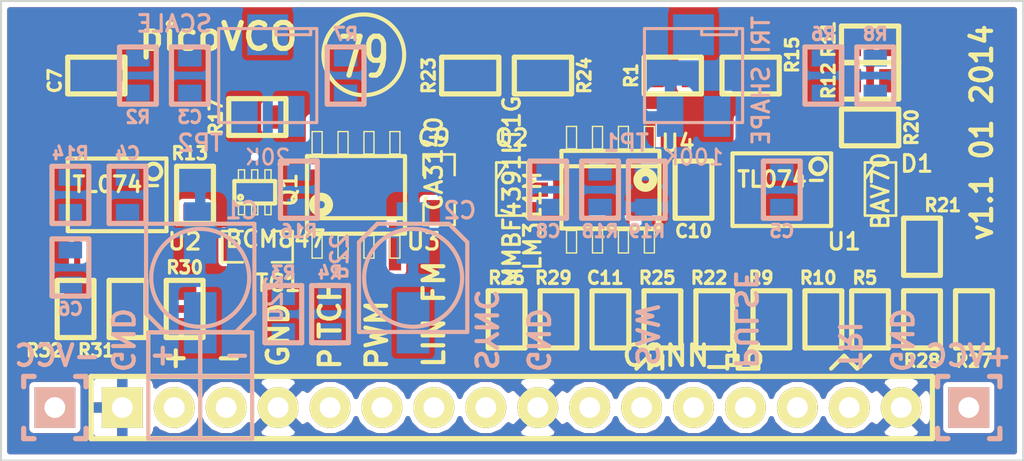
<source format=kicad_pcb>
(kicad_pcb (version 3) (host pcbnew "(2013-12-24 BZR 4575)-product")

  (general
    (links 121)
    (no_connects 101)
    (area 100.307322 116.949999 151.660679 140.50645)
    (thickness 1.6002)
    (drawings 56)
    (tracks 8)
    (zones 0)
    (modules 56)
    (nets 40)
  )

  (page A4)
  (layers
    (15 Front signal)
    (0 Back signal)
    (16 B.Adhes user)
    (17 F.Adhes user)
    (18 B.Paste user)
    (19 F.Paste user)
    (20 B.SilkS user)
    (21 F.SilkS user)
    (22 B.Mask user)
    (23 F.Mask user)
    (24 Dwgs.User user)
    (25 Cmts.User user)
    (26 Eco1.User user)
    (27 Eco2.User user)
    (28 Edge.Cuts user)
  )

  (setup
    (last_trace_width 0.254)
    (trace_clearance 0.254)
    (zone_clearance 0.254)
    (zone_45_only no)
    (trace_min 0.2032)
    (segment_width 0.2)
    (edge_width 0.1)
    (via_size 0.889)
    (via_drill 0.381)
    (via_min_size 0.889)
    (via_min_drill 0.381)
    (uvia_size 0.508)
    (uvia_drill 0.127)
    (uvias_allowed no)
    (uvia_min_size 0.508)
    (uvia_min_drill 0.127)
    (pcb_text_width 0.3)
    (pcb_text_size 1.5 1.5)
    (mod_edge_width 0.15)
    (mod_text_size 1 1)
    (mod_text_width 0.15)
    (pad_size 0.29972 1.30048)
    (pad_drill 0)
    (pad_to_mask_clearance 0)
    (aux_axis_origin 0 0)
    (visible_elements 7FFEFF3F)
    (pcbplotparams
      (layerselection 8388608)
      (usegerberextensions false)
      (excludeedgelayer false)
      (linewidth 0.150000)
      (plotframeref false)
      (viasonmask false)
      (mode 1)
      (useauxorigin false)
      (hpglpennumber 1)
      (hpglpenspeed 20)
      (hpglpendiameter 15)
      (hpglpenoverlay 0)
      (psnegative false)
      (psa4output false)
      (plotreference true)
      (plotvalue false)
      (plotothertext true)
      (plotinvisibletext false)
      (padsonsilk false)
      (subtractmaskfromsilk false)
      (outputformat 3)
      (mirror false)
      (drillshape 0)
      (scaleselection 1)
      (outputdirectory Gerbers/))
  )

  (net 0 "")
  (net 1 +15V)
  (net 2 +15V_PWR)
  (net 3 -15V)
  (net 4 -15V_PWR)
  (net 5 /RAMP)
  (net 6 /SCALE)
  (net 7 /TRI_SHAPE)
  (net 8 GND_PWR)
  (net 9 LINEAR_FM)
  (net 10 N-0000011)
  (net 11 N-0000017)
  (net 12 N-0000018)
  (net 13 N-0000019)
  (net 14 N-000002)
  (net 15 N-0000021)
  (net 16 N-0000022)
  (net 17 N-0000028)
  (net 18 N-0000029)
  (net 19 N-0000030)
  (net 20 N-0000032)
  (net 21 N-0000034)
  (net 22 N-0000035)
  (net 23 N-0000036)
  (net 24 N-0000042)
  (net 25 N-0000043)
  (net 26 N-0000044)
  (net 27 N-000006)
  (net 28 N-000007)
  (net 29 N-000008)
  (net 30 PITCH_CV)
  (net 31 PULSE)
  (net 32 PULSE_1K)
  (net 33 PWM_CV)
  (net 34 PWM_SUM)
  (net 35 SAW)
  (net 36 SAW_1K)
  (net 37 SYNC)
  (net 38 TRI)
  (net 39 TRI_1K)

  (net_class Default "This is the default net class."
    (clearance 0.254)
    (trace_width 0.254)
    (via_dia 0.889)
    (via_drill 0.381)
    (uvia_dia 0.508)
    (uvia_drill 0.127)
    (add_net "")
    (add_net GND_PWR)
    (add_net N-0000011)
    (add_net N-0000017)
    (add_net N-0000018)
    (add_net N-0000019)
    (add_net N-000002)
    (add_net N-0000021)
    (add_net N-0000022)
    (add_net N-0000028)
    (add_net N-0000029)
    (add_net N-0000030)
    (add_net N-0000032)
    (add_net N-0000034)
    (add_net N-0000035)
    (add_net N-0000036)
    (add_net N-0000042)
    (add_net N-0000043)
    (add_net N-0000044)
    (add_net N-000006)
    (add_net N-000007)
    (add_net N-000008)
    (add_net PWM_SUM)
  )

  (net_class POWER ""
    (clearance 0.254)
    (trace_width 0.3556)
    (via_dia 1.016)
    (via_drill 0.6096)
    (uvia_dia 0.508)
    (uvia_drill 0.127)
    (add_net +15V)
    (add_net +15V_PWR)
    (add_net -15V)
    (add_net -15V_PWR)
  )

  (net_class SIGNAL ""
    (clearance 0.254)
    (trace_width 0.3048)
    (via_dia 1.016)
    (via_drill 0.6096)
    (uvia_dia 0.508)
    (uvia_drill 0.127)
    (add_net /RAMP)
    (add_net /SCALE)
    (add_net /TRI_SHAPE)
    (add_net LINEAR_FM)
    (add_net PITCH_CV)
    (add_net PULSE)
    (add_net PULSE_1K)
    (add_net PWM_CV)
    (add_net SAW)
    (add_net SAW_1K)
    (add_net SYNC)
    (add_net TRI)
    (add_net TRI_1K)
  )

  (module 43A (layer Back) (tedit 52B37397) (tstamp 5117F85D)
    (at 134.874 120.65 180)
    (path /5113EB64)
    (fp_text reference TP1 (at 3.302 -3.302 180) (layer B.SilkS)
      (effects (font (size 0.8128 0.8128) (thickness 0.1524)) (justify mirror))
    )
    (fp_text value 100K (at 0 -4.0005 180) (layer B.SilkS)
      (effects (font (size 0.762 0.762) (thickness 0.127)) (justify mirror))
    )
    (fp_line (start -2.10058 2.30124) (end -2.10058 1.99898) (layer B.SilkS) (width 0.14986))
    (fp_line (start -2.10058 1.99898) (end -0.39878 1.99898) (layer B.SilkS) (width 0.14986))
    (fp_line (start -0.39878 1.99898) (end -0.39878 2.30124) (layer B.SilkS) (width 0.14986))
    (fp_line (start -2.4003 2.30124) (end 2.4003 2.30124) (layer B.SilkS) (width 0.14986))
    (fp_line (start 2.4003 2.30124) (end 2.4003 -2.30124) (layer B.SilkS) (width 0.14986))
    (fp_line (start 2.4003 -2.30124) (end -2.4003 -2.30124) (layer B.SilkS) (width 0.14986))
    (fp_line (start -2.4003 -2.30124) (end -2.4003 2.30124) (layer B.SilkS) (width 0.14986))
    (pad 2 smd rect (at 0 1.99898 180) (size 1.99898 1.99898) (layers Back B.Paste B.Mask)
      (net 7 /TRI_SHAPE))
    (pad 1 smd rect (at -1.15062 -1.99898 180) (size 1.30048 1.99898) (layers Back B.Paste B.Mask)
      (net 1 +15V))
    (pad 3 smd rect (at 1.15062 -1.99898 180) (size 1.30048 1.99898) (layers Back B.Paste B.Mask)
      (net 8 GND_PWR))
  )

  (module 43A (layer Back) (tedit 52B3737D) (tstamp 5117F860)
    (at 114.046 120.65 180)
    (path /5113EBD7)
    (fp_text reference TP2 (at 3.302 -3.302 180) (layer B.SilkS)
      (effects (font (size 0.8128 0.8128) (thickness 0.1524)) (justify mirror))
    )
    (fp_text value 20K (at 0 -4.0005 180) (layer B.SilkS)
      (effects (font (size 0.762 0.762) (thickness 0.127)) (justify mirror))
    )
    (fp_line (start -2.10058 2.30124) (end -2.10058 1.99898) (layer B.SilkS) (width 0.14986))
    (fp_line (start -2.10058 1.99898) (end -0.39878 1.99898) (layer B.SilkS) (width 0.14986))
    (fp_line (start -0.39878 1.99898) (end -0.39878 2.30124) (layer B.SilkS) (width 0.14986))
    (fp_line (start -2.4003 2.30124) (end 2.4003 2.30124) (layer B.SilkS) (width 0.14986))
    (fp_line (start 2.4003 2.30124) (end 2.4003 -2.30124) (layer B.SilkS) (width 0.14986))
    (fp_line (start 2.4003 -2.30124) (end -2.4003 -2.30124) (layer B.SilkS) (width 0.14986))
    (fp_line (start -2.4003 -2.30124) (end -2.4003 2.30124) (layer B.SilkS) (width 0.14986))
    (pad 2 smd rect (at 0 1.99898 180) (size 1.99898 1.99898) (layers Back B.Paste B.Mask)
      (net 21 N-0000034))
    (pad 1 smd rect (at -1.15062 -1.99898 180) (size 1.30048 1.99898) (layers Back B.Paste B.Mask)
      (net 15 N-0000021))
    (pad 3 smd rect (at 1.15062 -1.99898 180) (size 1.30048 1.99898) (layers Back B.Paste B.Mask)
      (net 21 N-0000034))
  )

  (module -SOT363_PHILIPS (layer Front) (tedit 52B12155) (tstamp 51171875)
    (at 113.411 126.365)
    (descr "SMALL OUTLINE TRANSISTOR; 6 LEADS")
    (tags "SMALL OUTLINE TRANSISTOR; 6 LEADS")
    (path /5113E67D)
    (attr smd)
    (fp_text reference Q1 (at 1.651 -0.127 90) (layer F.SilkS)
      (effects (font (size 0.8128 0.8128) (thickness 0.1524)))
    )
    (fp_text value BCM847 (at 1.016 2.286) (layer F.SilkS)
      (effects (font (size 0.8128 0.8128) (thickness 0.1524)))
    )
    (fp_line (start -0.79756 1.09982) (end -0.49784 1.09982) (layer F.SilkS) (width 0.06604))
    (fp_line (start -0.49784 1.09982) (end -0.49784 0.59944) (layer F.SilkS) (width 0.06604))
    (fp_line (start -0.79756 0.59944) (end -0.49784 0.59944) (layer F.SilkS) (width 0.06604))
    (fp_line (start -0.79756 1.09982) (end -0.79756 0.59944) (layer F.SilkS) (width 0.06604))
    (fp_line (start -0.14986 1.09982) (end 0.14986 1.09982) (layer F.SilkS) (width 0.06604))
    (fp_line (start 0.14986 1.09982) (end 0.14986 0.59944) (layer F.SilkS) (width 0.06604))
    (fp_line (start -0.14986 0.59944) (end 0.14986 0.59944) (layer F.SilkS) (width 0.06604))
    (fp_line (start -0.14986 1.09982) (end -0.14986 0.59944) (layer F.SilkS) (width 0.06604))
    (fp_line (start 0.49784 1.09982) (end 0.79756 1.09982) (layer F.SilkS) (width 0.06604))
    (fp_line (start 0.79756 1.09982) (end 0.79756 0.59944) (layer F.SilkS) (width 0.06604))
    (fp_line (start 0.49784 0.59944) (end 0.79756 0.59944) (layer F.SilkS) (width 0.06604))
    (fp_line (start 0.49784 1.09982) (end 0.49784 0.59944) (layer F.SilkS) (width 0.06604))
    (fp_line (start 0.49784 -0.59944) (end 0.79756 -0.59944) (layer F.SilkS) (width 0.06604))
    (fp_line (start 0.79756 -0.59944) (end 0.79756 -1.09982) (layer F.SilkS) (width 0.06604))
    (fp_line (start 0.49784 -1.09982) (end 0.79756 -1.09982) (layer F.SilkS) (width 0.06604))
    (fp_line (start 0.49784 -0.59944) (end 0.49784 -1.09982) (layer F.SilkS) (width 0.06604))
    (fp_line (start -0.14986 -0.59944) (end 0.14986 -0.59944) (layer F.SilkS) (width 0.06604))
    (fp_line (start 0.14986 -0.59944) (end 0.14986 -1.09982) (layer F.SilkS) (width 0.06604))
    (fp_line (start -0.14986 -1.09982) (end 0.14986 -1.09982) (layer F.SilkS) (width 0.06604))
    (fp_line (start -0.14986 -0.59944) (end -0.14986 -1.09982) (layer F.SilkS) (width 0.06604))
    (fp_line (start -0.79756 -0.59944) (end -0.49784 -0.59944) (layer F.SilkS) (width 0.06604))
    (fp_line (start -0.49784 -0.59944) (end -0.49784 -1.09982) (layer F.SilkS) (width 0.06604))
    (fp_line (start -0.79756 -1.09982) (end -0.49784 -1.09982) (layer F.SilkS) (width 0.06604))
    (fp_line (start -0.79756 -0.59944) (end -0.79756 -1.09982) (layer F.SilkS) (width 0.06604))
    (fp_line (start -0.99822 -0.54864) (end 0.99822 -0.54864) (layer F.SilkS) (width 0.2032))
    (fp_line (start 0.99822 -0.54864) (end 0.99822 0.54864) (layer F.SilkS) (width 0.2032))
    (fp_line (start 0.99822 0.54864) (end -0.99822 0.54864) (layer F.SilkS) (width 0.2032))
    (fp_line (start -0.99822 0.54864) (end -0.99822 -0.54864) (layer F.SilkS) (width 0.2032))
    (fp_circle (center -0.6985 0.24892) (end -0.77216 0.32258) (layer F.SilkS) (width 0.1524))
    (pad 1 smd rect (at -0.6477 0.79756) (size 0.39878 0.79756) (layers Front F.Paste F.Mask)
      (net 27 N-000006))
    (pad 2 smd rect (at 0 0.79756) (size 0.39878 0.79756) (layers Front F.Paste F.Mask)
      (net 16 N-0000022))
    (pad 3 smd rect (at 0.6477 0.79756) (size 0.39878 0.79756) (layers Front F.Paste F.Mask)
      (net 20 N-0000032))
    (pad 4 smd rect (at 0.6477 -0.79756) (size 0.39878 0.79756) (layers Front F.Paste F.Mask)
      (net 27 N-000006))
    (pad 5 smd rect (at 0 -0.79756) (size 0.39878 0.79756) (layers Front F.Paste F.Mask)
      (net 8 GND_PWR))
    (pad 6 smd rect (at -0.6477 -0.79756) (size 0.39878 0.79756) (layers Front F.Paste F.Mask)
      (net 28 N-000007))
  )

  (module SM0805-HAND (layer Front) (tedit 52B12138) (tstamp 51171878)
    (at 113.538 129.032 180)
    (path /5113EC84)
    (attr smd)
    (fp_text reference TC1 (at -1.016 -1.778 360) (layer F.SilkS)
      (effects (font (size 0.8128 0.8128) (thickness 0.1524)))
    )
    (fp_text value "1K 3300ppm/K" (at 0 0 180) (layer F.SilkS) hide
      (effects (font (size 0.635 0.635) (thickness 0.127)))
    )
    (fp_line (start -0.7112 0.762) (end -1.7272 0.762) (layer F.SilkS) (width 0.127))
    (fp_line (start -1.7272 0.762) (end -1.7272 -0.762) (layer F.SilkS) (width 0.127))
    (fp_line (start -1.7272 -0.762) (end -0.7112 -0.762) (layer F.SilkS) (width 0.127))
    (fp_line (start 0.7112 -0.762) (end 1.7272 -0.762) (layer F.SilkS) (width 0.127))
    (fp_line (start 1.7272 -0.762) (end 1.7272 0.762) (layer F.SilkS) (width 0.127))
    (fp_line (start 1.7272 0.762) (end 0.7112 0.762) (layer F.SilkS) (width 0.127))
    (pad 1 smd rect (at -1.0795 0 180) (size 1.143 1.397) (layers Front F.Paste F.Mask)
      (net 8 GND_PWR))
    (pad 2 smd rect (at 1.0795 0 180) (size 1.143 1.397) (layers Front F.Paste F.Mask)
      (net 16 N-0000022))
    (model smd/chip_cms.wrl
      (at (xyz 0 0 0))
      (scale (xyz 0.1 0.1 0.1))
      (rotate (xyz 0 0 0))
    )
  )

  (module SM0805-HAND (layer Front) (tedit 52B12133) (tstamp 511CFA42)
    (at 122.428 126.238 90)
    (path /5113F26E)
    (attr smd)
    (fp_text reference C9 (at 2.54 -0.254 180) (layer F.SilkS)
      (effects (font (size 0.8128 0.8128) (thickness 0.1524)))
    )
    (fp_text value "2.2n 1%" (at 0 0 90) (layer F.SilkS) hide
      (effects (font (size 0.635 0.635) (thickness 0.127)))
    )
    (fp_line (start -0.7112 0.762) (end -1.7272 0.762) (layer F.SilkS) (width 0.127))
    (fp_line (start -1.7272 0.762) (end -1.7272 -0.762) (layer F.SilkS) (width 0.127))
    (fp_line (start -1.7272 -0.762) (end -0.7112 -0.762) (layer F.SilkS) (width 0.127))
    (fp_line (start 0.7112 -0.762) (end 1.7272 -0.762) (layer F.SilkS) (width 0.127))
    (fp_line (start 1.7272 -0.762) (end 1.7272 0.762) (layer F.SilkS) (width 0.127))
    (fp_line (start 1.7272 0.762) (end 0.7112 0.762) (layer F.SilkS) (width 0.127))
    (pad 1 smd rect (at -1.0795 0 90) (size 1.143 1.397) (layers Front F.Paste F.Mask)
      (net 20 N-0000032))
    (pad 2 smd rect (at 1.0795 0 90) (size 1.143 1.397) (layers Front F.Paste F.Mask)
      (net 17 N-0000028))
    (model smd/chip_cms.wrl
      (at (xyz 0 0 0))
      (scale (xyz 0.1 0.1 0.1))
      (rotate (xyz 0 0 0))
    )
  )

  (module SOT23 (layer Front) (tedit 52B1216A) (tstamp 5115C437)
    (at 125.984 126.238 270)
    (tags SOT23)
    (path /5113E160)
    (fp_text reference Q2 (at -2.54 0 360) (layer F.SilkS)
      (effects (font (size 0.8128 0.8128) (thickness 0.1524)))
    )
    (fp_text value MMBF4391LT1G (at 0.0635 0 270) (layer F.SilkS)
      (effects (font (size 0.8128 0.8128) (thickness 0.1524)))
    )
    (fp_line (start -0.508 0.762) (end -1.27 0.254) (layer F.SilkS) (width 0.127))
    (fp_line (start 1.27 0.762) (end -1.3335 0.762) (layer F.SilkS) (width 0.127))
    (fp_line (start -1.3335 0.762) (end -1.3335 -0.762) (layer F.SilkS) (width 0.127))
    (fp_line (start -1.3335 -0.762) (end 1.27 -0.762) (layer F.SilkS) (width 0.127))
    (fp_line (start 1.27 -0.762) (end 1.27 0.762) (layer F.SilkS) (width 0.127))
    (pad 3 smd rect (at 0 -1.27 270) (size 0.70104 1.00076) (layers Front F.Paste F.Mask)
      (net 19 N-0000030))
    (pad 2 smd rect (at 0.9525 1.27 270) (size 0.70104 1.00076) (layers Front F.Paste F.Mask)
      (net 20 N-0000032))
    (pad 1 smd rect (at -0.9525 1.27 270) (size 0.70104 1.00076) (layers Front F.Paste F.Mask)
      (net 17 N-0000028))
    (model smd/SOT23_6.wrl
      (at (xyz 0 0 0))
      (scale (xyz 0.11 0.11 0.11))
      (rotate (xyz 0 0 -180))
    )
  )

  (module SOT23 (layer Front) (tedit 52B120D4) (tstamp 5115C435)
    (at 144.018 126.238 270)
    (tags SOT23)
    (path /5114032F)
    (fp_text reference D1 (at -1.27 -1.778 360) (layer F.SilkS)
      (effects (font (size 0.8128 0.8128) (thickness 0.1524)))
    )
    (fp_text value BAV70 (at 0.0635 0 270) (layer F.SilkS)
      (effects (font (size 0.8128 0.8128) (thickness 0.1524)))
    )
    (fp_line (start -0.508 0.762) (end -1.27 0.254) (layer F.SilkS) (width 0.127))
    (fp_line (start 1.27 0.762) (end -1.3335 0.762) (layer F.SilkS) (width 0.127))
    (fp_line (start -1.3335 0.762) (end -1.3335 -0.762) (layer F.SilkS) (width 0.127))
    (fp_line (start -1.3335 -0.762) (end 1.27 -0.762) (layer F.SilkS) (width 0.127))
    (fp_line (start 1.27 -0.762) (end 1.27 0.762) (layer F.SilkS) (width 0.127))
    (pad 3 smd rect (at 0 -1.27 270) (size 0.70104 1.00076) (layers Front F.Paste F.Mask)
      (net 22 N-0000035))
    (pad 2 smd rect (at 0.9525 1.27 270) (size 0.70104 1.00076) (layers Front F.Paste F.Mask)
      (net 35 SAW))
    (pad 1 smd rect (at -0.9525 1.27 270) (size 0.70104 1.00076) (layers Front F.Paste F.Mask)
      (net 25 N-0000043))
    (model smd/SOT23_6.wrl
      (at (xyz 0 0 0))
      (scale (xyz 0.11 0.11 0.11))
      (rotate (xyz 0 0 -180))
    )
  )

  (module rcl-153CLV-0505 (layer Back) (tedit 52B1222D) (tstamp 5115C493)
    (at 121.158 130.556 90)
    (descr "ALUMINUM ELECTROLYTIC CAPACITORS")
    (tags "ALUMINUM ELECTROLYTIC CAPACITORS")
    (path /51141D4D)
    (attr smd)
    (fp_text reference C2 (at 3.302 2.286 180) (layer B.SilkS)
      (effects (font (size 0.8128 0.8128) (thickness 0.1524)) (justify mirror))
    )
    (fp_text value 22u (at 1.03378 -3.59918 90) (layer B.SilkS)
      (effects (font (size 0.8128 0.8128) (thickness 0.1524)) (justify mirror))
    )
    (fp_line (start 1.74752 -2.64922) (end -2.64922 -2.64922) (layer B.SilkS) (width 0.2032))
    (fp_line (start -2.64922 -2.64922) (end -2.64922 -1.09982) (layer B.SilkS) (width 0.2032))
    (fp_line (start -2.64922 -1.09982) (end -2.64922 1.09982) (layer B.SilkS) (width 0.2032))
    (fp_line (start -2.64922 1.09982) (end -2.64922 2.64922) (layer B.SilkS) (width 0.2032))
    (fp_line (start -2.64922 2.64922) (end 1.74752 2.64922) (layer B.SilkS) (width 0.2032))
    (fp_line (start 2.64922 1.74752) (end 2.64922 1.09982) (layer B.SilkS) (width 0.2032))
    (fp_line (start 2.64922 1.09982) (end 2.64922 -1.09982) (layer B.SilkS) (width 0.2032))
    (fp_line (start 2.64922 -1.09982) (end 2.64922 -1.74752) (layer B.SilkS) (width 0.2032))
    (fp_line (start 2.64922 -1.74752) (end 1.74752 -2.64922) (layer B.SilkS) (width 0.2032))
    (fp_line (start 1.74752 2.64922) (end 2.64922 1.74752) (layer B.SilkS) (width 0.2032))
    (fp_arc (start 0 0) (end 2.19964 -0.94996) (angle -133.2) (layer B.SilkS) (width 0.2032))
    (fp_arc (start 0 0) (end -2.19964 -0.94996) (angle -46.7) (layer B.SilkS) (width 0.2032))
    (fp_arc (start 0 0) (end -2.19964 0.94996) (angle -133.2) (layer B.SilkS) (width 0.2032))
    (fp_arc (start 0 0) (end 2.19964 0.94996) (angle -46.7) (layer B.SilkS) (width 0.2032))
    (pad 1 smd rect (at 2.19964 0 90) (size 2.99974 1.59766) (layers Back B.Paste B.Mask)
      (net 8 GND_PWR))
    (pad 2 smd rect (at -2.19964 0 90) (size 2.99974 1.59766) (layers Back B.Paste B.Mask)
      (net 3 -15V))
  )

  (module rcl-153CLV-0505 (layer Back) (tedit 52B12228) (tstamp 5115C491)
    (at 110.744 130.556 270)
    (descr "ALUMINUM ELECTROLYTIC CAPACITORS")
    (tags "ALUMINUM ELECTROLYTIC CAPACITORS")
    (path /51141D46)
    (attr smd)
    (fp_text reference C1 (at -3.302 -2.032 360) (layer B.SilkS)
      (effects (font (size 0.8128 0.8128) (thickness 0.1524)) (justify mirror))
    )
    (fp_text value 22u (at 1.03378 -3.59918 270) (layer B.SilkS)
      (effects (font (size 0.8128 0.8128) (thickness 0.1524)) (justify mirror))
    )
    (fp_line (start 1.74752 -2.64922) (end -2.64922 -2.64922) (layer B.SilkS) (width 0.2032))
    (fp_line (start -2.64922 -2.64922) (end -2.64922 -1.09982) (layer B.SilkS) (width 0.2032))
    (fp_line (start -2.64922 -1.09982) (end -2.64922 1.09982) (layer B.SilkS) (width 0.2032))
    (fp_line (start -2.64922 1.09982) (end -2.64922 2.64922) (layer B.SilkS) (width 0.2032))
    (fp_line (start -2.64922 2.64922) (end 1.74752 2.64922) (layer B.SilkS) (width 0.2032))
    (fp_line (start 2.64922 1.74752) (end 2.64922 1.09982) (layer B.SilkS) (width 0.2032))
    (fp_line (start 2.64922 1.09982) (end 2.64922 -1.09982) (layer B.SilkS) (width 0.2032))
    (fp_line (start 2.64922 -1.09982) (end 2.64922 -1.74752) (layer B.SilkS) (width 0.2032))
    (fp_line (start 2.64922 -1.74752) (end 1.74752 -2.64922) (layer B.SilkS) (width 0.2032))
    (fp_line (start 1.74752 2.64922) (end 2.64922 1.74752) (layer B.SilkS) (width 0.2032))
    (fp_arc (start 0 0) (end 2.19964 -0.94996) (angle -133.2) (layer B.SilkS) (width 0.2032))
    (fp_arc (start 0 0) (end -2.19964 -0.94996) (angle -46.7) (layer B.SilkS) (width 0.2032))
    (fp_arc (start 0 0) (end -2.19964 0.94996) (angle -133.2) (layer B.SilkS) (width 0.2032))
    (fp_arc (start 0 0) (end 2.19964 0.94996) (angle -46.7) (layer B.SilkS) (width 0.2032))
    (pad 1 smd rect (at 2.19964 0 270) (size 2.99974 1.59766) (layers Back B.Paste B.Mask)
      (net 1 +15V))
    (pad 2 smd rect (at -2.19964 0 270) (size 2.99974 1.59766) (layers Back B.Paste B.Mask)
      (net 8 GND_PWR))
  )

  (module SIL-1 (layer Back) (tedit 512C278E) (tstamp 5123A0D9)
    (at 103.632 136.906)
    (descr "Connecteurs 1 pin")
    (tags "CONN DEV")
    (path /51239EE8)
    (fp_text reference JP3 (at 0 2.54) (layer B.SilkS) hide
      (effects (font (size 1.016 1.016) (thickness 0.1905)) (justify mirror))
    )
    (fp_text value CONN_1 (at 0 2.54) (layer B.SilkS) hide
      (effects (font (size 1.016 1.016) (thickness 0.1905)) (justify mirror))
    )
    (fp_line (start 1.016 1.524) (end 1.524 1.524) (layer B.SilkS) (width 0.254))
    (fp_line (start 1.524 1.524) (end 1.524 1.016) (layer B.SilkS) (width 0.254))
    (fp_line (start 1.016 -1.524) (end 1.524 -1.524) (layer B.SilkS) (width 0.254))
    (fp_line (start 1.524 -1.524) (end 1.524 -1.016) (layer B.SilkS) (width 0.254))
    (fp_line (start -1.524 -1.016) (end -1.524 -1.524) (layer B.SilkS) (width 0.254))
    (fp_line (start -1.524 -1.524) (end -1.016 -1.524) (layer B.SilkS) (width 0.254))
    (fp_line (start -1.016 1.524) (end -1.524 1.524) (layer B.SilkS) (width 0.254))
    (fp_line (start -1.524 1.524) (end -1.524 1.016) (layer B.SilkS) (width 0.254))
    (pad 1 thru_hole rect (at 0 0) (size 1.99898 1.99898) (drill 1.016) (layers *.Cu *.Mask B.SilkS)
      (net 3 -15V))
  )

  (module SIL-1 (layer Back) (tedit 512C27A0) (tstamp 5123A0DB)
    (at 148.336 136.906)
    (descr "Connecteurs 1 pin")
    (tags "CONN DEV")
    (path /51239EDE)
    (fp_text reference JP2 (at 0 2.54) (layer B.SilkS) hide
      (effects (font (size 1.016 1.016) (thickness 0.1905)) (justify mirror))
    )
    (fp_text value CONN_1 (at 0 2.54) (layer B.SilkS) hide
      (effects (font (size 1.016 1.016) (thickness 0.1905)) (justify mirror))
    )
    (fp_line (start 1.016 1.524) (end 1.524 1.524) (layer B.SilkS) (width 0.254))
    (fp_line (start 1.524 1.524) (end 1.524 1.016) (layer B.SilkS) (width 0.254))
    (fp_line (start 1.016 -1.524) (end 1.524 -1.524) (layer B.SilkS) (width 0.254))
    (fp_line (start 1.524 -1.524) (end 1.524 -1.016) (layer B.SilkS) (width 0.254))
    (fp_line (start -1.524 -1.016) (end -1.524 -1.524) (layer B.SilkS) (width 0.254))
    (fp_line (start -1.524 -1.524) (end -1.016 -1.524) (layer B.SilkS) (width 0.254))
    (fp_line (start -1.016 1.524) (end -1.524 1.524) (layer B.SilkS) (width 0.254))
    (fp_line (start -1.524 1.524) (end -1.524 1.016) (layer B.SilkS) (width 0.254))
    (pad 1 thru_hole rect (at 0 0) (size 1.99898 1.99898) (drill 1.016) (layers *.Cu *.Mask B.SilkS)
      (net 1 +15V))
  )

  (module SIL-16 (layer Front) (tedit 512C2782) (tstamp 5118264C)
    (at 125.984 136.906)
    (descr "Connecteur 18 pins")
    (tags "CONN DEV")
    (path /5117E0E3)
    (fp_text reference JP1 (at -19.16176 2.47904) (layer F.SilkS) hide
      (effects (font (size 1.016 1.016) (thickness 0.1905)))
    )
    (fp_text value CONN_16 (at 8.89 -2.54) (layer F.SilkS)
      (effects (font (size 1.016 1.016) (thickness 0.1905)))
    )
    (fp_line (start -20.574 -1.524) (end -20.574 1.524) (layer F.SilkS) (width 0.254))
    (fp_line (start -20.574 1.524) (end 20.574 1.524) (layer F.SilkS) (width 0.254))
    (fp_line (start 20.574 1.524) (end 20.574 -1.524) (layer F.SilkS) (width 0.254))
    (fp_line (start 20.574 -1.524) (end -20.574 -1.524) (layer F.SilkS) (width 0.254))
    (pad 1 thru_hole rect (at -19.05 0) (size 1.99898 1.99898) (drill 1.016) (layers *.Cu *.Mask F.SilkS)
      (net 8 GND_PWR))
    (pad 2 thru_hole circle (at -16.51 0) (size 1.99898 1.99898) (drill 1.016) (layers *.Cu *.Mask F.SilkS)
      (net 2 +15V_PWR))
    (pad 3 thru_hole circle (at -13.97 0) (size 1.99898 1.99898) (drill 1.016) (layers *.Cu *.Mask F.SilkS)
      (net 4 -15V_PWR))
    (pad 4 thru_hole circle (at -11.43 0) (size 1.99898 1.99898) (drill 1.016) (layers *.Cu *.Mask F.SilkS)
      (net 8 GND_PWR))
    (pad 5 thru_hole circle (at -8.89 0) (size 1.99898 1.99898) (drill 1.016) (layers *.Cu *.Mask F.SilkS)
      (net 30 PITCH_CV))
    (pad 6 thru_hole circle (at -6.35 0) (size 1.99898 1.99898) (drill 1.016) (layers *.Cu *.Mask F.SilkS)
      (net 33 PWM_CV))
    (pad 7 thru_hole circle (at -3.81 0) (size 1.99898 1.99898) (drill 1.016) (layers *.Cu *.Mask F.SilkS)
      (net 9 LINEAR_FM))
    (pad 8 thru_hole circle (at -1.27 0) (size 1.99898 1.99898) (drill 1.016) (layers *.Cu *.Mask F.SilkS)
      (net 37 SYNC))
    (pad 9 thru_hole circle (at 1.27 0) (size 1.99898 1.99898) (drill 1.016) (layers *.Cu *.Mask F.SilkS)
      (net 8 GND_PWR))
    (pad 10 thru_hole circle (at 3.81 0) (size 1.99898 1.99898) (drill 1.016) (layers *.Cu *.Mask F.SilkS))
    (pad 11 thru_hole circle (at 6.35 0) (size 1.99898 1.99898) (drill 1.016) (layers *.Cu *.Mask F.SilkS)
      (net 36 SAW_1K))
    (pad 12 thru_hole circle (at 8.89 0) (size 1.99898 1.99898) (drill 1.016) (layers *.Cu *.Mask F.SilkS))
    (pad 13 thru_hole circle (at 11.43 0) (size 1.99898 1.99898) (drill 1.016) (layers *.Cu *.Mask F.SilkS)
      (net 32 PULSE_1K))
    (pad 14 thru_hole circle (at 13.97 0) (size 1.99898 1.99898) (drill 1.016) (layers *.Cu *.Mask F.SilkS))
    (pad 15 thru_hole circle (at 16.51 0) (size 1.99898 1.99898) (drill 1.016) (layers *.Cu *.Mask F.SilkS)
      (net 39 TRI_1K))
    (pad 16 thru_hole circle (at 19.05 0) (size 1.99898 1.99898) (drill 1.016) (layers *.Cu *.Mask F.SilkS)
      (net 8 GND_PWR))
  )

  (module TSSOP14 (layer Front) (tedit 52B32FCA) (tstamp 5115C495)
    (at 139.192 126.238 180)
    (path /52E14220)
    (attr smd)
    (fp_text reference U1 (at -3.048 -2.54 180) (layer F.SilkS)
      (effects (font (size 0.8128 0.8128) (thickness 0.1524)))
    )
    (fp_text value TL074- (at 0 0.508 180) (layer F.SilkS)
      (effects (font (size 0.762 0.762) (thickness 0.16002)))
    )
    (fp_line (start -2.413 -1.778) (end 2.413 -1.778) (layer F.SilkS) (width 0.2032))
    (fp_line (start 2.413 -1.778) (end 2.413 1.778) (layer F.SilkS) (width 0.2032))
    (fp_line (start 2.413 1.778) (end -2.413 1.778) (layer F.SilkS) (width 0.2032))
    (fp_line (start -2.413 1.778) (end -2.413 -1.778) (layer F.SilkS) (width 0.2032))
    (fp_circle (center -1.778 1.143) (end -2.159 1.143) (layer F.SilkS) (width 0.2032))
    (pad 1 smd rect (at -1.9304 2.794 180) (size 0.29972 1.30048) (layers Front F.Paste F.Mask)
      (net 25 N-0000043))
    (pad 2 smd rect (at -1.2954 2.794 180) (size 0.29972 1.30048) (layers Front F.Paste F.Mask)
      (net 10 N-0000011))
    (pad 3 smd rect (at -0.635 2.794 180) (size 0.29972 1.30048) (layers Front F.Paste F.Mask)
      (net 8 GND_PWR))
    (pad 4 smd rect (at 0 2.794 180) (size 0.29972 1.30048) (layers Front F.Paste F.Mask)
      (net 1 +15V))
    (pad 5 smd rect (at 0.6604 2.794 180) (size 0.29972 1.30048) (layers Front F.Paste F.Mask)
      (net 8 GND_PWR))
    (pad 6 smd rect (at 1.3081 2.794 180) (size 0.29972 1.30048) (layers Front F.Paste F.Mask)
      (net 13 N-0000019))
    (pad 7 smd rect (at 1.9558 2.794 180) (size 0.29972 1.30048) (layers Front F.Paste F.Mask)
      (net 35 SAW))
    (pad 8 smd rect (at 1.9558 -2.794 180) (size 0.29972 1.30048) (layers Front F.Paste F.Mask)
      (net 38 TRI))
    (pad 9 smd rect (at 1.3081 -2.794 180) (size 0.29972 1.30048) (layers Front F.Paste F.Mask)
      (net 24 N-0000042))
    (pad 10 smd rect (at 0.6604 -2.794 180) (size 0.29972 1.30048) (layers Front F.Paste F.Mask)
      (net 8 GND_PWR))
    (pad 11 smd rect (at 0 -2.794 180) (size 0.29972 1.30048) (layers Front F.Paste F.Mask)
      (net 3 -15V))
    (pad 12 smd rect (at -0.6477 -2.794 180) (size 0.29972 1.30048) (layers Front F.Paste F.Mask)
      (net 26 N-0000044))
    (pad 13 smd rect (at -1.2954 -2.794 180) (size 0.29972 1.30048) (layers Front F.Paste F.Mask)
      (net 35 SAW))
    (pad 14 smd rect (at -1.9431 -2.794 180) (size 0.29972 1.30048) (layers Front F.Paste F.Mask)
      (net 31 PULSE))
    (model smd\smd_dil\tssop-14.wrl
      (at (xyz 0 0 0))
      (scale (xyz 1 1 1))
      (rotate (xyz 0 0 0))
    )
  )

  (module TSSOP14 (layer Front) (tedit 52B32FB7) (tstamp 5115C959)
    (at 106.68 126.492 180)
    (path /52E141D0)
    (attr smd)
    (fp_text reference U2 (at -3.302 -2.286 180) (layer F.SilkS)
      (effects (font (size 0.8128 0.8128) (thickness 0.1524)))
    )
    (fp_text value TL074- (at 0 0.508 180) (layer F.SilkS)
      (effects (font (size 0.762 0.762) (thickness 0.16002)))
    )
    (fp_line (start -2.413 -1.778) (end 2.413 -1.778) (layer F.SilkS) (width 0.2032))
    (fp_line (start 2.413 -1.778) (end 2.413 1.778) (layer F.SilkS) (width 0.2032))
    (fp_line (start 2.413 1.778) (end -2.413 1.778) (layer F.SilkS) (width 0.2032))
    (fp_line (start -2.413 1.778) (end -2.413 -1.778) (layer F.SilkS) (width 0.2032))
    (fp_circle (center -1.778 1.143) (end -2.159 1.143) (layer F.SilkS) (width 0.2032))
    (pad 1 smd rect (at -1.9304 2.794 180) (size 0.29972 1.30048) (layers Front F.Paste F.Mask)
      (net 6 /SCALE))
    (pad 2 smd rect (at -1.2954 2.794 180) (size 0.29972 1.30048) (layers Front F.Paste F.Mask)
      (net 21 N-0000034))
    (pad 3 smd rect (at -0.635 2.794 180) (size 0.29972 1.30048) (layers Front F.Paste F.Mask)
      (net 8 GND_PWR))
    (pad 4 smd rect (at 0 2.794 180) (size 0.29972 1.30048) (layers Front F.Paste F.Mask)
      (net 1 +15V))
    (pad 5 smd rect (at 0.6604 2.794 180) (size 0.29972 1.30048) (layers Front F.Paste F.Mask)
      (net 8 GND_PWR))
    (pad 6 smd rect (at 1.3081 2.794 180) (size 0.29972 1.30048) (layers Front F.Paste F.Mask)
      (net 28 N-000007))
    (pad 7 smd rect (at 1.9558 2.794 180) (size 0.29972 1.30048) (layers Front F.Paste F.Mask)
      (net 18 N-0000029))
    (pad 8 smd rect (at 1.9558 -2.794 180) (size 0.29972 1.30048) (layers Front F.Paste F.Mask)
      (net 34 PWM_SUM))
    (pad 9 smd rect (at 1.3081 -2.794 180) (size 0.29972 1.30048) (layers Front F.Paste F.Mask)
      (net 11 N-0000017))
    (pad 10 smd rect (at 0.6604 -2.794 180) (size 0.29972 1.30048) (layers Front F.Paste F.Mask)
      (net 8 GND_PWR))
    (pad 11 smd rect (at 0 -2.794 180) (size 0.29972 1.30048) (layers Front F.Paste F.Mask)
      (net 3 -15V))
    (pad 12 smd rect (at -0.6477 -2.794 180) (size 0.29972 1.30048) (layers Front F.Paste F.Mask)
      (net 8 GND_PWR))
    (pad 13 smd rect (at -1.2954 -2.794 180) (size 0.29972 1.30048) (layers Front F.Paste F.Mask)
      (net 33 PWM_CV))
    (pad 14 smd rect (at -1.9431 -2.794 180) (size 0.29972 1.30048) (layers Front F.Paste F.Mask)
      (net 12 N-0000018))
    (model smd\smd_dil\tssop-14.wrl
      (at (xyz 0 0 0))
      (scale (xyz 1 1 1))
      (rotate (xyz 0 0 0))
    )
  )

  (module SOIC-8-JRL (layer Front) (tedit 52B12163) (tstamp 5115C498)
    (at 130.81 126.238 180)
    (descr "SMALL OUTLINE INTEGRATED CIRCUIT")
    (tags "SMALL OUTLINE INTEGRATED CIRCUIT")
    (path /5113E081)
    (attr smd)
    (fp_text reference U4 (at -3.302 2.286 360) (layer F.SilkS)
      (effects (font (size 0.8128 0.8128) (thickness 0.1524)))
    )
    (fp_text value LM311M (at 3.81 -1.524 270) (layer F.SilkS)
      (effects (font (size 0.8128 0.8128) (thickness 0.1524)))
    )
    (fp_circle (center -1.708 0.481) (end -1.581 0.608) (layer F.SilkS) (width 0.4064))
    (fp_line (start -2.14884 3.0988) (end -1.65862 3.0988) (layer F.SilkS) (width 0.06604))
    (fp_line (start -1.65862 3.0988) (end -1.65862 1.99898) (layer F.SilkS) (width 0.06604))
    (fp_line (start -2.14884 1.99898) (end -1.65862 1.99898) (layer F.SilkS) (width 0.06604))
    (fp_line (start -2.14884 3.0988) (end -2.14884 1.99898) (layer F.SilkS) (width 0.06604))
    (fp_line (start -0.87884 3.0988) (end -0.38862 3.0988) (layer F.SilkS) (width 0.06604))
    (fp_line (start -0.38862 3.0988) (end -0.38862 1.99898) (layer F.SilkS) (width 0.06604))
    (fp_line (start -0.87884 1.99898) (end -0.38862 1.99898) (layer F.SilkS) (width 0.06604))
    (fp_line (start -0.87884 3.0988) (end -0.87884 1.99898) (layer F.SilkS) (width 0.06604))
    (fp_line (start 0.38862 3.0988) (end 0.87884 3.0988) (layer F.SilkS) (width 0.06604))
    (fp_line (start 0.87884 3.0988) (end 0.87884 1.99898) (layer F.SilkS) (width 0.06604))
    (fp_line (start 0.38862 1.99898) (end 0.87884 1.99898) (layer F.SilkS) (width 0.06604))
    (fp_line (start 0.38862 3.0988) (end 0.38862 1.99898) (layer F.SilkS) (width 0.06604))
    (fp_line (start 1.65862 3.0988) (end 2.14884 3.0988) (layer F.SilkS) (width 0.06604))
    (fp_line (start 2.14884 3.0988) (end 2.14884 1.99898) (layer F.SilkS) (width 0.06604))
    (fp_line (start 1.65862 1.99898) (end 2.14884 1.99898) (layer F.SilkS) (width 0.06604))
    (fp_line (start 1.65862 3.0988) (end 1.65862 1.99898) (layer F.SilkS) (width 0.06604))
    (fp_line (start 1.65862 -1.99898) (end 2.14884 -1.99898) (layer F.SilkS) (width 0.06604))
    (fp_line (start 2.14884 -1.99898) (end 2.14884 -3.0988) (layer F.SilkS) (width 0.06604))
    (fp_line (start 1.65862 -3.0988) (end 2.14884 -3.0988) (layer F.SilkS) (width 0.06604))
    (fp_line (start 1.65862 -1.99898) (end 1.65862 -3.0988) (layer F.SilkS) (width 0.06604))
    (fp_line (start 0.38862 -1.99898) (end 0.87884 -1.99898) (layer F.SilkS) (width 0.06604))
    (fp_line (start 0.87884 -1.99898) (end 0.87884 -3.0988) (layer F.SilkS) (width 0.06604))
    (fp_line (start 0.38862 -3.0988) (end 0.87884 -3.0988) (layer F.SilkS) (width 0.06604))
    (fp_line (start 0.38862 -1.99898) (end 0.38862 -3.0988) (layer F.SilkS) (width 0.06604))
    (fp_line (start -0.87884 -1.99898) (end -0.38862 -1.99898) (layer F.SilkS) (width 0.06604))
    (fp_line (start -0.38862 -1.99898) (end -0.38862 -3.0988) (layer F.SilkS) (width 0.06604))
    (fp_line (start -0.87884 -3.0988) (end -0.38862 -3.0988) (layer F.SilkS) (width 0.06604))
    (fp_line (start -0.87884 -1.99898) (end -0.87884 -3.0988) (layer F.SilkS) (width 0.06604))
    (fp_line (start -2.14884 -1.99898) (end -1.65862 -1.99898) (layer F.SilkS) (width 0.06604))
    (fp_line (start -1.65862 -1.99898) (end -1.65862 -3.0988) (layer F.SilkS) (width 0.06604))
    (fp_line (start -2.14884 -3.0988) (end -1.65862 -3.0988) (layer F.SilkS) (width 0.06604))
    (fp_line (start -2.14884 -1.99898) (end -2.14884 -3.0988) (layer F.SilkS) (width 0.06604))
    (fp_line (start 2.39776 -1.89992) (end 2.39776 1.39954) (layer F.SilkS) (width 0.2032))
    (fp_line (start 2.39776 1.39954) (end 2.39776 1.89992) (layer F.SilkS) (width 0.2032))
    (fp_line (start 2.39776 1.89992) (end -2.39776 1.89992) (layer F.SilkS) (width 0.2032))
    (fp_line (start -2.39776 1.89992) (end -2.39776 1.39954) (layer F.SilkS) (width 0.2032))
    (fp_line (start -2.39776 1.39954) (end -2.39776 -1.89992) (layer F.SilkS) (width 0.2032))
    (fp_line (start -2.39776 -1.89992) (end 2.39776 -1.89992) (layer F.SilkS) (width 0.2032))
    (fp_line (start 2.39776 1.14554) (end -2.39776 1.14554) (layer F.SilkS) (width 0.2032))
    (pad 1 smd rect (at -1.905 2.59842 180) (size 0.59944 2.19964) (layers Front F.Paste F.Mask)
      (net 3 -15V))
    (pad 2 smd rect (at -0.635 2.59842 180) (size 0.59944 2.19964) (layers Front F.Paste F.Mask)
      (net 23 N-0000036))
    (pad 3 smd rect (at 0.635 2.59842 180) (size 0.59944 2.19964) (layers Front F.Paste F.Mask)
      (net 14 N-000002))
    (pad 4 smd rect (at 1.905 2.59842 180) (size 0.59944 2.19964) (layers Front F.Paste F.Mask)
      (net 3 -15V))
    (pad 5 smd rect (at 1.905 -2.59842 180) (size 0.59944 2.19964) (layers Front F.Paste F.Mask))
    (pad 6 smd rect (at 0.635 -2.59842 180) (size 0.59944 2.19964) (layers Front F.Paste F.Mask))
    (pad 7 smd rect (at -0.635 -2.59842 180) (size 0.59944 2.19964) (layers Front F.Paste F.Mask)
      (net 19 N-0000030))
    (pad 8 smd rect (at -1.905 -2.59842 180) (size 0.59944 2.19964) (layers Front F.Paste F.Mask)
      (net 1 +15V))
  )

  (module SOIC-8-JRL (layer Front) (tedit 52B32FC0) (tstamp 5115C95C)
    (at 118.364 126.492)
    (descr "SMALL OUTLINE INTEGRATED CIRCUIT")
    (tags "SMALL OUTLINE INTEGRATED CIRCUIT")
    (path /5113E19B)
    (attr smd)
    (fp_text reference U3 (at 3.302 2.286) (layer F.SilkS)
      (effects (font (size 0.8128 0.8128) (thickness 0.1524)))
    )
    (fp_text value CA3140 (at 3.81 -1.524 90) (layer F.SilkS)
      (effects (font (size 0.8128 0.8128) (thickness 0.1524)))
    )
    (fp_circle (center -1.708 0.481) (end -1.581 0.608) (layer F.SilkS) (width 0.4064))
    (fp_line (start -2.14884 3.0988) (end -1.65862 3.0988) (layer F.SilkS) (width 0.06604))
    (fp_line (start -1.65862 3.0988) (end -1.65862 1.99898) (layer F.SilkS) (width 0.06604))
    (fp_line (start -2.14884 1.99898) (end -1.65862 1.99898) (layer F.SilkS) (width 0.06604))
    (fp_line (start -2.14884 3.0988) (end -2.14884 1.99898) (layer F.SilkS) (width 0.06604))
    (fp_line (start -0.87884 3.0988) (end -0.38862 3.0988) (layer F.SilkS) (width 0.06604))
    (fp_line (start -0.38862 3.0988) (end -0.38862 1.99898) (layer F.SilkS) (width 0.06604))
    (fp_line (start -0.87884 1.99898) (end -0.38862 1.99898) (layer F.SilkS) (width 0.06604))
    (fp_line (start -0.87884 3.0988) (end -0.87884 1.99898) (layer F.SilkS) (width 0.06604))
    (fp_line (start 0.38862 3.0988) (end 0.87884 3.0988) (layer F.SilkS) (width 0.06604))
    (fp_line (start 0.87884 3.0988) (end 0.87884 1.99898) (layer F.SilkS) (width 0.06604))
    (fp_line (start 0.38862 1.99898) (end 0.87884 1.99898) (layer F.SilkS) (width 0.06604))
    (fp_line (start 0.38862 3.0988) (end 0.38862 1.99898) (layer F.SilkS) (width 0.06604))
    (fp_line (start 1.65862 3.0988) (end 2.14884 3.0988) (layer F.SilkS) (width 0.06604))
    (fp_line (start 2.14884 3.0988) (end 2.14884 1.99898) (layer F.SilkS) (width 0.06604))
    (fp_line (start 1.65862 1.99898) (end 2.14884 1.99898) (layer F.SilkS) (width 0.06604))
    (fp_line (start 1.65862 3.0988) (end 1.65862 1.99898) (layer F.SilkS) (width 0.06604))
    (fp_line (start 1.65862 -1.99898) (end 2.14884 -1.99898) (layer F.SilkS) (width 0.06604))
    (fp_line (start 2.14884 -1.99898) (end 2.14884 -3.0988) (layer F.SilkS) (width 0.06604))
    (fp_line (start 1.65862 -3.0988) (end 2.14884 -3.0988) (layer F.SilkS) (width 0.06604))
    (fp_line (start 1.65862 -1.99898) (end 1.65862 -3.0988) (layer F.SilkS) (width 0.06604))
    (fp_line (start 0.38862 -1.99898) (end 0.87884 -1.99898) (layer F.SilkS) (width 0.06604))
    (fp_line (start 0.87884 -1.99898) (end 0.87884 -3.0988) (layer F.SilkS) (width 0.06604))
    (fp_line (start 0.38862 -3.0988) (end 0.87884 -3.0988) (layer F.SilkS) (width 0.06604))
    (fp_line (start 0.38862 -1.99898) (end 0.38862 -3.0988) (layer F.SilkS) (width 0.06604))
    (fp_line (start -0.87884 -1.99898) (end -0.38862 -1.99898) (layer F.SilkS) (width 0.06604))
    (fp_line (start -0.38862 -1.99898) (end -0.38862 -3.0988) (layer F.SilkS) (width 0.06604))
    (fp_line (start -0.87884 -3.0988) (end -0.38862 -3.0988) (layer F.SilkS) (width 0.06604))
    (fp_line (start -0.87884 -1.99898) (end -0.87884 -3.0988) (layer F.SilkS) (width 0.06604))
    (fp_line (start -2.14884 -1.99898) (end -1.65862 -1.99898) (layer F.SilkS) (width 0.06604))
    (fp_line (start -1.65862 -1.99898) (end -1.65862 -3.0988) (layer F.SilkS) (width 0.06604))
    (fp_line (start -2.14884 -3.0988) (end -1.65862 -3.0988) (layer F.SilkS) (width 0.06604))
    (fp_line (start -2.14884 -1.99898) (end -2.14884 -3.0988) (layer F.SilkS) (width 0.06604))
    (fp_line (start 2.39776 -1.89992) (end 2.39776 1.39954) (layer F.SilkS) (width 0.2032))
    (fp_line (start 2.39776 1.39954) (end 2.39776 1.89992) (layer F.SilkS) (width 0.2032))
    (fp_line (start 2.39776 1.89992) (end -2.39776 1.89992) (layer F.SilkS) (width 0.2032))
    (fp_line (start -2.39776 1.89992) (end -2.39776 1.39954) (layer F.SilkS) (width 0.2032))
    (fp_line (start -2.39776 1.39954) (end -2.39776 -1.89992) (layer F.SilkS) (width 0.2032))
    (fp_line (start -2.39776 -1.89992) (end 2.39776 -1.89992) (layer F.SilkS) (width 0.2032))
    (fp_line (start 2.39776 1.14554) (end -2.39776 1.14554) (layer F.SilkS) (width 0.2032))
    (pad 1 smd rect (at -1.905 2.59842) (size 0.59944 2.19964) (layers Front F.Paste F.Mask))
    (pad 2 smd rect (at -0.635 2.59842) (size 0.59944 2.19964) (layers Front F.Paste F.Mask)
      (net 20 N-0000032))
    (pad 3 smd rect (at 0.635 2.59842) (size 0.59944 2.19964) (layers Front F.Paste F.Mask)
      (net 8 GND_PWR))
    (pad 4 smd rect (at 1.905 2.59842) (size 0.59944 2.19964) (layers Front F.Paste F.Mask)
      (net 3 -15V))
    (pad 5 smd rect (at 1.905 -2.59842) (size 0.59944 2.19964) (layers Front F.Paste F.Mask))
    (pad 6 smd rect (at 0.635 -2.59842) (size 0.59944 2.19964) (layers Front F.Paste F.Mask)
      (net 5 /RAMP))
    (pad 7 smd rect (at -0.635 -2.59842) (size 0.59944 2.19964) (layers Front F.Paste F.Mask)
      (net 1 +15V))
    (pad 8 smd rect (at -1.905 -2.59842) (size 0.59944 2.19964) (layers Front F.Paste F.Mask))
  )

  (module SM0603-JRL (layer Front) (tedit 52B120A6) (tstamp 5115C465)
    (at 128.27 132.588 90)
    (path /51157B10)
    (attr smd)
    (fp_text reference R29 (at 2.032 -0.254 180) (layer F.SilkS)
      (effects (font (size 0.6096 0.6096) (thickness 0.1524)))
    )
    (fp_text value 1K (at 0 0 90) (layer F.SilkS) hide
      (effects (font (size 0.508 0.4572) (thickness 0.1143)))
    )
    (fp_line (start -1.4 0.9) (end 1.4 0.9) (layer F.SilkS) (width 0.254))
    (fp_line (start 1.4 0.9) (end 1.4 -0.9) (layer F.SilkS) (width 0.254))
    (fp_line (start 1.4 -0.9) (end -1.4 -0.9) (layer F.SilkS) (width 0.254))
    (fp_line (start -1.4 -0.9) (end -1.4 0.9) (layer F.SilkS) (width 0.254))
    (pad 1 smd rect (at -0.8509 0 90) (size 0.8128 1.143) (layers Front F.Paste F.Mask)
      (net 39 TRI_1K))
    (pad 2 smd rect (at 0.8509 0 90) (size 0.8128 1.143) (layers Front F.Paste F.Mask)
      (net 38 TRI))
    (model smd\resistors\R0603.wrl
      (at (xyz 0 0 0.001))
      (scale (xyz 0.5 0.5 0.5))
      (rotate (xyz 0 0 0))
    )
  )

  (module SM0603-JRL (layer Front) (tedit 52B120C5) (tstamp 5115C467)
    (at 146.05 132.588 90)
    (path /51157AF7)
    (attr smd)
    (fp_text reference R28 (at -2.032 0 180) (layer F.SilkS)
      (effects (font (size 0.6096 0.6096) (thickness 0.1524)))
    )
    (fp_text value 1K (at 0 0 90) (layer F.SilkS) hide
      (effects (font (size 0.508 0.4572) (thickness 0.1143)))
    )
    (fp_line (start -1.4 0.9) (end 1.4 0.9) (layer F.SilkS) (width 0.254))
    (fp_line (start 1.4 0.9) (end 1.4 -0.9) (layer F.SilkS) (width 0.254))
    (fp_line (start 1.4 -0.9) (end -1.4 -0.9) (layer F.SilkS) (width 0.254))
    (fp_line (start -1.4 -0.9) (end -1.4 0.9) (layer F.SilkS) (width 0.254))
    (pad 1 smd rect (at -0.8509 0 90) (size 0.8128 1.143) (layers Front F.Paste F.Mask)
      (net 32 PULSE_1K))
    (pad 2 smd rect (at 0.8509 0 90) (size 0.8128 1.143) (layers Front F.Paste F.Mask)
      (net 31 PULSE))
    (model smd\resistors\R0603.wrl
      (at (xyz 0 0 0.001))
      (scale (xyz 0.5 0.5 0.5))
      (rotate (xyz 0 0 0))
    )
  )

  (module SM0603-JRL (layer Front) (tedit 52B120CD) (tstamp 5115C469)
    (at 148.59 132.588 90)
    (path /51157AD6)
    (attr smd)
    (fp_text reference R27 (at -2.032 0 180) (layer F.SilkS)
      (effects (font (size 0.6096 0.6096) (thickness 0.1524)))
    )
    (fp_text value 1K (at 0 0 90) (layer F.SilkS) hide
      (effects (font (size 0.508 0.4572) (thickness 0.1143)))
    )
    (fp_line (start -1.4 0.9) (end 1.4 0.9) (layer F.SilkS) (width 0.254))
    (fp_line (start 1.4 0.9) (end 1.4 -0.9) (layer F.SilkS) (width 0.254))
    (fp_line (start 1.4 -0.9) (end -1.4 -0.9) (layer F.SilkS) (width 0.254))
    (fp_line (start -1.4 -0.9) (end -1.4 0.9) (layer F.SilkS) (width 0.254))
    (pad 1 smd rect (at -0.8509 0 90) (size 0.8128 1.143) (layers Front F.Paste F.Mask)
      (net 36 SAW_1K))
    (pad 2 smd rect (at 0.8509 0 90) (size 0.8128 1.143) (layers Front F.Paste F.Mask)
      (net 35 SAW))
    (model smd\resistors\R0603.wrl
      (at (xyz 0 0 0.001))
      (scale (xyz 0.5 0.5 0.5))
      (rotate (xyz 0 0 0))
    )
  )

  (module SM0603-JRL (layer Front) (tedit 52B120A3) (tstamp 5115C44F)
    (at 125.73 132.588 90)
    (path /5113F730)
    (attr smd)
    (fp_text reference R26 (at 2.032 0 180) (layer F.SilkS)
      (effects (font (size 0.6096 0.6096) (thickness 0.1524)))
    )
    (fp_text value 3.3K (at 0 0 90) (layer F.SilkS) hide
      (effects (font (size 0.508 0.4572) (thickness 0.1143)))
    )
    (fp_line (start -1.4 0.9) (end 1.4 0.9) (layer F.SilkS) (width 0.254))
    (fp_line (start 1.4 0.9) (end 1.4 -0.9) (layer F.SilkS) (width 0.254))
    (fp_line (start 1.4 -0.9) (end -1.4 -0.9) (layer F.SilkS) (width 0.254))
    (fp_line (start -1.4 -0.9) (end -1.4 0.9) (layer F.SilkS) (width 0.254))
    (pad 1 smd rect (at -0.8509 0 90) (size 0.8128 1.143) (layers Front F.Paste F.Mask)
      (net 8 GND_PWR))
    (pad 2 smd rect (at 0.8509 0 90) (size 0.8128 1.143) (layers Front F.Paste F.Mask)
      (net 19 N-0000030))
    (model smd\resistors\R0603.wrl
      (at (xyz 0 0 0.001))
      (scale (xyz 0.5 0.5 0.5))
      (rotate (xyz 0 0 0))
    )
  )

  (module SM0603-JRL (layer Front) (tedit 52B120B5) (tstamp 52AB97E9)
    (at 133.35 132.588 90)
    (path /51140397)
    (attr smd)
    (fp_text reference R25 (at 2.032 -0.254 180) (layer F.SilkS)
      (effects (font (size 0.6096 0.6096) (thickness 0.1524)))
    )
    (fp_text value 33K (at 0 0 90) (layer F.SilkS) hide
      (effects (font (size 0.508 0.4572) (thickness 0.1143)))
    )
    (fp_line (start -1.4 0.9) (end 1.4 0.9) (layer F.SilkS) (width 0.254))
    (fp_line (start 1.4 0.9) (end 1.4 -0.9) (layer F.SilkS) (width 0.254))
    (fp_line (start 1.4 -0.9) (end -1.4 -0.9) (layer F.SilkS) (width 0.254))
    (fp_line (start -1.4 -0.9) (end -1.4 0.9) (layer F.SilkS) (width 0.254))
    (pad 1 smd rect (at -0.8509 0 90) (size 0.8128 1.143) (layers Front F.Paste F.Mask)
      (net 24 N-0000042))
    (pad 2 smd rect (at 0.8509 0 90) (size 0.8128 1.143) (layers Front F.Paste F.Mask)
      (net 38 TRI))
    (model smd\resistors\R0603.wrl
      (at (xyz 0 0 0.001))
      (scale (xyz 0.5 0.5 0.5))
      (rotate (xyz 0 0 0))
    )
  )

  (module SM0603-JRL (layer Front) (tedit 52B120F1) (tstamp 5115C43B)
    (at 127.508 120.65 180)
    (path /5113F5F6)
    (attr smd)
    (fp_text reference R24 (at -2.032 0 270) (layer F.SilkS)
      (effects (font (size 0.6096 0.6096) (thickness 0.1524)))
    )
    (fp_text value 15K (at 0 0 180) (layer F.SilkS) hide
      (effects (font (size 0.508 0.4572) (thickness 0.1143)))
    )
    (fp_line (start -1.4 0.9) (end 1.4 0.9) (layer F.SilkS) (width 0.254))
    (fp_line (start 1.4 0.9) (end 1.4 -0.9) (layer F.SilkS) (width 0.254))
    (fp_line (start 1.4 -0.9) (end -1.4 -0.9) (layer F.SilkS) (width 0.254))
    (fp_line (start -1.4 -0.9) (end -1.4 0.9) (layer F.SilkS) (width 0.254))
    (pad 1 smd rect (at -0.8509 0 180) (size 0.8128 1.143) (layers Front F.Paste F.Mask)
      (net 23 N-0000036))
    (pad 2 smd rect (at 0.8509 0 180) (size 0.8128 1.143) (layers Front F.Paste F.Mask)
      (net 5 /RAMP))
    (model smd\resistors\R0603.wrl
      (at (xyz 0 0 0.001))
      (scale (xyz 0.5 0.5 0.5))
      (rotate (xyz 0 0 0))
    )
  )

  (module SM0603-JRL (layer Front) (tedit 52B120EF) (tstamp 5115C455)
    (at 123.952 120.65)
    (path /5113F30F)
    (attr smd)
    (fp_text reference R23 (at -2.032 0 90) (layer F.SilkS)
      (effects (font (size 0.6096 0.6096) (thickness 0.1524)))
    )
    (fp_text value 680 (at 0 0) (layer F.SilkS) hide
      (effects (font (size 0.508 0.4572) (thickness 0.1143)))
    )
    (fp_line (start -1.4 0.9) (end 1.4 0.9) (layer F.SilkS) (width 0.254))
    (fp_line (start 1.4 0.9) (end 1.4 -0.9) (layer F.SilkS) (width 0.254))
    (fp_line (start 1.4 -0.9) (end -1.4 -0.9) (layer F.SilkS) (width 0.254))
    (fp_line (start -1.4 -0.9) (end -1.4 0.9) (layer F.SilkS) (width 0.254))
    (pad 1 smd rect (at -0.8509 0) (size 0.8128 1.143) (layers Front F.Paste F.Mask)
      (net 17 N-0000028))
    (pad 2 smd rect (at 0.8509 0) (size 0.8128 1.143) (layers Front F.Paste F.Mask)
      (net 5 /RAMP))
    (model smd\resistors\R0603.wrl
      (at (xyz 0 0 0.001))
      (scale (xyz 0.5 0.5 0.5))
      (rotate (xyz 0 0 0))
    )
  )

  (module SM0603-JRL (layer Front) (tedit 52B120B9) (tstamp 52ABACDC)
    (at 135.89 132.588 270)
    (path /5114035A)
    (attr smd)
    (fp_text reference R22 (at -2.032 0.254 360) (layer F.SilkS)
      (effects (font (size 0.6096 0.6096) (thickness 0.1524)))
    )
    (fp_text value 56K (at 0 0 270) (layer F.SilkS) hide
      (effects (font (size 0.508 0.4572) (thickness 0.1143)))
    )
    (fp_line (start -1.4 0.9) (end 1.4 0.9) (layer F.SilkS) (width 0.254))
    (fp_line (start 1.4 0.9) (end 1.4 -0.9) (layer F.SilkS) (width 0.254))
    (fp_line (start 1.4 -0.9) (end -1.4 -0.9) (layer F.SilkS) (width 0.254))
    (fp_line (start -1.4 -0.9) (end -1.4 0.9) (layer F.SilkS) (width 0.254))
    (pad 1 smd rect (at -0.8509 0 270) (size 0.8128 1.143) (layers Front F.Paste F.Mask)
      (net 3 -15V))
    (pad 2 smd rect (at 0.8509 0 270) (size 0.8128 1.143) (layers Front F.Paste F.Mask)
      (net 24 N-0000042))
    (model smd\resistors\R0603.wrl
      (at (xyz 0 0 0.001))
      (scale (xyz 0.5 0.5 0.5))
      (rotate (xyz 0 0 0))
    )
  )

  (module SM0603-JRL (layer Front) (tedit 52B120D1) (tstamp 5115C485)
    (at 146.05 129.032 270)
    (path /51140351)
    (attr smd)
    (fp_text reference R21 (at -2.032 -1.016 360) (layer F.SilkS)
      (effects (font (size 0.6096 0.6096) (thickness 0.1524)))
    )
    (fp_text value 15K (at 0 0 270) (layer F.SilkS) hide
      (effects (font (size 0.508 0.4572) (thickness 0.1143)))
    )
    (fp_line (start -1.4 0.9) (end 1.4 0.9) (layer F.SilkS) (width 0.254))
    (fp_line (start 1.4 0.9) (end 1.4 -0.9) (layer F.SilkS) (width 0.254))
    (fp_line (start 1.4 -0.9) (end -1.4 -0.9) (layer F.SilkS) (width 0.254))
    (fp_line (start -1.4 -0.9) (end -1.4 0.9) (layer F.SilkS) (width 0.254))
    (pad 1 smd rect (at -0.8509 0 270) (size 0.8128 1.143) (layers Front F.Paste F.Mask)
      (net 22 N-0000035))
    (pad 2 smd rect (at 0.8509 0 270) (size 0.8128 1.143) (layers Front F.Paste F.Mask)
      (net 24 N-0000042))
    (model smd\resistors\R0603.wrl
      (at (xyz 0 0 0.001))
      (scale (xyz 0.5 0.5 0.5))
      (rotate (xyz 0 0 0))
    )
  )

  (module SM0603-JRL (layer Front) (tedit 52B120E2) (tstamp 5115C483)
    (at 143.51 123.19 180)
    (path /51140354)
    (attr smd)
    (fp_text reference R20 (at -2.032 0 450) (layer F.SilkS)
      (effects (font (size 0.6096 0.6096) (thickness 0.1524)))
    )
    (fp_text value 15K (at 0 0 180) (layer F.SilkS) hide
      (effects (font (size 0.508 0.4572) (thickness 0.1143)))
    )
    (fp_line (start -1.4 0.9) (end 1.4 0.9) (layer F.SilkS) (width 0.254))
    (fp_line (start 1.4 0.9) (end 1.4 -0.9) (layer F.SilkS) (width 0.254))
    (fp_line (start 1.4 -0.9) (end -1.4 -0.9) (layer F.SilkS) (width 0.254))
    (fp_line (start -1.4 -0.9) (end -1.4 0.9) (layer F.SilkS) (width 0.254))
    (pad 1 smd rect (at -0.8509 0 180) (size 0.8128 1.143) (layers Front F.Paste F.Mask)
      (net 3 -15V))
    (pad 2 smd rect (at 0.8509 0 180) (size 0.8128 1.143) (layers Front F.Paste F.Mask)
      (net 22 N-0000035))
    (model smd\resistors\R0603.wrl
      (at (xyz 0 0 0.001))
      (scale (xyz 0.5 0.5 0.5))
      (rotate (xyz 0 0 0))
    )
  )

  (module SM0603-JRL (layer Back) (tedit 52B1224F) (tstamp 5115C44B)
    (at 132.588 126.238 90)
    (path /5113F76D)
    (attr smd)
    (fp_text reference R19 (at -2.032 0 180) (layer B.SilkS)
      (effects (font (size 0.6096 0.6096) (thickness 0.1524)) (justify mirror))
    )
    (fp_text value 10K (at 0 0 90) (layer B.SilkS) hide
      (effects (font (size 0.508 0.4572) (thickness 0.1143)) (justify mirror))
    )
    (fp_line (start -1.4 -0.9) (end 1.4 -0.9) (layer B.SilkS) (width 0.254))
    (fp_line (start 1.4 -0.9) (end 1.4 0.9) (layer B.SilkS) (width 0.254))
    (fp_line (start 1.4 0.9) (end -1.4 0.9) (layer B.SilkS) (width 0.254))
    (fp_line (start -1.4 0.9) (end -1.4 -0.9) (layer B.SilkS) (width 0.254))
    (pad 1 smd rect (at -0.8509 0 90) (size 0.8128 1.143) (layers Back B.Paste B.Mask)
      (net 8 GND_PWR))
    (pad 2 smd rect (at 0.8509 0 90) (size 0.8128 1.143) (layers Back B.Paste B.Mask)
      (net 14 N-000002))
    (model smd\resistors\R0603.wrl
      (at (xyz 0 0 0.001))
      (scale (xyz 0.5 0.5 0.5))
      (rotate (xyz 0 0 0))
    )
  )

  (module SM0603-JRL (layer Back) (tedit 52B12252) (tstamp 5115C44D)
    (at 130.302 126.238 270)
    (path /5113F767)
    (attr smd)
    (fp_text reference R18 (at 2.032 0 360) (layer B.SilkS)
      (effects (font (size 0.6096 0.6096) (thickness 0.1524)) (justify mirror))
    )
    (fp_text value 20K (at 0 0 270) (layer B.SilkS) hide
      (effects (font (size 0.508 0.4572) (thickness 0.1143)) (justify mirror))
    )
    (fp_line (start -1.4 -0.9) (end 1.4 -0.9) (layer B.SilkS) (width 0.254))
    (fp_line (start 1.4 -0.9) (end 1.4 0.9) (layer B.SilkS) (width 0.254))
    (fp_line (start 1.4 0.9) (end -1.4 0.9) (layer B.SilkS) (width 0.254))
    (fp_line (start -1.4 0.9) (end -1.4 -0.9) (layer B.SilkS) (width 0.254))
    (pad 1 smd rect (at -0.8509 0 270) (size 0.8128 1.143) (layers Back B.Paste B.Mask)
      (net 14 N-000002))
    (pad 2 smd rect (at 0.8509 0 270) (size 0.8128 1.143) (layers Back B.Paste B.Mask)
      (net 1 +15V))
    (model smd\resistors\R0603.wrl
      (at (xyz 0 0 0.001))
      (scale (xyz 0.5 0.5 0.5))
      (rotate (xyz 0 0 0))
    )
  )

  (module SM0603-JRL (layer Front) (tedit 52B120F4) (tstamp 52ABC255)
    (at 113.538 122.682)
    (path /5113EF8B)
    (attr smd)
    (fp_text reference R17 (at -2.032 0 90) (layer F.SilkS)
      (effects (font (size 0.6096 0.6096) (thickness 0.1524)))
    )
    (fp_text value 10K (at 0 0) (layer F.SilkS) hide
      (effects (font (size 0.508 0.4572) (thickness 0.1143)))
    )
    (fp_line (start -1.4 0.9) (end 1.4 0.9) (layer F.SilkS) (width 0.254))
    (fp_line (start 1.4 0.9) (end 1.4 -0.9) (layer F.SilkS) (width 0.254))
    (fp_line (start 1.4 -0.9) (end -1.4 -0.9) (layer F.SilkS) (width 0.254))
    (fp_line (start -1.4 -0.9) (end -1.4 0.9) (layer F.SilkS) (width 0.254))
    (pad 1 smd rect (at -0.8509 0) (size 0.8128 1.143) (layers Front F.Paste F.Mask)
      (net 18 N-0000029))
    (pad 2 smd rect (at 0.8509 0) (size 0.8128 1.143) (layers Front F.Paste F.Mask)
      (net 27 N-000006))
    (model smd\resistors\R0603.wrl
      (at (xyz 0 0 0.001))
      (scale (xyz 0.5 0.5 0.5))
      (rotate (xyz 0 0 0))
    )
  )

  (module SM0603-JRL (layer Back) (tedit 52B12208) (tstamp 52ABC24A)
    (at 115.57 126.238 270)
    (path /5113EEC1)
    (attr smd)
    (fp_text reference R16 (at 2.032 0 360) (layer B.SilkS)
      (effects (font (size 0.6096 0.6096) (thickness 0.1524)) (justify mirror))
    )
    (fp_text value 1.5M (at 0 0 270) (layer B.SilkS) hide
      (effects (font (size 0.508 0.4572) (thickness 0.1143)) (justify mirror))
    )
    (fp_line (start -1.4 -0.9) (end 1.4 -0.9) (layer B.SilkS) (width 0.254))
    (fp_line (start 1.4 -0.9) (end 1.4 0.9) (layer B.SilkS) (width 0.254))
    (fp_line (start 1.4 0.9) (end -1.4 0.9) (layer B.SilkS) (width 0.254))
    (fp_line (start -1.4 0.9) (end -1.4 -0.9) (layer B.SilkS) (width 0.254))
    (pad 1 smd rect (at -0.8509 0 270) (size 0.8128 1.143) (layers Back B.Paste B.Mask)
      (net 28 N-000007))
    (pad 2 smd rect (at 0.8509 0 270) (size 0.8128 1.143) (layers Back B.Paste B.Mask)
      (net 1 +15V))
    (model smd\resistors\R0603.wrl
      (at (xyz 0 0 0.001))
      (scale (xyz 0.5 0.5 0.5))
      (rotate (xyz 0 0 0))
    )
  )

  (module SM0603-JRL (layer Front) (tedit 52B120EA) (tstamp 5115C451)
    (at 137.668 120.65 180)
    (path /511401BE)
    (attr smd)
    (fp_text reference R15 (at -2.032 1.016 270) (layer F.SilkS)
      (effects (font (size 0.6096 0.6096) (thickness 0.1524)))
    )
    (fp_text value 56K (at 0 0 180) (layer F.SilkS) hide
      (effects (font (size 0.508 0.4572) (thickness 0.1143)))
    )
    (fp_line (start -1.4 0.9) (end 1.4 0.9) (layer F.SilkS) (width 0.254))
    (fp_line (start 1.4 0.9) (end 1.4 -0.9) (layer F.SilkS) (width 0.254))
    (fp_line (start 1.4 -0.9) (end -1.4 -0.9) (layer F.SilkS) (width 0.254))
    (fp_line (start -1.4 -0.9) (end -1.4 0.9) (layer F.SilkS) (width 0.254))
    (pad 1 smd rect (at -0.8509 0 180) (size 0.8128 1.143) (layers Front F.Paste F.Mask)
      (net 13 N-0000019))
    (pad 2 smd rect (at 0.8509 0 180) (size 0.8128 1.143) (layers Front F.Paste F.Mask)
      (net 35 SAW))
    (model smd\resistors\R0603.wrl
      (at (xyz 0 0 0.001))
      (scale (xyz 0.5 0.5 0.5))
      (rotate (xyz 0 0 0))
    )
  )

  (module SM0603-JRL (layer Back) (tedit 52B1221E) (tstamp 5115C47B)
    (at 104.394 126.492 90)
    (path /51141C42)
    (attr smd)
    (fp_text reference R14 (at 2.032 0 180) (layer B.SilkS)
      (effects (font (size 0.6096 0.6096) (thickness 0.1524)) (justify mirror))
    )
    (fp_text value 1M (at 0 0 90) (layer B.SilkS) hide
      (effects (font (size 0.508 0.4572) (thickness 0.1143)) (justify mirror))
    )
    (fp_line (start -1.4 -0.9) (end 1.4 -0.9) (layer B.SilkS) (width 0.254))
    (fp_line (start 1.4 -0.9) (end 1.4 0.9) (layer B.SilkS) (width 0.254))
    (fp_line (start 1.4 0.9) (end -1.4 0.9) (layer B.SilkS) (width 0.254))
    (fp_line (start -1.4 0.9) (end -1.4 -0.9) (layer B.SilkS) (width 0.254))
    (pad 1 smd rect (at -0.8509 0 90) (size 0.8128 1.143) (layers Back B.Paste B.Mask)
      (net 29 N-000008))
    (pad 2 smd rect (at 0.8509 0 90) (size 0.8128 1.143) (layers Back B.Paste B.Mask)
      (net 28 N-000007))
    (model smd\resistors\R0603.wrl
      (at (xyz 0 0 0.001))
      (scale (xyz 0.5 0.5 0.5))
      (rotate (xyz 0 0 0))
    )
  )

  (module SM0603-JRL (layer Front) (tedit 52B12143) (tstamp 512C28A7)
    (at 110.49 126.492 270)
    (path /5113EC77)
    (attr smd)
    (fp_text reference R13 (at -2.032 0.254 360) (layer F.SilkS)
      (effects (font (size 0.6096 0.6096) (thickness 0.1524)))
    )
    (fp_text value 56K (at 0 0 270) (layer F.SilkS) hide
      (effects (font (size 0.508 0.4572) (thickness 0.1143)))
    )
    (fp_line (start -1.4 0.9) (end 1.4 0.9) (layer F.SilkS) (width 0.254))
    (fp_line (start 1.4 0.9) (end 1.4 -0.9) (layer F.SilkS) (width 0.254))
    (fp_line (start 1.4 -0.9) (end -1.4 -0.9) (layer F.SilkS) (width 0.254))
    (fp_line (start -1.4 -0.9) (end -1.4 0.9) (layer F.SilkS) (width 0.254))
    (pad 1 smd rect (at -0.8509 0 270) (size 0.8128 1.143) (layers Front F.Paste F.Mask)
      (net 6 /SCALE))
    (pad 2 smd rect (at 0.8509 0 270) (size 0.8128 1.143) (layers Front F.Paste F.Mask)
      (net 16 N-0000022))
    (model smd\resistors\R0603.wrl
      (at (xyz 0 0 0.001))
      (scale (xyz 0.5 0.5 0.5))
      (rotate (xyz 0 0 0))
    )
  )

  (module SM0603-JRL (layer Front) (tedit 52B120DE) (tstamp 5115C487)
    (at 143.51 119.126 180)
    (path /51140175)
    (attr smd)
    (fp_text reference R12 (at 2.032 -1.778 270) (layer F.SilkS)
      (effects (font (size 0.6096 0.6096) (thickness 0.1524)))
    )
    (fp_text value 56K (at 0 0 180) (layer F.SilkS) hide
      (effects (font (size 0.508 0.4572) (thickness 0.1143)))
    )
    (fp_line (start -1.4 0.9) (end 1.4 0.9) (layer F.SilkS) (width 0.254))
    (fp_line (start 1.4 0.9) (end 1.4 -0.9) (layer F.SilkS) (width 0.254))
    (fp_line (start 1.4 -0.9) (end -1.4 -0.9) (layer F.SilkS) (width 0.254))
    (fp_line (start -1.4 -0.9) (end -1.4 0.9) (layer F.SilkS) (width 0.254))
    (pad 1 smd rect (at -0.8509 0 180) (size 0.8128 1.143) (layers Front F.Paste F.Mask)
      (net 25 N-0000043))
    (pad 2 smd rect (at 0.8509 0 180) (size 0.8128 1.143) (layers Front F.Paste F.Mask)
      (net 13 N-0000019))
    (model smd\resistors\R0603.wrl
      (at (xyz 0 0 0.001))
      (scale (xyz 0.5 0.5 0.5))
      (rotate (xyz 0 0 0))
    )
  )

  (module SM0603-JRL (layer Front) (tedit 52B120DB) (tstamp 5115C477)
    (at 143.51 120.904)
    (path /511400C2)
    (attr smd)
    (fp_text reference R11 (at -2.032 -2.032 90) (layer F.SilkS)
      (effects (font (size 0.6096 0.6096) (thickness 0.1524)))
    )
    (fp_text value 39K (at 0 0) (layer F.SilkS) hide
      (effects (font (size 0.508 0.4572) (thickness 0.1143)))
    )
    (fp_line (start -1.4 0.9) (end 1.4 0.9) (layer F.SilkS) (width 0.254))
    (fp_line (start 1.4 0.9) (end 1.4 -0.9) (layer F.SilkS) (width 0.254))
    (fp_line (start 1.4 -0.9) (end -1.4 -0.9) (layer F.SilkS) (width 0.254))
    (fp_line (start -1.4 -0.9) (end -1.4 0.9) (layer F.SilkS) (width 0.254))
    (pad 1 smd rect (at -0.8509 0) (size 0.8128 1.143) (layers Front F.Paste F.Mask)
      (net 10 N-0000011))
    (pad 2 smd rect (at 0.8509 0) (size 0.8128 1.143) (layers Front F.Paste F.Mask)
      (net 25 N-0000043))
    (model smd\resistors\R0603.wrl
      (at (xyz 0 0 0.001))
      (scale (xyz 0.5 0.5 0.5))
      (rotate (xyz 0 0 0))
    )
  )

  (module SM0603-JRL (layer Front) (tedit 52B120BD) (tstamp 5115C443)
    (at 141.224 132.588 90)
    (path /5113FD80)
    (attr smd)
    (fp_text reference R10 (at 2.032 -0.254 180) (layer F.SilkS)
      (effects (font (size 0.6096 0.6096) (thickness 0.1524)))
    )
    (fp_text value 56K (at 0 0 90) (layer F.SilkS) hide
      (effects (font (size 0.508 0.4572) (thickness 0.1143)))
    )
    (fp_line (start -1.4 0.9) (end 1.4 0.9) (layer F.SilkS) (width 0.254))
    (fp_line (start 1.4 0.9) (end 1.4 -0.9) (layer F.SilkS) (width 0.254))
    (fp_line (start 1.4 -0.9) (end -1.4 -0.9) (layer F.SilkS) (width 0.254))
    (fp_line (start -1.4 -0.9) (end -1.4 0.9) (layer F.SilkS) (width 0.254))
    (pad 1 smd rect (at -0.8509 0 90) (size 0.8128 1.143) (layers Front F.Paste F.Mask)
      (net 26 N-0000044))
    (pad 2 smd rect (at 0.8509 0 90) (size 0.8128 1.143) (layers Front F.Paste F.Mask)
      (net 8 GND_PWR))
    (model smd\resistors\R0603.wrl
      (at (xyz 0 0 0.001))
      (scale (xyz 0.5 0.5 0.5))
      (rotate (xyz 0 0 0))
    )
  )

  (module SM0603-JRL (layer Front) (tedit 52B120BF) (tstamp 5115C445)
    (at 138.684 132.588 270)
    (path /5113FD74)
    (attr smd)
    (fp_text reference R9 (at -2.032 0.508 360) (layer F.SilkS)
      (effects (font (size 0.6096 0.6096) (thickness 0.1524)))
    )
    (fp_text value 10K (at 0 0 270) (layer F.SilkS) hide
      (effects (font (size 0.508 0.4572) (thickness 0.1143)))
    )
    (fp_line (start -1.4 0.9) (end 1.4 0.9) (layer F.SilkS) (width 0.254))
    (fp_line (start 1.4 0.9) (end 1.4 -0.9) (layer F.SilkS) (width 0.254))
    (fp_line (start 1.4 -0.9) (end -1.4 -0.9) (layer F.SilkS) (width 0.254))
    (fp_line (start -1.4 -0.9) (end -1.4 0.9) (layer F.SilkS) (width 0.254))
    (pad 1 smd rect (at -0.8509 0 270) (size 0.8128 1.143) (layers Front F.Paste F.Mask)
      (net 26 N-0000044))
    (pad 2 smd rect (at 0.8509 0 270) (size 0.8128 1.143) (layers Front F.Paste F.Mask)
      (net 34 PWM_SUM))
    (model smd\resistors\R0603.wrl
      (at (xyz 0 0 0.001))
      (scale (xyz 0.5 0.5 0.5))
      (rotate (xyz 0 0 0))
    )
  )

  (module SM0603-JRL (layer Back) (tedit 52B121F1) (tstamp 5117F981)
    (at 143.764 120.65 270)
    (path /5113FFCA)
    (attr smd)
    (fp_text reference R8 (at -2.032 0 360) (layer B.SilkS)
      (effects (font (size 0.6096 0.6096) (thickness 0.1524)) (justify mirror))
    )
    (fp_text value 56K (at 0 0 270) (layer B.SilkS) hide
      (effects (font (size 0.508 0.4572) (thickness 0.1143)) (justify mirror))
    )
    (fp_line (start -1.4 -0.9) (end 1.4 -0.9) (layer B.SilkS) (width 0.254))
    (fp_line (start 1.4 -0.9) (end 1.4 0.9) (layer B.SilkS) (width 0.254))
    (fp_line (start 1.4 0.9) (end -1.4 0.9) (layer B.SilkS) (width 0.254))
    (fp_line (start -1.4 0.9) (end -1.4 -0.9) (layer B.SilkS) (width 0.254))
    (pad 1 smd rect (at -0.8509 0 270) (size 0.8128 1.143) (layers Back B.Paste B.Mask)
      (net 3 -15V))
    (pad 2 smd rect (at 0.8509 0 270) (size 0.8128 1.143) (layers Back B.Paste B.Mask)
      (net 10 N-0000011))
    (model smd\resistors\R0603.wrl
      (at (xyz 0 0 0.001))
      (scale (xyz 0.5 0.5 0.5))
      (rotate (xyz 0 0 0))
    )
  )

  (module SM0603-JRL (layer Back) (tedit 52B121FD) (tstamp 512C28AA)
    (at 117.856 120.65 90)
    (path /5113EBF1)
    (attr smd)
    (fp_text reference R7 (at 2.032 0 180) (layer B.SilkS)
      (effects (font (size 0.6096 0.6096) (thickness 0.1524)) (justify mirror))
    )
    (fp_text value 91K (at 0 0 90) (layer B.SilkS) hide
      (effects (font (size 0.508 0.4572) (thickness 0.1143)) (justify mirror))
    )
    (fp_line (start -1.4 -0.9) (end 1.4 -0.9) (layer B.SilkS) (width 0.254))
    (fp_line (start 1.4 -0.9) (end 1.4 0.9) (layer B.SilkS) (width 0.254))
    (fp_line (start 1.4 0.9) (end -1.4 0.9) (layer B.SilkS) (width 0.254))
    (fp_line (start -1.4 0.9) (end -1.4 -0.9) (layer B.SilkS) (width 0.254))
    (pad 1 smd rect (at -0.8509 0 90) (size 0.8128 1.143) (layers Back B.Paste B.Mask)
      (net 15 N-0000021))
    (pad 2 smd rect (at 0.8509 0 90) (size 0.8128 1.143) (layers Back B.Paste B.Mask)
      (net 6 /SCALE))
    (model smd\resistors\R0603.wrl
      (at (xyz 0 0 0.001))
      (scale (xyz 0.5 0.5 0.5))
      (rotate (xyz 0 0 0))
    )
  )

  (module SM0603-JRL (layer Back) (tedit 52B121ED) (tstamp 5115C43D)
    (at 141.224 120.65 270)
    (path /51140027)
    (attr smd)
    (fp_text reference R6 (at -2.032 0 360) (layer B.SilkS)
      (effects (font (size 0.6096 0.6096) (thickness 0.1524)) (justify mirror))
    )
    (fp_text value 1M (at 0 0 270) (layer B.SilkS) hide
      (effects (font (size 0.508 0.4572) (thickness 0.1143)) (justify mirror))
    )
    (fp_line (start -1.4 -0.9) (end 1.4 -0.9) (layer B.SilkS) (width 0.254))
    (fp_line (start 1.4 -0.9) (end 1.4 0.9) (layer B.SilkS) (width 0.254))
    (fp_line (start 1.4 0.9) (end -1.4 0.9) (layer B.SilkS) (width 0.254))
    (fp_line (start -1.4 0.9) (end -1.4 -0.9) (layer B.SilkS) (width 0.254))
    (pad 1 smd rect (at -0.8509 0 270) (size 0.8128 1.143) (layers Back B.Paste B.Mask)
      (net 7 /TRI_SHAPE))
    (pad 2 smd rect (at 0.8509 0 270) (size 0.8128 1.143) (layers Back B.Paste B.Mask)
      (net 10 N-0000011))
    (model smd\resistors\R0603.wrl
      (at (xyz 0 0 0.001))
      (scale (xyz 0.5 0.5 0.5))
      (rotate (xyz 0 0 0))
    )
  )

  (module SM0603-JRL (layer Front) (tedit 52B120C8) (tstamp 5115C447)
    (at 143.51 132.588 270)
    (path /5113FD6F)
    (attr smd)
    (fp_text reference R5 (at -2.032 0.254 360) (layer F.SilkS)
      (effects (font (size 0.6096 0.6096) (thickness 0.1524)))
    )
    (fp_text value 1M (at 0 0 270) (layer F.SilkS) hide
      (effects (font (size 0.508 0.4572) (thickness 0.1143)))
    )
    (fp_line (start -1.4 0.9) (end 1.4 0.9) (layer F.SilkS) (width 0.254))
    (fp_line (start 1.4 0.9) (end 1.4 -0.9) (layer F.SilkS) (width 0.254))
    (fp_line (start 1.4 -0.9) (end -1.4 -0.9) (layer F.SilkS) (width 0.254))
    (fp_line (start -1.4 -0.9) (end -1.4 0.9) (layer F.SilkS) (width 0.254))
    (pad 1 smd rect (at -0.8509 0 270) (size 0.8128 1.143) (layers Front F.Paste F.Mask)
      (net 31 PULSE))
    (pad 2 smd rect (at 0.8509 0 270) (size 0.8128 1.143) (layers Front F.Paste F.Mask)
      (net 26 N-0000044))
    (model smd\resistors\R0603.wrl
      (at (xyz 0 0 0.001))
      (scale (xyz 0.5 0.5 0.5))
      (rotate (xyz 0 0 0))
    )
  )

  (module SM0603-JRL (layer Back) (tedit 52B12236) (tstamp 5115C475)
    (at 117.094 132.334 90)
    (path /51141CE5)
    (attr smd)
    (fp_text reference R4 (at 2.032 0 180) (layer B.SilkS)
      (effects (font (size 0.6096 0.6096) (thickness 0.1524)) (justify mirror))
    )
    (fp_text value 10 (at 0 0 90) (layer B.SilkS) hide
      (effects (font (size 0.508 0.4572) (thickness 0.1143)) (justify mirror))
    )
    (fp_line (start -1.4 -0.9) (end 1.4 -0.9) (layer B.SilkS) (width 0.254))
    (fp_line (start 1.4 -0.9) (end 1.4 0.9) (layer B.SilkS) (width 0.254))
    (fp_line (start 1.4 0.9) (end -1.4 0.9) (layer B.SilkS) (width 0.254))
    (fp_line (start -1.4 0.9) (end -1.4 -0.9) (layer B.SilkS) (width 0.254))
    (pad 1 smd rect (at -0.8509 0 90) (size 0.8128 1.143) (layers Back B.Paste B.Mask)
      (net 4 -15V_PWR))
    (pad 2 smd rect (at 0.8509 0 90) (size 0.8128 1.143) (layers Back B.Paste B.Mask)
      (net 3 -15V))
    (model smd\resistors\R0603.wrl
      (at (xyz 0 0 0.001))
      (scale (xyz 0.5 0.5 0.5))
      (rotate (xyz 0 0 0))
    )
  )

  (module SM0603-JRL (layer Back) (tedit 52B1223B) (tstamp 51182A88)
    (at 114.808 132.334 90)
    (path /51141CE1)
    (attr smd)
    (fp_text reference R3 (at 2.032 0 180) (layer B.SilkS)
      (effects (font (size 0.6096 0.6096) (thickness 0.1524)) (justify mirror))
    )
    (fp_text value 10 (at 0 0 90) (layer B.SilkS) hide
      (effects (font (size 0.508 0.4572) (thickness 0.1143)) (justify mirror))
    )
    (fp_line (start -1.4 -0.9) (end 1.4 -0.9) (layer B.SilkS) (width 0.254))
    (fp_line (start 1.4 -0.9) (end 1.4 0.9) (layer B.SilkS) (width 0.254))
    (fp_line (start 1.4 0.9) (end -1.4 0.9) (layer B.SilkS) (width 0.254))
    (fp_line (start -1.4 0.9) (end -1.4 -0.9) (layer B.SilkS) (width 0.254))
    (pad 1 smd rect (at -0.8509 0 90) (size 0.8128 1.143) (layers Back B.Paste B.Mask)
      (net 2 +15V_PWR))
    (pad 2 smd rect (at 0.8509 0 90) (size 0.8128 1.143) (layers Back B.Paste B.Mask)
      (net 1 +15V))
    (model smd\resistors\R0603.wrl
      (at (xyz 0 0 0.001))
      (scale (xyz 0.5 0.5 0.5))
      (rotate (xyz 0 0 0))
    )
  )

  (module SM0603-JRL (layer Back) (tedit 52B12267) (tstamp 5115C46B)
    (at 107.696 120.65 90)
    (path /5113EAF7)
    (attr smd)
    (fp_text reference R2 (at -2.032 0 180) (layer B.SilkS)
      (effects (font (size 0.6096 0.6096) (thickness 0.1524)) (justify mirror))
    )
    (fp_text value 100K (at 0 0 90) (layer B.SilkS) hide
      (effects (font (size 0.508 0.4572) (thickness 0.1143)) (justify mirror))
    )
    (fp_line (start -1.4 -0.9) (end 1.4 -0.9) (layer B.SilkS) (width 0.254))
    (fp_line (start 1.4 -0.9) (end 1.4 0.9) (layer B.SilkS) (width 0.254))
    (fp_line (start 1.4 0.9) (end -1.4 0.9) (layer B.SilkS) (width 0.254))
    (fp_line (start -1.4 0.9) (end -1.4 -0.9) (layer B.SilkS) (width 0.254))
    (pad 1 smd rect (at -0.8509 0 90) (size 0.8128 1.143) (layers Back B.Paste B.Mask)
      (net 30 PITCH_CV))
    (pad 2 smd rect (at 0.8509 0 90) (size 0.8128 1.143) (layers Back B.Paste B.Mask)
      (net 21 N-0000034))
    (model smd\resistors\R0603.wrl
      (at (xyz 0 0 0.001))
      (scale (xyz 0.5 0.5 0.5))
      (rotate (xyz 0 0 0))
    )
  )

  (module SM0603-JRL (layer Front) (tedit 52B120E7) (tstamp 5115C441)
    (at 133.858 120.65)
    (path /5113FEFB)
    (attr smd)
    (fp_text reference R1 (at -2.032 0 90) (layer F.SilkS)
      (effects (font (size 0.6096 0.6096) (thickness 0.1524)))
    )
    (fp_text value 10K (at 0 0) (layer F.SilkS) hide
      (effects (font (size 0.508 0.4572) (thickness 0.1143)))
    )
    (fp_line (start -1.4 0.9) (end 1.4 0.9) (layer F.SilkS) (width 0.254))
    (fp_line (start 1.4 0.9) (end 1.4 -0.9) (layer F.SilkS) (width 0.254))
    (fp_line (start 1.4 -0.9) (end -1.4 -0.9) (layer F.SilkS) (width 0.254))
    (fp_line (start -1.4 -0.9) (end -1.4 0.9) (layer F.SilkS) (width 0.254))
    (pad 1 smd rect (at -0.8509 0) (size 0.8128 1.143) (layers Front F.Paste F.Mask)
      (net 5 /RAMP))
    (pad 2 smd rect (at 0.8509 0) (size 0.8128 1.143) (layers Front F.Paste F.Mask)
      (net 10 N-0000011))
    (model smd\resistors\R0603.wrl
      (at (xyz 0 0 0.001))
      (scale (xyz 0.5 0.5 0.5))
      (rotate (xyz 0 0 0))
    )
  )

  (module SM0603-JRL (layer Front) (tedit 52B120AD) (tstamp 5115C47D)
    (at 130.81 132.588 90)
    (path /5114039E)
    (attr smd)
    (fp_text reference C11 (at 2.032 -0.254 180) (layer F.SilkS)
      (effects (font (size 0.6096 0.6096) (thickness 0.1524)))
    )
    (fp_text value 100p (at 0 0 90) (layer F.SilkS) hide
      (effects (font (size 0.508 0.4572) (thickness 0.1143)))
    )
    (fp_line (start -1.4 0.9) (end 1.4 0.9) (layer F.SilkS) (width 0.254))
    (fp_line (start 1.4 0.9) (end 1.4 -0.9) (layer F.SilkS) (width 0.254))
    (fp_line (start 1.4 -0.9) (end -1.4 -0.9) (layer F.SilkS) (width 0.254))
    (fp_line (start -1.4 -0.9) (end -1.4 0.9) (layer F.SilkS) (width 0.254))
    (pad 1 smd rect (at -0.8509 0 90) (size 0.8128 1.143) (layers Front F.Paste F.Mask)
      (net 24 N-0000042))
    (pad 2 smd rect (at 0.8509 0 90) (size 0.8128 1.143) (layers Front F.Paste F.Mask)
      (net 38 TRI))
    (model smd\resistors\R0603.wrl
      (at (xyz 0 0 0.001))
      (scale (xyz 0.5 0.5 0.5))
      (rotate (xyz 0 0 0))
    )
  )

  (module SM0603-JRL (layer Front) (tedit 52B12166) (tstamp 5115C453)
    (at 134.874 126.238 270)
    (path /5113F545)
    (attr smd)
    (fp_text reference C10 (at 2.032 0 360) (layer F.SilkS)
      (effects (font (size 0.6096 0.6096) (thickness 0.1524)))
    )
    (fp_text value 18p (at 0 0 270) (layer F.SilkS) hide
      (effects (font (size 0.508 0.4572) (thickness 0.1143)))
    )
    (fp_line (start -1.4 0.9) (end 1.4 0.9) (layer F.SilkS) (width 0.254))
    (fp_line (start 1.4 0.9) (end 1.4 -0.9) (layer F.SilkS) (width 0.254))
    (fp_line (start 1.4 -0.9) (end -1.4 -0.9) (layer F.SilkS) (width 0.254))
    (fp_line (start -1.4 -0.9) (end -1.4 0.9) (layer F.SilkS) (width 0.254))
    (pad 1 smd rect (at -0.8509 0 270) (size 0.8128 1.143) (layers Front F.Paste F.Mask)
      (net 23 N-0000036))
    (pad 2 smd rect (at 0.8509 0 270) (size 0.8128 1.143) (layers Front F.Paste F.Mask)
      (net 19 N-0000030))
    (model smd\resistors\R0603.wrl
      (at (xyz 0 0 0.001))
      (scale (xyz 0.5 0.5 0.5))
      (rotate (xyz 0 0 0))
    )
  )

  (module SM0603-JRL (layer Back) (tedit 52B12249) (tstamp 51278751)
    (at 127.762 126.238 90)
    (path /5113F7BE)
    (attr smd)
    (fp_text reference C8 (at -2.032 0 180) (layer B.SilkS)
      (effects (font (size 0.6096 0.6096) (thickness 0.1524)) (justify mirror))
    )
    (fp_text value 100p (at 0 0 90) (layer B.SilkS) hide
      (effects (font (size 0.508 0.4572) (thickness 0.1143)) (justify mirror))
    )
    (fp_line (start -1.4 -0.9) (end 1.4 -0.9) (layer B.SilkS) (width 0.254))
    (fp_line (start 1.4 -0.9) (end 1.4 0.9) (layer B.SilkS) (width 0.254))
    (fp_line (start 1.4 0.9) (end -1.4 0.9) (layer B.SilkS) (width 0.254))
    (fp_line (start -1.4 0.9) (end -1.4 -0.9) (layer B.SilkS) (width 0.254))
    (pad 1 smd rect (at -0.8509 0 90) (size 0.8128 1.143) (layers Back B.Paste B.Mask)
      (net 37 SYNC))
    (pad 2 smd rect (at 0.8509 0 90) (size 0.8128 1.143) (layers Back B.Paste B.Mask)
      (net 14 N-000002))
    (model smd\resistors\R0603.wrl
      (at (xyz 0 0 0.001))
      (scale (xyz 0.5 0.5 0.5))
      (rotate (xyz 0 0 0))
    )
  )

  (module SM0603-JRL (layer Front) (tedit 52B120FB) (tstamp 5115C956)
    (at 105.664 120.65 180)
    (path /5113EFA7)
    (attr smd)
    (fp_text reference C7 (at 2.032 -0.254 270) (layer F.SilkS)
      (effects (font (size 0.6096 0.6096) (thickness 0.1524)))
    )
    (fp_text value 100p (at 0 0 180) (layer F.SilkS) hide
      (effects (font (size 0.508 0.4572) (thickness 0.1143)))
    )
    (fp_line (start -1.4 0.9) (end 1.4 0.9) (layer F.SilkS) (width 0.254))
    (fp_line (start 1.4 0.9) (end 1.4 -0.9) (layer F.SilkS) (width 0.254))
    (fp_line (start 1.4 -0.9) (end -1.4 -0.9) (layer F.SilkS) (width 0.254))
    (fp_line (start -1.4 -0.9) (end -1.4 0.9) (layer F.SilkS) (width 0.254))
    (pad 1 smd rect (at -0.8509 0 180) (size 0.8128 1.143) (layers Front F.Paste F.Mask)
      (net 28 N-000007))
    (pad 2 smd rect (at 0.8509 0 180) (size 0.8128 1.143) (layers Front F.Paste F.Mask)
      (net 18 N-0000029))
    (model smd\resistors\R0603.wrl
      (at (xyz 0 0 0.001))
      (scale (xyz 0.5 0.5 0.5))
      (rotate (xyz 0 0 0))
    )
  )

  (module SM0603-JRL (layer Back) (tedit 52B12223) (tstamp 51182CB1)
    (at 104.394 130.048 270)
    (path /51141C5F)
    (attr smd)
    (fp_text reference C6 (at 2.032 0 360) (layer B.SilkS)
      (effects (font (size 0.6096 0.6096) (thickness 0.1524)) (justify mirror))
    )
    (fp_text value 2.2n (at 0 0 270) (layer B.SilkS) hide
      (effects (font (size 0.508 0.4572) (thickness 0.1143)) (justify mirror))
    )
    (fp_line (start -1.4 -0.9) (end 1.4 -0.9) (layer B.SilkS) (width 0.254))
    (fp_line (start 1.4 -0.9) (end 1.4 0.9) (layer B.SilkS) (width 0.254))
    (fp_line (start 1.4 0.9) (end -1.4 0.9) (layer B.SilkS) (width 0.254))
    (fp_line (start -1.4 0.9) (end -1.4 -0.9) (layer B.SilkS) (width 0.254))
    (pad 1 smd rect (at -0.8509 0 270) (size 0.8128 1.143) (layers Back B.Paste B.Mask)
      (net 29 N-000008))
    (pad 2 smd rect (at 0.8509 0 270) (size 0.8128 1.143) (layers Back B.Paste B.Mask)
      (net 9 LINEAR_FM))
    (model smd\resistors\R0603.wrl
      (at (xyz 0 0 0.001))
      (scale (xyz 0.5 0.5 0.5))
      (rotate (xyz 0 0 0))
    )
  )

  (module SM0603-JRL (layer Back) (tedit 52B12256) (tstamp 5115C46D)
    (at 139.192 126.238 270)
    (path /51141E68)
    (attr smd)
    (fp_text reference C5 (at 2.032 0 360) (layer B.SilkS)
      (effects (font (size 0.6096 0.6096) (thickness 0.1524)) (justify mirror))
    )
    (fp_text value 100n (at 0 0 270) (layer B.SilkS) hide
      (effects (font (size 0.508 0.4572) (thickness 0.1143)) (justify mirror))
    )
    (fp_line (start -1.4 -0.9) (end 1.4 -0.9) (layer B.SilkS) (width 0.254))
    (fp_line (start 1.4 -0.9) (end 1.4 0.9) (layer B.SilkS) (width 0.254))
    (fp_line (start 1.4 0.9) (end -1.4 0.9) (layer B.SilkS) (width 0.254))
    (fp_line (start -1.4 0.9) (end -1.4 -0.9) (layer B.SilkS) (width 0.254))
    (pad 1 smd rect (at -0.8509 0 270) (size 0.8128 1.143) (layers Back B.Paste B.Mask)
      (net 1 +15V))
    (pad 2 smd rect (at 0.8509 0 270) (size 0.8128 1.143) (layers Back B.Paste B.Mask)
      (net 3 -15V))
    (model smd\resistors\R0603.wrl
      (at (xyz 0 0 0.001))
      (scale (xyz 0.5 0.5 0.5))
      (rotate (xyz 0 0 0))
    )
  )

  (module SM0603-JRL (layer Back) (tedit 52B1221A) (tstamp 5115C46F)
    (at 107.188 126.492 270)
    (path /51141E60)
    (attr smd)
    (fp_text reference C4 (at -2.032 0 360) (layer B.SilkS)
      (effects (font (size 0.6096 0.6096) (thickness 0.1524)) (justify mirror))
    )
    (fp_text value 100n (at 0 0 270) (layer B.SilkS) hide
      (effects (font (size 0.508 0.4572) (thickness 0.1143)) (justify mirror))
    )
    (fp_line (start -1.4 -0.9) (end 1.4 -0.9) (layer B.SilkS) (width 0.254))
    (fp_line (start 1.4 -0.9) (end 1.4 0.9) (layer B.SilkS) (width 0.254))
    (fp_line (start 1.4 0.9) (end -1.4 0.9) (layer B.SilkS) (width 0.254))
    (fp_line (start -1.4 0.9) (end -1.4 -0.9) (layer B.SilkS) (width 0.254))
    (pad 1 smd rect (at -0.8509 0 270) (size 0.8128 1.143) (layers Back B.Paste B.Mask)
      (net 1 +15V))
    (pad 2 smd rect (at 0.8509 0 270) (size 0.8128 1.143) (layers Back B.Paste B.Mask)
      (net 3 -15V))
    (model smd\resistors\R0603.wrl
      (at (xyz 0 0 0.001))
      (scale (xyz 0.5 0.5 0.5))
      (rotate (xyz 0 0 0))
    )
  )

  (module SM0603-JRL (layer Back) (tedit 52B1226A) (tstamp 52AD235D)
    (at 110.236 120.65 270)
    (path /5113EC21)
    (attr smd)
    (fp_text reference C3 (at 2.032 0 360) (layer B.SilkS)
      (effects (font (size 0.6096 0.6096) (thickness 0.1524)) (justify mirror))
    )
    (fp_text value 100p (at 0 0 270) (layer B.SilkS) hide
      (effects (font (size 0.508 0.4572) (thickness 0.1143)) (justify mirror))
    )
    (fp_line (start -1.4 -0.9) (end 1.4 -0.9) (layer B.SilkS) (width 0.254))
    (fp_line (start 1.4 -0.9) (end 1.4 0.9) (layer B.SilkS) (width 0.254))
    (fp_line (start 1.4 0.9) (end -1.4 0.9) (layer B.SilkS) (width 0.254))
    (fp_line (start -1.4 0.9) (end -1.4 -0.9) (layer B.SilkS) (width 0.254))
    (pad 1 smd rect (at -0.8509 0 270) (size 0.8128 1.143) (layers Back B.Paste B.Mask)
      (net 6 /SCALE))
    (pad 2 smd rect (at 0.8509 0 270) (size 0.8128 1.143) (layers Back B.Paste B.Mask)
      (net 21 N-0000034))
    (model smd\resistors\R0603.wrl
      (at (xyz 0 0 0.001))
      (scale (xyz 0.5 0.5 0.5))
      (rotate (xyz 0 0 0))
    )
  )

  (module SM0603-JRL (layer Front) (tedit 52B26DA4) (tstamp 52AB9752)
    (at 104.648 132.08 90)
    (path /52AB682E)
    (attr smd)
    (fp_text reference R32 (at -2.032 -1.524 180) (layer F.SilkS)
      (effects (font (size 0.6096 0.6096) (thickness 0.1524)))
    )
    (fp_text value 100K (at 0 0 90) (layer F.SilkS) hide
      (effects (font (size 0.508 0.4572) (thickness 0.1143)))
    )
    (fp_line (start -1.4 0.9) (end 1.4 0.9) (layer F.SilkS) (width 0.254))
    (fp_line (start 1.4 0.9) (end 1.4 -0.9) (layer F.SilkS) (width 0.254))
    (fp_line (start 1.4 -0.9) (end -1.4 -0.9) (layer F.SilkS) (width 0.254))
    (fp_line (start -1.4 -0.9) (end -1.4 0.9) (layer F.SilkS) (width 0.254))
    (pad 1 smd rect (at -0.8509 0 90) (size 0.8128 1.143) (layers Front F.Paste F.Mask)
      (net 11 N-0000017))
    (pad 2 smd rect (at 0.8509 0 90) (size 0.8128 1.143) (layers Front F.Paste F.Mask)
      (net 34 PWM_SUM))
    (model smd\resistors\R0603.wrl
      (at (xyz 0 0 0.001))
      (scale (xyz 0.5 0.5 0.5))
      (rotate (xyz 0 0 0))
    )
  )

  (module SM0603-JRL (layer Front) (tedit 52B26DAE) (tstamp 52AB975E)
    (at 107.188 132.08 270)
    (path /52AB6872)
    (attr smd)
    (fp_text reference R31 (at 2.032 1.524 360) (layer F.SilkS)
      (effects (font (size 0.6096 0.6096) (thickness 0.1524)))
    )
    (fp_text value 100K (at 0 0 270) (layer F.SilkS) hide
      (effects (font (size 0.508 0.4572) (thickness 0.1143)))
    )
    (fp_line (start -1.4 0.9) (end 1.4 0.9) (layer F.SilkS) (width 0.254))
    (fp_line (start 1.4 0.9) (end 1.4 -0.9) (layer F.SilkS) (width 0.254))
    (fp_line (start 1.4 -0.9) (end -1.4 -0.9) (layer F.SilkS) (width 0.254))
    (fp_line (start -1.4 -0.9) (end -1.4 0.9) (layer F.SilkS) (width 0.254))
    (pad 1 smd rect (at -0.8509 0 270) (size 0.8128 1.143) (layers Front F.Paste F.Mask)
      (net 12 N-0000018))
    (pad 2 smd rect (at 0.8509 0 270) (size 0.8128 1.143) (layers Front F.Paste F.Mask)
      (net 11 N-0000017))
    (model smd\resistors\R0603.wrl
      (at (xyz 0 0 0.001))
      (scale (xyz 0.5 0.5 0.5))
      (rotate (xyz 0 0 0))
    )
  )

  (module SM0603-JRL (layer Front) (tedit 52B26D98) (tstamp 52AB976A)
    (at 109.982 132.08 90)
    (path /52AB6CC3)
    (attr smd)
    (fp_text reference R30 (at 2.032 0 180) (layer F.SilkS)
      (effects (font (size 0.6096 0.6096) (thickness 0.1524)))
    )
    (fp_text value 100K (at 0 0 90) (layer F.SilkS) hide
      (effects (font (size 0.508 0.4572) (thickness 0.1143)))
    )
    (fp_line (start -1.4 0.9) (end 1.4 0.9) (layer F.SilkS) (width 0.254))
    (fp_line (start 1.4 0.9) (end 1.4 -0.9) (layer F.SilkS) (width 0.254))
    (fp_line (start 1.4 -0.9) (end -1.4 -0.9) (layer F.SilkS) (width 0.254))
    (fp_line (start -1.4 -0.9) (end -1.4 0.9) (layer F.SilkS) (width 0.254))
    (pad 1 smd rect (at -0.8509 0 90) (size 0.8128 1.143) (layers Front F.Paste F.Mask)
      (net 33 PWM_CV))
    (pad 2 smd rect (at 0.8509 0 90) (size 0.8128 1.143) (layers Front F.Paste F.Mask)
      (net 12 N-0000018))
    (model smd\resistors\R0603.wrl
      (at (xyz 0 0 0.001))
      (scale (xyz 0.5 0.5 0.5))
      (rotate (xyz 0 0 0))
    )
  )

  (gr_text "v1.1 01 2014" (at 148.971 123.444 90) (layer F.SilkS)
    (effects (font (size 1.016 1.016) (thickness 0.2032)))
  )
  (gr_line (start 142.875 135.001) (end 143.51 134.366) (angle 90) (layer F.SilkS) (width 0.2))
  (gr_line (start 133.35 134.366) (end 133.35 135.001) (angle 90) (layer F.SilkS) (width 0.2))
  (gr_line (start 132.715 135.001) (end 133.35 134.366) (angle 90) (layer F.SilkS) (width 0.2))
  (gr_line (start 132.715 134.366) (end 132.715 135.001) (angle 90) (layer F.SilkS) (width 0.2))
  (gr_line (start 132.08 135.001) (end 132.715 134.366) (angle 90) (layer F.SilkS) (width 0.2))
  (gr_line (start 142.24 134.366) (end 142.875 135.001) (angle 90) (layer F.SilkS) (width 0.2))
  (gr_line (start 141.605 135.001) (end 142.24 134.366) (angle 90) (layer F.SilkS) (width 0.2))
  (gr_line (start 138.049 135.001) (end 138.049 134.366) (angle 90) (layer F.SilkS) (width 0.2))
  (gr_line (start 137.033 135.001) (end 138.049 135.001) (angle 90) (layer F.SilkS) (width 0.2))
  (gr_line (start 137.033 134.366) (end 137.033 135.001) (angle 90) (layer F.SilkS) (width 0.2))
  (gr_line (start 136.525 134.366) (end 137.033 134.366) (angle 90) (layer F.SilkS) (width 0.2))
  (gr_line (start 136.525 135.001) (end 136.525 134.366) (angle 90) (layer F.SilkS) (width 0.2))
  (gr_circle (center 118.745 119.634) (end 120.142 121.031) (layer F.SilkS) (width 0.2))
  (gr_text 79 (at 118.745 119.761) (layer F.SilkS)
    (effects (font (size 1.905 1.27) (thickness 0.254)))
  )
  (gr_text picoVCO (at 111.633 118.745) (layer F.SilkS) (tstamp 52B372DA)
    (effects (font (size 1.27 1.27) (thickness 0.254)))
  )
  (gr_line (start 110.744 138.43) (end 110.744 133.223) (angle 90) (layer F.SilkS) (width 0.2))
  (gr_line (start 108.204 138.43) (end 110.744 138.43) (angle 90) (layer F.SilkS) (width 0.2))
  (gr_line (start 108.204 133.223) (end 108.204 138.43) (angle 90) (layer F.SilkS) (width 0.2))
  (gr_line (start 113.284 133.223) (end 108.204 133.223) (angle 90) (layer F.SilkS) (width 0.2))
  (gr_line (start 113.284 138.43) (end 113.284 133.223) (angle 90) (layer F.SilkS) (width 0.2))
  (gr_line (start 110.744 138.43) (end 113.284 138.43) (angle 90) (layer F.SilkS) (width 0.2))
  (gr_line (start 108.204 133.223) (end 110.744 133.223) (angle 90) (layer B.SilkS) (width 0.2))
  (gr_line (start 108.204 135.382) (end 108.204 133.223) (angle 90) (layer B.SilkS) (width 0.2))
  (gr_line (start 113.284 133.223) (end 113.284 135.382) (angle 90) (layer B.SilkS) (width 0.2))
  (gr_line (start 110.744 133.223) (end 113.284 133.223) (angle 90) (layer B.SilkS) (width 0.2))
  (gr_line (start 110.744 138.43) (end 110.744 133.223) (angle 90) (layer B.SilkS) (width 0.2))
  (gr_line (start 108.204 135.382) (end 108.331 135.382) (angle 90) (layer B.SilkS) (width 0.2))
  (gr_line (start 108.204 138.43) (end 108.204 135.382) (angle 90) (layer B.SilkS) (width 0.2))
  (gr_line (start 113.284 138.43) (end 108.204 138.43) (angle 90) (layer B.SilkS) (width 0.2))
  (gr_line (start 113.284 138.303) (end 113.284 138.43) (angle 90) (layer B.SilkS) (width 0.2))
  (gr_line (start 113.284 135.382) (end 113.284 138.303) (angle 90) (layer B.SilkS) (width 0.2))
  (gr_line (start 108.331 135.382) (end 113.284 135.382) (angle 90) (layer B.SilkS) (width 0.2))
  (gr_text -VCC (at 103.759 134.366) (layer B.SilkS)
    (effects (font (size 1.016 1.016) (thickness 0.2032)) (justify mirror))
  )
  (gr_text GND (at 106.934 133.604 270) (layer B.SilkS)
    (effects (font (size 1.016 1.016) (thickness 0.2032)) (justify mirror))
  )
  (gr_text + (at 109.474 134.493 90) (layer F.SilkS) (tstamp 52B32F1A)
    (effects (font (size 1.016 1.016) (thickness 0.2032)))
  )
  (gr_text + (at 108.839 134.366 90) (layer B.SilkS)
    (effects (font (size 1.016 1.016) (thickness 0.2032)) (justify mirror))
  )
  (gr_text - (at 112.5474 134.4422 180) (layer B.SilkS) (tstamp 52B32F0A)
    (effects (font (size 1.016 1.016) (thickness 0.2032)) (justify mirror))
  )
  (gr_text - (at 112.141 134.5692 180) (layer F.SilkS) (tstamp 52B32F58)
    (effects (font (size 1.016 1.016) (thickness 0.2032)))
  )
  (gr_text GND (at 114.554 133.35 90) (layer F.SilkS)
    (effects (font (size 1.016 1.016) (thickness 0.2032)))
  )
  (gr_text PITCH (at 117.094 132.842 90) (layer F.SilkS) (tstamp 52B26AE1)
    (effects (font (size 1.016 1.016) (thickness 0.2032)))
  )
  (gr_text PWM (at 119.38 133.35 90) (layer F.SilkS)
    (effects (font (size 1.016 1.016) (thickness 0.2032)))
  )
  (gr_text "LIN FM" (at 122.174 132.334 90) (layer F.SilkS)
    (effects (font (size 1.016 1.016) (thickness 0.2032)))
  )
  (gr_text SYNC (at 124.714 133.096 270) (layer B.SilkS)
    (effects (font (size 1.016 1.016) (thickness 0.2032)) (justify mirror))
  )
  (gr_text GND (at 127.254 133.604 270) (layer B.SilkS)
    (effects (font (size 1.016 1.016) (thickness 0.2032)) (justify mirror))
  )
  (gr_text SAW (at 132.588 133.35 270) (layer B.SilkS)
    (effects (font (size 1.016 1.016) (thickness 0.2032)) (justify mirror))
  )
  (gr_text PULSE (at 137.414 132.588 270) (layer B.SilkS)
    (effects (font (size 1.016 1.016) (thickness 0.2032)) (justify mirror))
  )
  (gr_text GND (at 145.034 133.604 270) (layer B.SilkS)
    (effects (font (size 1.016 1.016) (thickness 0.2032)) (justify mirror))
  )
  (gr_text TRI (at 142.494 133.858 270) (layer B.SilkS)
    (effects (font (size 1.016 1.016) (thickness 0.2032)) (justify mirror))
  )
  (gr_text +VCC (at 148.336 134.366) (layer B.SilkS)
    (effects (font (size 1.016 1.016) (thickness 0.2032)) (justify mirror))
  )
  (gr_text SCALE (at 109.474 118.11) (layer B.SilkS) (tstamp 52B372C8)
    (effects (font (size 0.8128 0.8128) (thickness 0.1524)) (justify mirror))
  )
  (gr_text "TRI SHAPE" (at 138.176 120.904 90) (layer B.SilkS) (tstamp 52B32F60)
    (effects (font (size 0.8128 0.8128) (thickness 0.1524)) (justify mirror))
  )
  (gr_line (start 101 139.5) (end 101 117) (angle 90) (layer Edge.Cuts) (width 0.1))
  (gr_line (start 151 139.5) (end 101 139.5) (angle 90) (layer Edge.Cuts) (width 0.1))
  (gr_line (start 151 117) (end 151 139.5) (angle 90) (layer Edge.Cuts) (width 0.1))
  (gr_line (start 151 117) (end 101 117) (angle 90) (layer Edge.Cuts) (width 0.1))

  (segment (start 113.411 125.56744) (end 113.411 124.631) (width 0.254) (layer Front) (net 8))
  (segment (start 113.411 124.631) (end 113.41 124.63) (width 0.254) (layer Front) (net 8))
  (via (at 113.41 124.63) (size 0.889) (layers Front Back) (net 8))
  (segment (start 112.7633 126.50978) (end 112.7633 127.16256) (width 0.254) (layer Front) (net 27))
  (segment (start 112.890301 126.382779) (end 112.7633 126.50978) (width 0.254) (layer Front) (net 27))
  (segment (start 113.896141 126.382779) (end 112.890301 126.382779) (width 0.254) (layer Front) (net 27))
  (segment (start 114.0587 126.22022) (end 113.896141 126.382779) (width 0.254) (layer Front) (net 27))
  (segment (start 114.0587 125.56744) (end 114.0587 126.22022) (width 0.254) (layer Front) (net 27))

  (zone (net 8) (net_name GND_PWR) (layer Back) (tstamp 52AD2DB4) (hatch edge 0.508)
    (connect_pads (clearance 0.254))
    (min_thickness 0.254)
    (fill (arc_segments 16) (thermal_gap 0.508) (thermal_bridge_width 0.508))
    (polygon
      (pts
        (xy 151 139.5) (xy 101 139.5) (xy 101 117) (xy 151 117)
      )
    )
    (filled_polygon
      (pts
        (xy 150.569 139.069) (xy 149.71649 139.069) (xy 149.71649 137.981275) (xy 149.71649 137.829704) (xy 149.71649 135.830724)
        (xy 149.658486 135.69069) (xy 149.551309 135.583514) (xy 149.411275 135.52551) (xy 149.259704 135.52551) (xy 147.260724 135.52551)
        (xy 147.12069 135.583514) (xy 147.013514 135.690691) (xy 146.95551 135.830725) (xy 146.95551 135.982296) (xy 146.95551 137.981276)
        (xy 147.013514 138.12131) (xy 147.120691 138.228486) (xy 147.260725 138.28649) (xy 147.412296 138.28649) (xy 149.411276 138.28649)
        (xy 149.55131 138.228486) (xy 149.658486 138.121309) (xy 149.71649 137.981275) (xy 149.71649 139.069) (xy 146.679401 139.069)
        (xy 146.679401 137.170418) (xy 146.655341 136.520623) (xy 146.452965 136.032042) (xy 146.186163 135.933443) (xy 146.006557 136.113048)
        (xy 146.006557 135.753837) (xy 145.907958 135.487035) (xy 145.298418 135.260599) (xy 144.7165 135.282145) (xy 144.7165 121.983085)
        (xy 144.7165 121.831514) (xy 144.7165 121.018714) (xy 144.7165 120.281285) (xy 144.7165 120.129714) (xy 144.7165 119.316914)
        (xy 144.658496 119.17688) (xy 144.551319 119.069704) (xy 144.411285 119.0117) (xy 144.259714 119.0117) (xy 143.116714 119.0117)
        (xy 142.97668 119.069704) (xy 142.869504 119.176881) (xy 142.8115 119.316915) (xy 142.8115 119.468486) (xy 142.8115 120.281286)
        (xy 142.869504 120.42132) (xy 142.976681 120.528496) (xy 143.116715 120.5865) (xy 143.268286 120.5865) (xy 144.411286 120.5865)
        (xy 144.55132 120.528496) (xy 144.658496 120.421319) (xy 144.7165 120.281285) (xy 144.7165 121.018714) (xy 144.658496 120.87868)
        (xy 144.551319 120.771504) (xy 144.411285 120.7135) (xy 144.259714 120.7135) (xy 143.116714 120.7135) (xy 142.97668 120.771504)
        (xy 142.869504 120.878681) (xy 142.8115 121.018715) (xy 142.8115 121.170286) (xy 142.8115 121.983086) (xy 142.869504 122.12312)
        (xy 142.976681 122.230296) (xy 143.116715 122.2883) (xy 143.268286 122.2883) (xy 144.411286 122.2883) (xy 144.55132 122.230296)
        (xy 144.658496 122.123119) (xy 144.7165 121.983085) (xy 144.7165 135.282145) (xy 144.648623 135.284659) (xy 144.160042 135.487035)
        (xy 144.061443 135.753837) (xy 145.034 136.726395) (xy 146.006557 135.753837) (xy 146.006557 136.113048) (xy 145.213605 136.906)
        (xy 146.186163 137.878557) (xy 146.452965 137.779958) (xy 146.679401 137.170418) (xy 146.679401 139.069) (xy 146.006557 139.069)
        (xy 146.006557 138.058163) (xy 145.034 137.085605) (xy 144.854395 137.26521) (xy 144.854395 136.906) (xy 143.881837 135.933443)
        (xy 143.615035 136.032042) (xy 143.60341 136.063334) (xy 143.277006 135.73636) (xy 142.769801 135.525751) (xy 142.220608 135.525271)
        (xy 142.1765 135.543496) (xy 142.1765 121.983085) (xy 142.1765 121.831514) (xy 142.1765 121.018714) (xy 142.1765 120.281285)
        (xy 142.1765 120.129714) (xy 142.1765 119.316914) (xy 142.118496 119.17688) (xy 142.011319 119.069704) (xy 141.871285 119.0117)
        (xy 141.719714 119.0117) (xy 140.576714 119.0117) (xy 140.43668 119.069704) (xy 140.329504 119.176881) (xy 140.2715 119.316915)
        (xy 140.2715 119.468486) (xy 140.2715 120.281286) (xy 140.329504 120.42132) (xy 140.436681 120.528496) (xy 140.576715 120.5865)
        (xy 140.728286 120.5865) (xy 141.871286 120.5865) (xy 142.01132 120.528496) (xy 142.118496 120.421319) (xy 142.1765 120.281285)
        (xy 142.1765 121.018714) (xy 142.118496 120.87868) (xy 142.011319 120.771504) (xy 141.871285 120.7135) (xy 141.719714 120.7135)
        (xy 140.576714 120.7135) (xy 140.43668 120.771504) (xy 140.329504 120.878681) (xy 140.2715 121.018715) (xy 140.2715 121.170286)
        (xy 140.2715 121.983086) (xy 140.329504 122.12312) (xy 140.436681 122.230296) (xy 140.576715 122.2883) (xy 140.728286 122.2883)
        (xy 141.871286 122.2883) (xy 142.01132 122.230296) (xy 142.118496 122.123119) (xy 142.1765 121.983085) (xy 142.1765 135.543496)
        (xy 141.713037 135.734995) (xy 141.32436 136.122994) (xy 141.224013 136.364656) (xy 141.125005 136.125037) (xy 140.737006 135.73636)
        (xy 140.229801 135.525751) (xy 140.1445 135.525676) (xy 140.1445 127.571085) (xy 140.1445 127.419514) (xy 140.1445 126.606714)
        (xy 140.1445 125.869285) (xy 140.1445 125.717714) (xy 140.1445 124.904914) (xy 140.086496 124.76488) (xy 139.979319 124.657704)
        (xy 139.839285 124.5997) (xy 139.687714 124.5997) (xy 138.544714 124.5997) (xy 138.40468 124.657704) (xy 138.297504 124.764881)
        (xy 138.2395 124.904915) (xy 138.2395 125.056486) (xy 138.2395 125.869286) (xy 138.297504 126.00932) (xy 138.404681 126.116496)
        (xy 138.544715 126.1745) (xy 138.696286 126.1745) (xy 139.839286 126.1745) (xy 139.97932 126.116496) (xy 140.086496 126.009319)
        (xy 140.1445 125.869285) (xy 140.1445 126.606714) (xy 140.086496 126.46668) (xy 139.979319 126.359504) (xy 139.839285 126.3015)
        (xy 139.687714 126.3015) (xy 138.544714 126.3015) (xy 138.40468 126.359504) (xy 138.297504 126.466681) (xy 138.2395 126.606715)
        (xy 138.2395 126.758286) (xy 138.2395 127.571086) (xy 138.297504 127.71112) (xy 138.404681 127.818296) (xy 138.544715 127.8763)
        (xy 138.696286 127.8763) (xy 139.839286 127.8763) (xy 139.97932 127.818296) (xy 140.086496 127.711119) (xy 140.1445 127.571085)
        (xy 140.1445 135.525676) (xy 139.680608 135.525271) (xy 139.173037 135.734995) (xy 138.78436 136.122994) (xy 138.684013 136.364656)
        (xy 138.585005 136.125037) (xy 138.197006 135.73636) (xy 137.689801 135.525751) (xy 137.140608 135.525271) (xy 137.05586 135.560288)
        (xy 137.05586 123.724255) (xy 137.05586 123.572684) (xy 137.05586 121.573704) (xy 136.997856 121.43367) (xy 136.890679 121.326494)
        (xy 136.750645 121.26849) (xy 136.599074 121.26849) (xy 135.298594 121.26849) (xy 135.15856 121.326494) (xy 135.051384 121.433671)
        (xy 135.00862 121.536912) (xy 135.00862 121.52318) (xy 134.911947 121.289791) (xy 134.733318 121.111163) (xy 134.499929 121.01449)
        (xy 134.00913 121.01449) (xy 133.85038 121.17324) (xy 133.85038 122.52198) (xy 133.87038 122.52198) (xy 133.87038 122.77598)
        (xy 133.85038 122.77598) (xy 133.85038 124.12472) (xy 134.00913 124.28347) (xy 134.499929 124.28347) (xy 134.733318 124.186797)
        (xy 134.911947 124.008169) (xy 135.00862 123.77478) (xy 135.00862 123.761048) (xy 135.051384 123.86429) (xy 135.158561 123.971466)
        (xy 135.298595 124.02947) (xy 135.450166 124.02947) (xy 136.750646 124.02947) (xy 136.89068 123.971466) (xy 136.997856 123.864289)
        (xy 137.05586 123.724255) (xy 137.05586 135.560288) (xy 136.633037 135.734995) (xy 136.24436 136.122994) (xy 136.144013 136.364656)
        (xy 136.045005 136.125037) (xy 135.657006 135.73636) (xy 135.149801 135.525751) (xy 134.600608 135.525271) (xy 134.093037 135.734995)
        (xy 133.7945 136.033011) (xy 133.7945 127.621609) (xy 133.7945 127.37465) (xy 133.7945 126.80315) (xy 133.7945 126.556191)
        (xy 133.697827 126.322802) (xy 133.59638 126.221354) (xy 133.59638 124.12472) (xy 133.59638 122.77598) (xy 133.59638 122.52198)
        (xy 133.59638 121.17324) (xy 133.43763 121.01449) (xy 132.946831 121.01449) (xy 132.713442 121.111163) (xy 132.534813 121.289791)
        (xy 132.43814 121.52318) (xy 132.43814 121.775799) (xy 132.43814 122.36323) (xy 132.59689 122.52198) (xy 133.59638 122.52198)
        (xy 133.59638 122.77598) (xy 132.59689 122.77598) (xy 132.43814 122.93473) (xy 132.43814 123.522161) (xy 132.43814 123.77478)
        (xy 132.534813 124.008169) (xy 132.713442 124.186797) (xy 132.946831 124.28347) (xy 133.43763 124.28347) (xy 133.59638 124.12472)
        (xy 133.59638 126.221354) (xy 133.519199 126.144173) (xy 133.39789 126.093925) (xy 133.482496 126.009319) (xy 133.5405 125.869285)
        (xy 133.5405 125.717714) (xy 133.5405 124.904914) (xy 133.482496 124.76488) (xy 133.375319 124.657704) (xy 133.235285 124.5997)
        (xy 133.083714 124.5997) (xy 131.940714 124.5997) (xy 131.80068 124.657704) (xy 131.693504 124.764881) (xy 131.6355 124.904915)
        (xy 131.6355 125.056486) (xy 131.6355 125.869286) (xy 131.693504 126.00932) (xy 131.778109 126.093925) (xy 131.656801 126.144173)
        (xy 131.478173 126.322802) (xy 131.3815 126.556191) (xy 131.3815 126.80315) (xy 131.54025 126.9619) (xy 132.461 126.9619)
        (xy 132.461 126.9419) (xy 132.715 126.9419) (xy 132.715 126.9619) (xy 133.63575 126.9619) (xy 133.7945 126.80315)
        (xy 133.7945 127.37465) (xy 133.63575 127.2159) (xy 132.715 127.2159) (xy 132.715 127.97155) (xy 132.87375 128.1303)
        (xy 133.033191 128.1303) (xy 133.28581 128.1303) (xy 133.519199 128.033627) (xy 133.697827 127.854998) (xy 133.7945 127.621609)
        (xy 133.7945 136.033011) (xy 133.70436 136.122994) (xy 133.604013 136.364656) (xy 133.505005 136.125037) (xy 133.117006 135.73636)
        (xy 132.609801 135.525751) (xy 132.461 135.52562) (xy 132.461 127.97155) (xy 132.461 127.2159) (xy 131.54025 127.2159)
        (xy 131.3815 127.37465) (xy 131.3815 127.621609) (xy 131.478173 127.854998) (xy 131.656801 128.033627) (xy 131.89019 128.1303)
        (xy 132.142809 128.1303) (xy 132.30225 128.1303) (xy 132.461 127.97155) (xy 132.461 135.52562) (xy 132.060608 135.525271)
        (xy 131.553037 135.734995) (xy 131.2545 136.033011) (xy 131.2545 127.571085) (xy 131.2545 127.419514) (xy 131.2545 126.606714)
        (xy 131.2545 125.869285) (xy 131.2545 125.717714) (xy 131.2545 124.904914) (xy 131.196496 124.76488) (xy 131.089319 124.657704)
        (xy 130.949285 124.5997) (xy 130.797714 124.5997) (xy 129.654714 124.5997) (xy 129.51468 124.657704) (xy 129.407504 124.764881)
        (xy 129.3495 124.904915) (xy 129.3495 125.056486) (xy 129.3495 125.869286) (xy 129.407504 126.00932) (xy 129.514681 126.116496)
        (xy 129.654715 126.1745) (xy 129.806286 126.1745) (xy 130.949286 126.1745) (xy 131.08932 126.116496) (xy 131.196496 126.009319)
        (xy 131.2545 125.869285) (xy 131.2545 126.606714) (xy 131.196496 126.46668) (xy 131.089319 126.359504) (xy 130.949285 126.3015)
        (xy 130.797714 126.3015) (xy 129.654714 126.3015) (xy 129.51468 126.359504) (xy 129.407504 126.466681) (xy 129.3495 126.606715)
        (xy 129.3495 126.758286) (xy 129.3495 127.571086) (xy 129.407504 127.71112) (xy 129.514681 127.818296) (xy 129.654715 127.8763)
        (xy 129.806286 127.8763) (xy 130.949286 127.8763) (xy 131.08932 127.818296) (xy 131.196496 127.711119) (xy 131.2545 127.571085)
        (xy 131.2545 136.033011) (xy 131.16436 136.122994) (xy 131.064013 136.364656) (xy 130.965005 136.125037) (xy 130.577006 135.73636)
        (xy 130.069801 135.525751) (xy 129.520608 135.525271) (xy 129.013037 135.734995) (xy 128.7145 136.03301) (xy 128.7145 127.571085)
        (xy 128.7145 127.419514) (xy 128.7145 126.606714) (xy 128.7145 125.869285) (xy 128.7145 125.717714) (xy 128.7145 124.904914)
        (xy 128.656496 124.76488) (xy 128.549319 124.657704) (xy 128.409285 124.5997) (xy 128.257714 124.5997) (xy 127.114714 124.5997)
        (xy 126.97468 124.657704) (xy 126.867504 124.764881) (xy 126.8095 124.904915) (xy 126.8095 125.056486) (xy 126.8095 125.869286)
        (xy 126.867504 126.00932) (xy 126.974681 126.116496) (xy 127.114715 126.1745) (xy 127.266286 126.1745) (xy 128.409286 126.1745)
        (xy 128.54932 126.116496) (xy 128.656496 126.009319) (xy 128.7145 125.869285) (xy 128.7145 126.606714) (xy 128.656496 126.46668)
        (xy 128.549319 126.359504) (xy 128.409285 126.3015) (xy 128.257714 126.3015) (xy 127.114714 126.3015) (xy 126.97468 126.359504)
        (xy 126.867504 126.466681) (xy 126.8095 126.606715) (xy 126.8095 126.758286) (xy 126.8095 127.571086) (xy 126.867504 127.71112)
        (xy 126.974681 127.818296) (xy 127.114715 127.8763) (xy 127.266286 127.8763) (xy 128.409286 127.8763) (xy 128.54932 127.818296)
        (xy 128.656496 127.711119) (xy 128.7145 127.571085) (xy 128.7145 136.03301) (xy 128.685399 136.062061) (xy 128.672965 136.032042)
        (xy 128.406163 135.933443) (xy 128.226557 136.113048) (xy 128.226557 135.753837) (xy 128.127958 135.487035) (xy 127.518418 135.260599)
        (xy 126.868623 135.284659) (xy 126.380042 135.487035) (xy 126.281443 135.753837) (xy 127.254 136.726395) (xy 128.226557 135.753837)
        (xy 128.226557 136.113048) (xy 127.433605 136.906) (xy 128.406163 137.878557) (xy 128.672965 137.779958) (xy 128.684589 137.748665)
        (xy 129.010994 138.07564) (xy 129.518199 138.286249) (xy 130.067392 138.286729) (xy 130.574963 138.077005) (xy 130.96364 137.689006)
        (xy 131.063986 137.447343) (xy 131.162995 137.686963) (xy 131.550994 138.07564) (xy 132.058199 138.286249) (xy 132.607392 138.286729)
        (xy 133.114963 138.077005) (xy 133.50364 137.689006) (xy 133.603986 137.447343) (xy 133.702995 137.686963) (xy 134.090994 138.07564)
        (xy 134.598199 138.286249) (xy 135.147392 138.286729) (xy 135.654963 138.077005) (xy 136.04364 137.689006) (xy 136.143986 137.447343)
        (xy 136.242995 137.686963) (xy 136.630994 138.07564) (xy 137.138199 138.286249) (xy 137.687392 138.286729) (xy 138.194963 138.077005)
        (xy 138.58364 137.689006) (xy 138.683986 137.447343) (xy 138.782995 137.686963) (xy 139.170994 138.07564) (xy 139.678199 138.286249)
        (xy 140.227392 138.286729) (xy 140.734963 138.077005) (xy 141.12364 137.689006) (xy 141.223986 137.447343) (xy 141.322995 137.686963)
        (xy 141.710994 138.07564) (xy 142.218199 138.286249) (xy 142.767392 138.286729) (xy 143.274963 138.077005) (xy 143.6026 137.749938)
        (xy 143.615035 137.779958) (xy 143.881837 137.878557) (xy 144.854395 136.906) (xy 144.854395 137.26521) (xy 144.061443 138.058163)
        (xy 144.160042 138.324965) (xy 144.769582 138.551401) (xy 145.419377 138.527341) (xy 145.907958 138.324965) (xy 146.006557 138.058163)
        (xy 146.006557 139.069) (xy 128.226557 139.069) (xy 128.226557 138.058163) (xy 127.254 137.085605) (xy 127.074395 137.26521)
        (xy 127.074395 136.906) (xy 126.101837 135.933443) (xy 125.835035 136.032042) (xy 125.82341 136.063334) (xy 125.497006 135.73636)
        (xy 124.989801 135.525751) (xy 124.440608 135.525271) (xy 123.933037 135.734995) (xy 123.54436 136.122994) (xy 123.444013 136.364656)
        (xy 123.345005 136.125037) (xy 122.957006 135.73636) (xy 122.59183 135.584726) (xy 122.59183 129.982539) (xy 122.59183 128.64211)
        (xy 122.59183 128.07061) (xy 122.59183 126.730181) (xy 122.495157 126.496792) (xy 122.316529 126.318163) (xy 122.08314 126.22149)
        (xy 121.830521 126.22149) (xy 121.44375 126.22149) (xy 121.285 126.38024) (xy 121.285 128.22936) (xy 122.43308 128.22936)
        (xy 122.59183 128.07061) (xy 122.59183 128.64211) (xy 122.43308 128.48336) (xy 121.285 128.48336) (xy 121.285 130.33248)
        (xy 121.44375 130.49123) (xy 121.830521 130.49123) (xy 122.08314 130.49123) (xy 122.316529 130.394557) (xy 122.495157 130.215928)
        (xy 122.59183 129.982539) (xy 122.59183 135.584726) (xy 122.449801 135.525751) (xy 122.33783 135.525653) (xy 122.33783 134.331295)
        (xy 122.33783 134.179724) (xy 122.33783 131.179984) (xy 122.279826 131.03995) (xy 122.172649 130.932774) (xy 122.032615 130.87477)
        (xy 121.881044 130.87477) (xy 121.031 130.87477) (xy 121.031 130.33248) (xy 121.031 128.48336) (xy 121.031 128.22936)
        (xy 121.031 126.38024) (xy 120.87225 126.22149) (xy 120.485479 126.22149) (xy 120.23286 126.22149) (xy 119.999471 126.318163)
        (xy 119.820843 126.496792) (xy 119.72417 126.730181) (xy 119.72417 128.07061) (xy 119.88292 128.22936) (xy 121.031 128.22936)
        (xy 121.031 128.48336) (xy 119.88292 128.48336) (xy 119.72417 128.64211) (xy 119.72417 129.982539) (xy 119.820843 130.215928)
        (xy 119.999471 130.394557) (xy 120.23286 130.49123) (xy 120.485479 130.49123) (xy 120.87225 130.49123) (xy 121.031 130.33248)
        (xy 121.031 130.87477) (xy 120.283384 130.87477) (xy 120.14335 130.932774) (xy 120.036174 131.039951) (xy 119.97817 131.179985)
        (xy 119.97817 131.331556) (xy 119.97817 134.331296) (xy 120.036174 134.47133) (xy 120.143351 134.578506) (xy 120.283385 134.63651)
        (xy 120.434956 134.63651) (xy 122.032616 134.63651) (xy 122.17265 134.578506) (xy 122.279826 134.471329) (xy 122.33783 134.331295)
        (xy 122.33783 135.525653) (xy 121.900608 135.525271) (xy 121.393037 135.734995) (xy 121.00436 136.122994) (xy 120.904013 136.364656)
        (xy 120.805005 136.125037) (xy 120.417006 135.73636) (xy 119.909801 135.525751) (xy 119.360608 135.525271) (xy 118.853037 135.734995)
        (xy 118.8085 135.779454) (xy 118.8085 121.983085) (xy 118.8085 121.831514) (xy 118.8085 121.018714) (xy 118.8085 120.281285)
        (xy 118.8085 120.129714) (xy 118.8085 119.316914) (xy 118.750496 119.17688) (xy 118.643319 119.069704) (xy 118.503285 119.0117)
        (xy 118.351714 119.0117) (xy 117.208714 119.0117) (xy 117.06868 119.069704) (xy 116.961504 119.176881) (xy 116.9035 119.316915)
        (xy 116.9035 119.468486) (xy 116.9035 120.281286) (xy 116.961504 120.42132) (xy 117.068681 120.528496) (xy 117.208715 120.5865)
        (xy 117.360286 120.5865) (xy 118.503286 120.5865) (xy 118.64332 120.528496) (xy 118.750496 120.421319) (xy 118.8085 120.281285)
        (xy 118.8085 121.018714) (xy 118.750496 120.87868) (xy 118.643319 120.771504) (xy 118.503285 120.7135) (xy 118.351714 120.7135)
        (xy 117.208714 120.7135) (xy 117.06868 120.771504) (xy 116.961504 120.878681) (xy 116.9035 121.018715) (xy 116.9035 121.170286)
        (xy 116.9035 121.983086) (xy 116.961504 122.12312) (xy 117.068681 122.230296) (xy 117.208715 122.2883) (xy 117.360286 122.2883)
        (xy 118.503286 122.2883) (xy 118.64332 122.230296) (xy 118.750496 122.123119) (xy 118.8085 121.983085) (xy 118.8085 135.779454)
        (xy 118.46436 136.122994) (xy 118.364013 136.364656) (xy 118.265005 136.125037) (xy 118.0465 135.90615) (xy 118.0465 133.667085)
        (xy 118.0465 133.515514) (xy 118.0465 132.702714) (xy 118.0465 131.965285) (xy 118.0465 131.813714) (xy 118.0465 131.000914)
        (xy 117.988496 130.86088) (xy 117.881319 130.753704) (xy 117.741285 130.6957) (xy 117.589714 130.6957) (xy 116.5225 130.6957)
        (xy 116.5225 127.571085) (xy 116.5225 127.419514) (xy 116.5225 126.606714) (xy 116.5225 125.869285) (xy 116.5225 125.717714)
        (xy 116.5225 124.904914) (xy 116.464496 124.76488) (xy 116.357319 124.657704) (xy 116.22786 124.60408) (xy 116.22786 123.724255)
        (xy 116.22786 123.572684) (xy 116.22786 121.573704) (xy 116.169856 121.43367) (xy 116.062679 121.326494) (xy 115.922645 121.26849)
        (xy 115.771074 121.26849) (xy 114.470594 121.26849) (xy 114.33056 121.326494) (xy 114.223384 121.433671) (xy 114.16538 121.573705)
        (xy 114.16538 121.725276) (xy 114.16538 123.724256) (xy 114.223384 123.86429) (xy 114.330561 123.971466) (xy 114.470595 124.02947)
        (xy 114.622166 124.02947) (xy 115.922646 124.02947) (xy 116.06268 123.971466) (xy 116.169856 123.864289) (xy 116.22786 123.724255)
        (xy 116.22786 124.60408) (xy 116.217285 124.5997) (xy 116.065714 124.5997) (xy 114.922714 124.5997) (xy 114.78268 124.657704)
        (xy 114.675504 124.764881) (xy 114.6175 124.904915) (xy 114.6175 125.056486) (xy 114.6175 125.869286) (xy 114.675504 126.00932)
        (xy 114.782681 126.116496) (xy 114.922715 126.1745) (xy 115.074286 126.1745) (xy 116.217286 126.1745) (xy 116.35732 126.116496)
        (xy 116.464496 126.009319) (xy 116.5225 125.869285) (xy 116.5225 126.606714) (xy 116.464496 126.46668) (xy 116.357319 126.359504)
        (xy 116.217285 126.3015) (xy 116.065714 126.3015) (xy 114.922714 126.3015) (xy 114.78268 126.359504) (xy 114.675504 126.466681)
        (xy 114.6175 126.606715) (xy 114.6175 126.758286) (xy 114.6175 127.571086) (xy 114.675504 127.71112) (xy 114.782681 127.818296)
        (xy 114.922715 127.8763) (xy 115.074286 127.8763) (xy 116.217286 127.8763) (xy 116.35732 127.818296) (xy 116.464496 127.711119)
        (xy 116.5225 127.571085) (xy 116.5225 130.6957) (xy 116.446714 130.6957) (xy 116.30668 130.753704) (xy 116.199504 130.860881)
        (xy 116.1415 131.000915) (xy 116.1415 131.152486) (xy 116.1415 131.965286) (xy 116.199504 132.10532) (xy 116.306681 132.212496)
        (xy 116.446715 132.2705) (xy 116.598286 132.2705) (xy 117.741286 132.2705) (xy 117.88132 132.212496) (xy 117.988496 132.105319)
        (xy 118.0465 131.965285) (xy 118.0465 132.702714) (xy 117.988496 132.56268) (xy 117.881319 132.455504) (xy 117.741285 132.3975)
        (xy 117.589714 132.3975) (xy 116.446714 132.3975) (xy 116.30668 132.455504) (xy 116.199504 132.562681) (xy 116.1415 132.702715)
        (xy 116.1415 132.854286) (xy 116.1415 133.667086) (xy 116.199504 133.80712) (xy 116.306681 133.914296) (xy 116.446715 133.9723)
        (xy 116.598286 133.9723) (xy 117.741286 133.9723) (xy 117.88132 133.914296) (xy 117.988496 133.807119) (xy 118.0465 133.667085)
        (xy 118.0465 135.90615) (xy 117.877006 135.73636) (xy 117.369801 135.525751) (xy 116.820608 135.525271) (xy 116.313037 135.734995)
        (xy 115.985399 136.062061) (xy 115.972965 136.032042) (xy 115.7605 135.953523) (xy 115.7605 133.667085) (xy 115.7605 133.515514)
        (xy 115.7605 132.702714) (xy 115.7605 131.965285) (xy 115.7605 131.813714) (xy 115.7605 131.000914) (xy 115.702496 130.86088)
        (xy 115.595319 130.753704) (xy 115.455285 130.6957) (xy 115.303714 130.6957) (xy 114.160714 130.6957) (xy 114.02068 130.753704)
        (xy 113.92662 130.847764) (xy 113.92662 123.724255) (xy 113.92662 123.572684) (xy 113.92662 121.573704) (xy 113.868616 121.43367)
        (xy 113.761439 121.326494) (xy 113.621405 121.26849) (xy 113.469834 121.26849) (xy 112.169354 121.26849) (xy 112.02932 121.326494)
        (xy 111.922144 121.433671) (xy 111.86414 121.573705) (xy 111.86414 121.725276) (xy 111.86414 123.724256) (xy 111.922144 123.86429)
        (xy 112.029321 123.971466) (xy 112.169355 124.02947) (xy 112.320926 124.02947) (xy 113.621406 124.02947) (xy 113.76144 123.971466)
        (xy 113.868616 123.864289) (xy 113.92662 123.724255) (xy 113.92662 130.847764) (xy 113.913504 130.860881) (xy 113.8555 131.000915)
        (xy 113.8555 131.152486) (xy 113.8555 131.965286) (xy 113.913504 132.10532) (xy 114.020681 132.212496) (xy 114.160715 132.2705)
        (xy 114.312286 132.2705) (xy 115.455286 132.2705) (xy 115.59532 132.212496) (xy 115.702496 132.105319) (xy 115.7605 131.965285)
        (xy 115.7605 132.702714) (xy 115.702496 132.56268) (xy 115.595319 132.455504) (xy 115.455285 132.3975) (xy 115.303714 132.3975)
        (xy 114.160714 132.3975) (xy 114.02068 132.455504) (xy 113.913504 132.562681) (xy 113.8555 132.702715) (xy 113.8555 132.854286)
        (xy 113.8555 133.667086) (xy 113.913504 133.80712) (xy 114.020681 133.914296) (xy 114.160715 133.9723) (xy 114.312286 133.9723)
        (xy 115.455286 133.9723) (xy 115.59532 133.914296) (xy 115.702496 133.807119) (xy 115.7605 133.667085) (xy 115.7605 135.953523)
        (xy 115.706163 135.933443) (xy 115.526557 136.113048) (xy 115.526557 135.753837) (xy 115.427958 135.487035) (xy 114.818418 135.260599)
        (xy 114.168623 135.284659) (xy 113.680042 135.487035) (xy 113.581443 135.753837) (xy 114.554 136.726395) (xy 115.526557 135.753837)
        (xy 115.526557 136.113048) (xy 114.733605 136.906) (xy 115.706163 137.878557) (xy 115.972965 137.779958) (xy 115.984589 137.748665)
        (xy 116.310994 138.07564) (xy 116.818199 138.286249) (xy 117.367392 138.286729) (xy 117.874963 138.077005) (xy 118.26364 137.689006)
        (xy 118.363986 137.447343) (xy 118.462995 137.686963) (xy 118.850994 138.07564) (xy 119.358199 138.286249) (xy 119.907392 138.286729)
        (xy 120.414963 138.077005) (xy 120.80364 137.689006) (xy 120.903986 137.447343) (xy 121.002995 137.686963) (xy 121.390994 138.07564)
        (xy 121.898199 138.286249) (xy 122.447392 138.286729) (xy 122.954963 138.077005) (xy 123.34364 137.689006) (xy 123.443986 137.447343)
        (xy 123.542995 137.686963) (xy 123.930994 138.07564) (xy 124.438199 138.286249) (xy 124.987392 138.286729) (xy 125.494963 138.077005)
        (xy 125.8226 137.749938) (xy 125.835035 137.779958) (xy 126.101837 137.878557) (xy 127.074395 136.906) (xy 127.074395 137.26521)
        (xy 126.281443 138.058163) (xy 126.380042 138.324965) (xy 126.989582 138.551401) (xy 127.639377 138.527341) (xy 128.127958 138.324965)
        (xy 128.226557 138.058163) (xy 128.226557 139.069) (xy 115.526557 139.069) (xy 115.526557 138.058163) (xy 114.554 137.085605)
        (xy 114.374395 137.26521) (xy 114.374395 136.906) (xy 113.401837 135.933443) (xy 113.135035 136.032042) (xy 113.12341 136.063334)
        (xy 112.797006 135.73636) (xy 112.289801 135.525751) (xy 112.17783 135.525653) (xy 112.17783 129.982539) (xy 112.17783 128.64211)
        (xy 112.17783 128.07061) (xy 112.17783 126.730181) (xy 112.081157 126.496792) (xy 111.902529 126.318163) (xy 111.66914 126.22149)
        (xy 111.416521 126.22149) (xy 111.1885 126.22149) (xy 111.1885 121.983085) (xy 111.1885 121.831514) (xy 111.1885 121.018714)
        (xy 111.1885 120.281285) (xy 111.1885 120.129714) (xy 111.1885 119.316914) (xy 111.130496 119.17688) (xy 111.023319 119.069704)
        (xy 110.883285 119.0117) (xy 110.731714 119.0117) (xy 109.588714 119.0117) (xy 109.44868 119.069704) (xy 109.341504 119.176881)
        (xy 109.2835 119.316915) (xy 109.2835 119.468486) (xy 109.2835 120.281286) (xy 109.341504 120.42132) (xy 109.448681 120.528496)
        (xy 109.588715 120.5865) (xy 109.740286 120.5865) (xy 110.883286 120.5865) (xy 111.02332 120.528496) (xy 111.130496 120.421319)
        (xy 111.1885 120.281285) (xy 111.1885 121.018714) (xy 111.130496 120.87868) (xy 111.023319 120.771504) (xy 110.883285 120.7135)
        (xy 110.731714 120.7135) (xy 109.588714 120.7135) (xy 109.44868 120.771504) (xy 109.341504 120.878681) (xy 109.2835 121.018715)
        (xy 109.2835 121.170286) (xy 109.2835 121.983086) (xy 109.341504 122.12312) (xy 109.448681 122.230296) (xy 109.588715 122.2883)
        (xy 109.740286 122.2883) (xy 110.883286 122.2883) (xy 111.02332 122.230296) (xy 111.130496 122.123119) (xy 111.1885 121.983085)
        (xy 111.1885 126.22149) (xy 111.02975 126.22149) (xy 110.871 126.38024) (xy 110.871 128.22936) (xy 112.01908 128.22936)
        (xy 112.17783 128.07061) (xy 112.17783 128.64211) (xy 112.01908 128.48336) (xy 110.871 128.48336) (xy 110.871 130.33248)
        (xy 111.02975 130.49123) (xy 111.416521 130.49123) (xy 111.66914 130.49123) (xy 111.902529 130.394557) (xy 112.081157 130.215928)
        (xy 112.17783 129.982539) (xy 112.17783 135.525653) (xy 111.92383 135.525431) (xy 111.92383 134.331295) (xy 111.92383 134.179724)
        (xy 111.92383 131.179984) (xy 111.865826 131.03995) (xy 111.758649 130.932774) (xy 111.618615 130.87477) (xy 111.467044 130.87477)
        (xy 110.617 130.87477) (xy 110.617 130.33248) (xy 110.617 128.48336) (xy 110.617 128.22936) (xy 110.617 126.38024)
        (xy 110.45825 126.22149) (xy 110.071479 126.22149) (xy 109.81886 126.22149) (xy 109.585471 126.318163) (xy 109.406843 126.496792)
        (xy 109.31017 126.730181) (xy 109.31017 128.07061) (xy 109.46892 128.22936) (xy 110.617 128.22936) (xy 110.617 128.48336)
        (xy 109.46892 128.48336) (xy 109.31017 128.64211) (xy 109.31017 129.982539) (xy 109.406843 130.215928) (xy 109.585471 130.394557)
        (xy 109.81886 130.49123) (xy 110.071479 130.49123) (xy 110.45825 130.49123) (xy 110.617 130.33248) (xy 110.617 130.87477)
        (xy 109.869384 130.87477) (xy 109.72935 130.932774) (xy 109.622174 131.039951) (xy 109.56417 131.179985) (xy 109.56417 131.331556)
        (xy 109.56417 134.331296) (xy 109.622174 134.47133) (xy 109.729351 134.578506) (xy 109.869385 134.63651) (xy 110.020956 134.63651)
        (xy 111.618616 134.63651) (xy 111.75865 134.578506) (xy 111.865826 134.471329) (xy 111.92383 134.331295) (xy 111.92383 135.525431)
        (xy 111.740608 135.525271) (xy 111.233037 135.734995) (xy 110.84436 136.122994) (xy 110.744013 136.364656) (xy 110.645005 136.125037)
        (xy 110.257006 135.73636) (xy 109.749801 135.525751) (xy 109.200608 135.525271) (xy 108.693037 135.734995) (xy 108.6485 135.779454)
        (xy 108.6485 121.983085) (xy 108.6485 121.831514) (xy 108.6485 121.018714) (xy 108.6485 120.281285) (xy 108.6485 120.129714)
        (xy 108.6485 119.316914) (xy 108.590496 119.17688) (xy 108.483319 119.069704) (xy 108.343285 119.0117) (xy 108.191714 119.0117)
        (xy 107.048714 119.0117) (xy 106.90868 119.069704) (xy 106.801504 119.176881) (xy 106.7435 119.316915) (xy 106.7435 119.468486)
        (xy 106.7435 120.281286) (xy 106.801504 120.42132) (xy 106.908681 120.528496) (xy 107.048715 120.5865) (xy 107.200286 120.5865)
        (xy 108.343286 120.5865) (xy 108.48332 120.528496) (xy 108.590496 120.421319) (xy 108.6485 120.281285) (xy 108.6485 121.018714)
        (xy 108.590496 120.87868) (xy 108.483319 120.771504) (xy 108.343285 120.7135) (xy 108.191714 120.7135) (xy 107.048714 120.7135)
        (xy 106.90868 120.771504) (xy 106.801504 120.878681) (xy 106.7435 121.018715) (xy 106.7435 121.170286) (xy 106.7435 121.983086)
        (xy 106.801504 122.12312) (xy 106.908681 122.230296) (xy 107.048715 122.2883) (xy 107.200286 122.2883) (xy 108.343286 122.2883)
        (xy 108.48332 122.230296) (xy 108.590496 122.123119) (xy 108.6485 121.983085) (xy 108.6485 135.779454) (xy 108.56849 135.859324)
        (xy 108.56849 135.7802) (xy 108.471817 135.546811) (xy 108.293188 135.368183) (xy 108.1405 135.304937) (xy 108.1405 127.825085)
        (xy 108.1405 127.673514) (xy 108.1405 126.860714) (xy 108.1405 126.123285) (xy 108.1405 125.971714) (xy 108.1405 125.158914)
        (xy 108.082496 125.01888) (xy 107.975319 124.911704) (xy 107.835285 124.8537) (xy 107.683714 124.8537) (xy 106.540714 124.8537)
        (xy 106.40068 124.911704) (xy 106.293504 125.018881) (xy 106.2355 125.158915) (xy 106.2355 125.310486) (xy 106.2355 126.123286)
        (xy 106.293504 126.26332) (xy 106.400681 126.370496) (xy 106.540715 126.4285) (xy 106.692286 126.4285) (xy 107.835286 126.4285)
        (xy 107.97532 126.370496) (xy 108.082496 126.263319) (xy 108.1405 126.123285) (xy 108.1405 126.860714) (xy 108.082496 126.72068)
        (xy 107.975319 126.613504) (xy 107.835285 126.5555) (xy 107.683714 126.5555) (xy 106.540714 126.5555) (xy 106.40068 126.613504)
        (xy 106.293504 126.720681) (xy 106.2355 126.860715) (xy 106.2355 127.012286) (xy 106.2355 127.825086) (xy 106.293504 127.96512)
        (xy 106.400681 128.072296) (xy 106.540715 128.1303) (xy 106.692286 128.1303) (xy 107.835286 128.1303) (xy 107.97532 128.072296)
        (xy 108.082496 127.965119) (xy 108.1405 127.825085) (xy 108.1405 135.304937) (xy 108.059799 135.27151) (xy 107.21975 135.27151)
        (xy 107.061 135.43026) (xy 107.061 136.779) (xy 107.081 136.779) (xy 107.081 137.033) (xy 107.061 137.033)
        (xy 107.061 138.38174) (xy 107.21975 138.54049) (xy 108.059799 138.54049) (xy 108.293188 138.443817) (xy 108.471817 138.265189)
        (xy 108.56849 138.0318) (xy 108.56849 137.952921) (xy 108.690994 138.07564) (xy 109.198199 138.286249) (xy 109.747392 138.286729)
        (xy 110.254963 138.077005) (xy 110.64364 137.689006) (xy 110.743986 137.447343) (xy 110.842995 137.686963) (xy 111.230994 138.07564)
        (xy 111.738199 138.286249) (xy 112.287392 138.286729) (xy 112.794963 138.077005) (xy 113.1226 137.749938) (xy 113.135035 137.779958)
        (xy 113.401837 137.878557) (xy 114.374395 136.906) (xy 114.374395 137.26521) (xy 113.581443 138.058163) (xy 113.680042 138.324965)
        (xy 114.289582 138.551401) (xy 114.939377 138.527341) (xy 115.427958 138.324965) (xy 115.526557 138.058163) (xy 115.526557 139.069)
        (xy 106.807 139.069) (xy 106.807 138.38174) (xy 106.807 137.033) (xy 106.807 136.779) (xy 106.807 135.43026)
        (xy 106.64825 135.27151) (xy 105.808201 135.27151) (xy 105.574812 135.368183) (xy 105.396183 135.546811) (xy 105.3465 135.666756)
        (xy 105.3465 131.381085) (xy 105.3465 131.229514) (xy 105.3465 130.416714) (xy 105.3465 129.679285) (xy 105.3465 129.527714)
        (xy 105.3465 128.714914) (xy 105.3465 127.825085) (xy 105.3465 127.673514) (xy 105.3465 126.860714) (xy 105.3465 126.123285)
        (xy 105.3465 125.971714) (xy 105.3465 125.158914) (xy 105.288496 125.01888) (xy 105.181319 124.911704) (xy 105.041285 124.8537)
        (xy 104.889714 124.8537) (xy 103.746714 124.8537) (xy 103.60668 124.911704) (xy 103.499504 125.018881) (xy 103.4415 125.158915)
        (xy 103.4415 125.310486) (xy 103.4415 126.123286) (xy 103.499504 126.26332) (xy 103.606681 126.370496) (xy 103.746715 126.4285)
        (xy 103.898286 126.4285) (xy 105.041286 126.4285) (xy 105.18132 126.370496) (xy 105.288496 126.263319) (xy 105.3465 126.123285)
        (xy 105.3465 126.860714) (xy 105.288496 126.72068) (xy 105.181319 126.613504) (xy 105.041285 126.5555) (xy 104.889714 126.5555)
        (xy 103.746714 126.5555) (xy 103.60668 126.613504) (xy 103.499504 126.720681) (xy 103.4415 126.860715) (xy 103.4415 127.012286)
        (xy 103.4415 127.825086) (xy 103.499504 127.96512) (xy 103.606681 128.072296) (xy 103.746715 128.1303) (xy 103.898286 128.1303)
        (xy 105.041286 128.1303) (xy 105.18132 128.072296) (xy 105.288496 127.965119) (xy 105.3465 127.825085) (xy 105.3465 128.714914)
        (xy 105.288496 128.57488) (xy 105.181319 128.467704) (xy 105.041285 128.4097) (xy 104.889714 128.4097) (xy 103.746714 128.4097)
        (xy 103.60668 128.467704) (xy 103.499504 128.574881) (xy 103.4415 128.714915) (xy 103.4415 128.866486) (xy 103.4415 129.679286)
        (xy 103.499504 129.81932) (xy 103.606681 129.926496) (xy 103.746715 129.9845) (xy 103.898286 129.9845) (xy 105.041286 129.9845)
        (xy 105.18132 129.926496) (xy 105.288496 129.819319) (xy 105.3465 129.679285) (xy 105.3465 130.416714) (xy 105.288496 130.27668)
        (xy 105.181319 130.169504) (xy 105.041285 130.1115) (xy 104.889714 130.1115) (xy 103.746714 130.1115) (xy 103.60668 130.169504)
        (xy 103.499504 130.276681) (xy 103.4415 130.416715) (xy 103.4415 130.568286) (xy 103.4415 131.381086) (xy 103.499504 131.52112)
        (xy 103.606681 131.628296) (xy 103.746715 131.6863) (xy 103.898286 131.6863) (xy 105.041286 131.6863) (xy 105.18132 131.628296)
        (xy 105.288496 131.521119) (xy 105.3465 131.381085) (xy 105.3465 135.666756) (xy 105.29951 135.7802) (xy 105.29951 136.032819)
        (xy 105.29951 136.62025) (xy 105.45826 136.779) (xy 106.807 136.779) (xy 106.807 137.033) (xy 105.45826 137.033)
        (xy 105.29951 137.19175) (xy 105.29951 137.779181) (xy 105.29951 138.0318) (xy 105.396183 138.265189) (xy 105.574812 138.443817)
        (xy 105.808201 138.54049) (xy 106.64825 138.54049) (xy 106.807 138.38174) (xy 106.807 139.069) (xy 105.01249 139.069)
        (xy 105.01249 137.981275) (xy 105.01249 137.829704) (xy 105.01249 135.830724) (xy 104.954486 135.69069) (xy 104.847309 135.583514)
        (xy 104.707275 135.52551) (xy 104.555704 135.52551) (xy 102.556724 135.52551) (xy 102.41669 135.583514) (xy 102.309514 135.690691)
        (xy 102.25151 135.830725) (xy 102.25151 135.982296) (xy 102.25151 137.981276) (xy 102.309514 138.12131) (xy 102.416691 138.228486)
        (xy 102.556725 138.28649) (xy 102.708296 138.28649) (xy 104.707276 138.28649) (xy 104.84731 138.228486) (xy 104.954486 138.121309)
        (xy 105.01249 137.981275) (xy 105.01249 139.069) (xy 101.431 139.069) (xy 101.431 117.431) (xy 112.728224 117.431)
        (xy 112.723514 117.435711) (xy 112.66551 117.575745) (xy 112.66551 117.727316) (xy 112.66551 119.726296) (xy 112.723514 119.86633)
        (xy 112.830691 119.973506) (xy 112.970725 120.03151) (xy 113.122296 120.03151) (xy 115.121276 120.03151) (xy 115.26131 119.973506)
        (xy 115.368486 119.866329) (xy 115.42649 119.726295) (xy 115.42649 119.574724) (xy 115.42649 117.575744) (xy 115.368486 117.43571)
        (xy 115.363775 117.431) (xy 133.556224 117.431) (xy 133.551514 117.435711) (xy 133.49351 117.575745) (xy 133.49351 117.727316)
        (xy 133.49351 119.726296) (xy 133.551514 119.86633) (xy 133.658691 119.973506) (xy 133.798725 120.03151) (xy 133.950296 120.03151)
        (xy 135.949276 120.03151) (xy 136.08931 119.973506) (xy 136.196486 119.866329) (xy 136.25449 119.726295) (xy 136.25449 119.574724)
        (xy 136.25449 117.575744) (xy 136.196486 117.43571) (xy 136.191775 117.431) (xy 150.569 117.431) (xy 150.569 139.069)
      )
    )
  )
  (zone (net 8) (net_name GND_PWR) (layer Front) (tstamp 52AD2DC3) (hatch edge 0.508)
    (connect_pads (clearance 0.254))
    (min_thickness 0.254)
    (fill (arc_segments 16) (thermal_gap 0.508) (thermal_bridge_width 0.508))
    (polygon
      (pts
        (xy 151 139.5) (xy 101 139.5) (xy 101 117) (xy 151 117)
      )
    )
    (filled_polygon
      (pts
        (xy 150.569 139.069) (xy 149.71649 139.069) (xy 149.71649 137.981275) (xy 149.71649 137.829704) (xy 149.71649 135.830724)
        (xy 149.658486 135.69069) (xy 149.551309 135.583514) (xy 149.5425 135.579865) (xy 149.5425 133.921085) (xy 149.5425 133.769514)
        (xy 149.5425 132.956714) (xy 149.5425 132.219285) (xy 149.5425 132.067714) (xy 149.5425 131.254914) (xy 149.484496 131.11488)
        (xy 149.377319 131.007704) (xy 149.237285 130.9497) (xy 149.085714 130.9497) (xy 147.942714 130.9497) (xy 147.80268 131.007704)
        (xy 147.695504 131.114881) (xy 147.6375 131.254915) (xy 147.6375 131.406486) (xy 147.6375 132.219286) (xy 147.695504 132.35932)
        (xy 147.802681 132.466496) (xy 147.942715 132.5245) (xy 148.094286 132.5245) (xy 149.237286 132.5245) (xy 149.37732 132.466496)
        (xy 149.484496 132.359319) (xy 149.5425 132.219285) (xy 149.5425 132.956714) (xy 149.484496 132.81668) (xy 149.377319 132.709504)
        (xy 149.237285 132.6515) (xy 149.085714 132.6515) (xy 147.942714 132.6515) (xy 147.80268 132.709504) (xy 147.695504 132.816681)
        (xy 147.6375 132.956715) (xy 147.6375 133.108286) (xy 147.6375 133.921086) (xy 147.695504 134.06112) (xy 147.802681 134.168296)
        (xy 147.942715 134.2263) (xy 148.094286 134.2263) (xy 149.237286 134.2263) (xy 149.37732 134.168296) (xy 149.484496 134.061119)
        (xy 149.5425 133.921085) (xy 149.5425 135.579865) (xy 149.411275 135.52551) (xy 149.259704 135.52551) (xy 147.260724 135.52551)
        (xy 147.12069 135.583514) (xy 147.013514 135.690691) (xy 147.0025 135.717281) (xy 147.0025 133.921085) (xy 147.0025 133.769514)
        (xy 147.0025 132.956714) (xy 147.0025 132.219285) (xy 147.0025 132.067714) (xy 147.0025 131.254914) (xy 147.0025 130.365085)
        (xy 147.0025 130.213514) (xy 147.0025 129.400714) (xy 147.0025 128.663285) (xy 147.0025 128.511714) (xy 147.0025 127.698914)
        (xy 146.944496 127.55888) (xy 146.837319 127.451704) (xy 146.697285 127.3937) (xy 146.545714 127.3937) (xy 146.16938 127.3937)
        (xy 146.16938 126.664305) (xy 146.16938 126.512734) (xy 146.16938 125.811694) (xy 146.111376 125.67166) (xy 146.004199 125.564484)
        (xy 145.864165 125.50648) (xy 145.712594 125.50648) (xy 145.1483 125.50648) (xy 145.1483 123.837285) (xy 145.1483 123.685714)
        (xy 145.1483 122.542714) (xy 145.1483 121.551285) (xy 145.1483 121.399714) (xy 145.1483 120.256714) (xy 145.090296 120.11668)
        (xy 144.988615 120.015) (xy 145.090296 119.913319) (xy 145.1483 119.773285) (xy 145.1483 119.621714) (xy 145.1483 118.478714)
        (xy 145.090296 118.33868) (xy 144.983119 118.231504) (xy 144.843085 118.1735) (xy 144.691514 118.1735) (xy 143.878714 118.1735)
        (xy 143.73868 118.231504) (xy 143.631504 118.338681) (xy 143.5735 118.478715) (xy 143.5735 118.630286) (xy 143.5735 119.773286)
        (xy 143.631504 119.91332) (xy 143.733184 120.014999) (xy 143.631504 120.116681) (xy 143.5735 120.256715) (xy 143.5735 120.408286)
        (xy 143.5735 121.551286) (xy 143.631504 121.69132) (xy 143.738681 121.798496) (xy 143.878715 121.8565) (xy 144.030286 121.8565)
        (xy 144.843086 121.8565) (xy 144.98312 121.798496) (xy 145.090296 121.691319) (xy 145.1483 121.551285) (xy 145.1483 122.542714)
        (xy 145.090296 122.40268) (xy 144.983119 122.295504) (xy 144.843085 122.2375) (xy 144.691514 122.2375) (xy 143.878714 122.2375)
        (xy 143.73868 122.295504) (xy 143.631504 122.402681) (xy 143.5735 122.542715) (xy 143.5735 122.694286) (xy 143.5735 123.837286)
        (xy 143.631504 123.97732) (xy 143.738681 124.084496) (xy 143.878715 124.1425) (xy 144.030286 124.1425) (xy 144.843086 124.1425)
        (xy 144.98312 124.084496) (xy 145.090296 123.977319) (xy 145.1483 123.837285) (xy 145.1483 125.50648) (xy 144.711834 125.50648)
        (xy 144.5718 125.564484) (xy 144.464624 125.671661) (xy 144.40662 125.811695) (xy 144.40662 125.963266) (xy 144.40662 126.664306)
        (xy 144.464624 126.80434) (xy 144.571801 126.911516) (xy 144.711835 126.96952) (xy 144.863406 126.96952) (xy 145.864166 126.96952)
        (xy 146.0042 126.911516) (xy 146.111376 126.804339) (xy 146.16938 126.664305) (xy 146.16938 127.3937) (xy 145.402714 127.3937)
        (xy 145.26268 127.451704) (xy 145.155504 127.558881) (xy 145.0975 127.698915) (xy 145.0975 127.850486) (xy 145.0975 128.663286)
        (xy 145.155504 128.80332) (xy 145.262681 128.910496) (xy 145.402715 128.9685) (xy 145.554286 128.9685) (xy 146.697286 128.9685)
        (xy 146.83732 128.910496) (xy 146.944496 128.803319) (xy 147.0025 128.663285) (xy 147.0025 129.400714) (xy 146.944496 129.26068)
        (xy 146.837319 129.153504) (xy 146.697285 129.0955) (xy 146.545714 129.0955) (xy 145.402714 129.0955) (xy 145.26268 129.153504)
        (xy 145.155504 129.260681) (xy 145.0975 129.400715) (xy 145.0975 129.552286) (xy 145.0975 130.365086) (xy 145.155504 130.50512)
        (xy 145.262681 130.612296) (xy 145.402715 130.6703) (xy 145.554286 130.6703) (xy 146.697286 130.6703) (xy 146.83732 130.612296)
        (xy 146.944496 130.505119) (xy 147.0025 130.365085) (xy 147.0025 131.254914) (xy 146.944496 131.11488) (xy 146.837319 131.007704)
        (xy 146.697285 130.9497) (xy 146.545714 130.9497) (xy 145.402714 130.9497) (xy 145.26268 131.007704) (xy 145.155504 131.114881)
        (xy 145.0975 131.254915) (xy 145.0975 131.406486) (xy 145.0975 132.219286) (xy 145.155504 132.35932) (xy 145.262681 132.466496)
        (xy 145.402715 132.5245) (xy 145.554286 132.5245) (xy 146.697286 132.5245) (xy 146.83732 132.466496) (xy 146.944496 132.359319)
        (xy 147.0025 132.219285) (xy 147.0025 132.956714) (xy 146.944496 132.81668) (xy 146.837319 132.709504) (xy 146.697285 132.6515)
        (xy 146.545714 132.6515) (xy 145.402714 132.6515) (xy 145.26268 132.709504) (xy 145.155504 132.816681) (xy 145.0975 132.956715)
        (xy 145.0975 133.108286) (xy 145.0975 133.921086) (xy 145.155504 134.06112) (xy 145.262681 134.168296) (xy 145.402715 134.2263)
        (xy 145.554286 134.2263) (xy 146.697286 134.2263) (xy 146.83732 134.168296) (xy 146.944496 134.061119) (xy 147.0025 133.921085)
        (xy 147.0025 135.717281) (xy 146.95551 135.830725) (xy 146.95551 135.982296) (xy 146.95551 137.981276) (xy 147.013514 138.12131)
        (xy 147.120691 138.228486) (xy 147.260725 138.28649) (xy 147.412296 138.28649) (xy 149.411276 138.28649) (xy 149.55131 138.228486)
        (xy 149.658486 138.121309) (xy 149.71649 137.981275) (xy 149.71649 139.069) (xy 146.679401 139.069) (xy 146.679401 137.170418)
        (xy 146.655341 136.520623) (xy 146.452965 136.032042) (xy 146.186163 135.933443) (xy 146.006557 136.113048) (xy 146.006557 135.753837)
        (xy 145.907958 135.487035) (xy 145.298418 135.260599) (xy 144.648623 135.284659) (xy 144.4625 135.361753) (xy 144.4625 133.921085)
        (xy 144.4625 133.769514) (xy 144.4625 132.956714) (xy 144.4625 132.219285) (xy 144.4625 132.067714) (xy 144.4625 131.254914)
        (xy 144.404496 131.11488) (xy 144.297319 131.007704) (xy 144.157285 130.9497) (xy 144.005714 130.9497) (xy 143.62938 130.9497)
        (xy 143.62938 127.616805) (xy 143.62938 127.465234) (xy 143.62938 126.764194) (xy 143.62938 125.711805) (xy 143.62938 125.560234)
        (xy 143.62938 124.859194) (xy 143.571376 124.71916) (xy 143.464199 124.611984) (xy 143.4465 124.604652) (xy 143.4465 123.837285)
        (xy 143.4465 123.685714) (xy 143.4465 122.542714) (xy 143.4465 121.551285) (xy 143.4465 121.399714) (xy 143.4465 120.256714)
        (xy 143.388496 120.11668) (xy 143.286815 120.015) (xy 143.388496 119.913319) (xy 143.4465 119.773285) (xy 143.4465 119.621714)
        (xy 143.4465 118.478714) (xy 143.388496 118.33868) (xy 143.281319 118.231504) (xy 143.141285 118.1735) (xy 142.989714 118.1735)
        (xy 142.176914 118.1735) (xy 142.03688 118.231504) (xy 141.929704 118.338681) (xy 141.8717 118.478715) (xy 141.8717 118.630286)
        (xy 141.8717 119.773286) (xy 141.929704 119.91332) (xy 142.031384 120.014999) (xy 141.929704 120.116681) (xy 141.8717 120.256715)
        (xy 141.8717 120.408286) (xy 141.8717 121.551286) (xy 141.929704 121.69132) (xy 142.036881 121.798496) (xy 142.176915 121.8565)
        (xy 142.328486 121.8565) (xy 143.141286 121.8565) (xy 143.28132 121.798496) (xy 143.388496 121.691319) (xy 143.4465 121.551285)
        (xy 143.4465 122.542714) (xy 143.388496 122.40268) (xy 143.281319 122.295504) (xy 143.141285 122.2375) (xy 142.989714 122.2375)
        (xy 142.176914 122.2375) (xy 142.03688 122.295504) (xy 141.929704 122.402681) (xy 141.8717 122.542715) (xy 141.8717 122.694286)
        (xy 141.8717 123.837286) (xy 141.929704 123.97732) (xy 142.036881 124.084496) (xy 142.176915 124.1425) (xy 142.328486 124.1425)
        (xy 143.141286 124.1425) (xy 143.28132 124.084496) (xy 143.388496 123.977319) (xy 143.4465 123.837285) (xy 143.4465 124.604652)
        (xy 143.324165 124.55398) (xy 143.172594 124.55398) (xy 142.171834 124.55398) (xy 142.0318 124.611984) (xy 141.924624 124.719161)
        (xy 141.86662 124.859195) (xy 141.86662 125.010766) (xy 141.86662 125.711806) (xy 141.924624 125.85184) (xy 142.031801 125.959016)
        (xy 142.171835 126.01702) (xy 142.323406 126.01702) (xy 143.324166 126.01702) (xy 143.4642 125.959016) (xy 143.571376 125.851839)
        (xy 143.62938 125.711805) (xy 143.62938 126.764194) (xy 143.571376 126.62416) (xy 143.464199 126.516984) (xy 143.324165 126.45898)
        (xy 143.172594 126.45898) (xy 142.171834 126.45898) (xy 142.0318 126.516984) (xy 141.924624 126.624161) (xy 141.86662 126.764195)
        (xy 141.86662 126.915766) (xy 141.86662 127.616806) (xy 141.924624 127.75684) (xy 142.031801 127.864016) (xy 142.171835 127.92202)
        (xy 142.323406 127.92202) (xy 143.324166 127.92202) (xy 143.4642 127.864016) (xy 143.571376 127.756839) (xy 143.62938 127.616805)
        (xy 143.62938 130.9497) (xy 142.862714 130.9497) (xy 142.72268 131.007704) (xy 142.615504 131.114881) (xy 142.5575 131.254915)
        (xy 142.5575 131.406486) (xy 142.5575 132.219286) (xy 142.615504 132.35932) (xy 142.722681 132.466496) (xy 142.862715 132.5245)
        (xy 143.014286 132.5245) (xy 144.157286 132.5245) (xy 144.29732 132.466496) (xy 144.404496 132.359319) (xy 144.4625 132.219285)
        (xy 144.4625 132.956714) (xy 144.404496 132.81668) (xy 144.297319 132.709504) (xy 144.157285 132.6515) (xy 144.005714 132.6515)
        (xy 142.862714 132.6515) (xy 142.72268 132.709504) (xy 142.615504 132.816681) (xy 142.5575 132.956715) (xy 142.5575 133.108286)
        (xy 142.5575 133.921086) (xy 142.615504 134.06112) (xy 142.722681 134.168296) (xy 142.862715 134.2263) (xy 143.014286 134.2263)
        (xy 144.157286 134.2263) (xy 144.29732 134.168296) (xy 144.404496 134.061119) (xy 144.4625 133.921085) (xy 144.4625 135.361753)
        (xy 144.160042 135.487035) (xy 144.061443 135.753837) (xy 145.034 136.726395) (xy 146.006557 135.753837) (xy 146.006557 136.113048)
        (xy 145.213605 136.906) (xy 146.186163 137.878557) (xy 146.452965 137.779958) (xy 146.679401 137.170418) (xy 146.679401 139.069)
        (xy 146.006557 139.069) (xy 146.006557 138.058163) (xy 145.034 137.085605) (xy 144.854395 137.26521) (xy 144.854395 136.906)
        (xy 143.881837 135.933443) (xy 143.615035 136.032042) (xy 143.60341 136.063334) (xy 143.277006 135.73636) (xy 142.769801 135.525751)
        (xy 142.4305 135.525454) (xy 142.4305 132.269809) (xy 142.4305 132.02285) (xy 142.4305 131.45135) (xy 142.4305 131.204391)
        (xy 142.333827 130.971002) (xy 142.155199 130.792373) (xy 141.92181 130.6957) (xy 141.669191 130.6957) (xy 141.66596 130.6957)
        (xy 141.66596 129.758025) (xy 141.66596 129.606454) (xy 141.66596 128.305974) (xy 141.65326 128.275313) (xy 141.65326 124.170025)
        (xy 141.65326 124.018454) (xy 141.65326 122.717974) (xy 141.595256 122.57794) (xy 141.488079 122.470764) (xy 141.348045 122.41276)
        (xy 141.196474 122.41276) (xy 140.896754 122.41276) (xy 140.804899 122.450807) (xy 140.713045 122.41276) (xy 140.561474 122.41276)
        (xy 140.493885 122.41276) (xy 140.336558 122.255433) (xy 140.103169 122.15876) (xy 140.06068 122.15876) (xy 139.90193 122.31751)
        (xy 139.90193 123.317) (xy 139.95654 123.317) (xy 139.95654 123.571) (xy 139.90193 123.571) (xy 139.90193 124.57049)
        (xy 140.06068 124.72924) (xy 140.103169 124.72924) (xy 140.336558 124.632567) (xy 140.493885 124.47524) (xy 140.713046 124.47524)
        (xy 140.8049 124.437192) (xy 140.896755 124.47524) (xy 141.048326 124.47524) (xy 141.348046 124.47524) (xy 141.48808 124.417236)
        (xy 141.595256 124.310059) (xy 141.65326 124.170025) (xy 141.65326 128.275313) (xy 141.607956 128.16594) (xy 141.500779 128.058764)
        (xy 141.360745 128.00076) (xy 141.209174 128.00076) (xy 140.909454 128.00076) (xy 140.811249 128.041437) (xy 140.713045 128.00076)
        (xy 140.561474 128.00076) (xy 140.261754 128.00076) (xy 140.163549 128.041437) (xy 140.065345 128.00076) (xy 139.913774 128.00076)
        (xy 139.75207 128.00076) (xy 139.75207 124.57049) (xy 139.75207 123.571) (xy 139.72286 123.571) (xy 139.72286 123.317)
        (xy 139.75207 123.317) (xy 139.75207 122.31751) (xy 139.59332 122.15876) (xy 139.550831 122.15876) (xy 139.317442 122.255433)
        (xy 139.3063 122.266574) (xy 139.3063 121.297285) (xy 139.3063 121.145714) (xy 139.3063 120.002714) (xy 139.248296 119.86268)
        (xy 139.141119 119.755504) (xy 139.001085 119.6975) (xy 138.849514 119.6975) (xy 138.036714 119.6975) (xy 137.89668 119.755504)
        (xy 137.789504 119.862681) (xy 137.7315 120.002715) (xy 137.7315 120.154286) (xy 137.7315 121.297286) (xy 137.789504 121.43732)
        (xy 137.896681 121.544496) (xy 138.036715 121.6025) (xy 138.188286 121.6025) (xy 139.001086 121.6025) (xy 139.14112 121.544496)
        (xy 139.248296 121.437319) (xy 139.3063 121.297285) (xy 139.3063 122.266574) (xy 139.1793 122.393574) (xy 139.041158 122.255433)
        (xy 138.807769 122.15876) (xy 138.76528 122.15876) (xy 138.60653 122.31751) (xy 138.60653 123.317) (xy 138.66114 123.317)
        (xy 138.66114 123.571) (xy 138.60653 123.571) (xy 138.60653 124.57049) (xy 138.76528 124.72924) (xy 138.807769 124.72924)
        (xy 139.041158 124.632567) (xy 139.1793 124.494425) (xy 139.317442 124.632567) (xy 139.550831 124.72924) (xy 139.59332 124.72924)
        (xy 139.75207 124.57049) (xy 139.75207 128.00076) (xy 139.614054 128.00076) (xy 139.515849 128.041437) (xy 139.417645 128.00076)
        (xy 139.266074 128.00076) (xy 139.198485 128.00076) (xy 139.041158 127.843433) (xy 138.807769 127.74676) (xy 138.76528 127.74676)
        (xy 138.60653 127.90551) (xy 138.60653 128.905) (xy 138.66114 128.905) (xy 138.66114 129.159) (xy 138.60653 129.159)
        (xy 138.60653 130.15849) (xy 138.76528 130.31724) (xy 138.807769 130.31724) (xy 139.041158 130.220567) (xy 139.198485 130.06324)
        (xy 139.417646 130.06324) (xy 139.51585 130.022562) (xy 139.614055 130.06324) (xy 139.765626 130.06324) (xy 140.065346 130.06324)
        (xy 140.16355 130.022562) (xy 140.261755 130.06324) (xy 140.413326 130.06324) (xy 140.713046 130.06324) (xy 140.81125 130.022562)
        (xy 140.909455 130.06324) (xy 141.061026 130.06324) (xy 141.360746 130.06324) (xy 141.50078 130.005236) (xy 141.607956 129.898059)
        (xy 141.66596 129.758025) (xy 141.66596 130.6957) (xy 141.50975 130.6957) (xy 141.351 130.85445) (xy 141.351 131.6101)
        (xy 142.27175 131.6101) (xy 142.4305 131.45135) (xy 142.4305 132.02285) (xy 142.27175 131.8641) (xy 141.351 131.8641)
        (xy 141.351 131.8841) (xy 141.097 131.8841) (xy 141.097 131.8641) (xy 141.097 131.6101) (xy 141.097 130.85445)
        (xy 140.93825 130.6957) (xy 140.778809 130.6957) (xy 140.52619 130.6957) (xy 140.292801 130.792373) (xy 140.114173 130.971002)
        (xy 140.0175 131.204391) (xy 140.0175 131.45135) (xy 140.17625 131.6101) (xy 141.097 131.6101) (xy 141.097 131.8641)
        (xy 140.17625 131.8641) (xy 140.0175 132.02285) (xy 140.0175 132.269809) (xy 140.114173 132.503198) (xy 140.292801 132.681827)
        (xy 140.414109 132.732074) (xy 140.329504 132.816681) (xy 140.2715 132.956715) (xy 140.2715 133.108286) (xy 140.2715 133.921086)
        (xy 140.329504 134.06112) (xy 140.436681 134.168296) (xy 140.576715 134.2263) (xy 140.728286 134.2263) (xy 141.871286 134.2263)
        (xy 142.01132 134.168296) (xy 142.118496 134.061119) (xy 142.1765 133.921085) (xy 142.1765 133.769514) (xy 142.1765 132.956714)
        (xy 142.118496 132.81668) (xy 142.03389 132.732074) (xy 142.155199 132.681827) (xy 142.333827 132.503198) (xy 142.4305 132.269809)
        (xy 142.4305 135.525454) (xy 142.220608 135.525271) (xy 141.713037 135.734995) (xy 141.32436 136.122994) (xy 141.224013 136.364656)
        (xy 141.125005 136.125037) (xy 140.737006 135.73636) (xy 140.229801 135.525751) (xy 139.680608 135.525271) (xy 139.6365 135.543496)
        (xy 139.6365 133.921085) (xy 139.6365 133.769514) (xy 139.6365 132.956714) (xy 139.6365 132.219285) (xy 139.6365 132.067714)
        (xy 139.6365 131.254914) (xy 139.578496 131.11488) (xy 139.471319 131.007704) (xy 139.331285 130.9497) (xy 139.179714 130.9497)
        (xy 138.45667 130.9497) (xy 138.45667 130.15849) (xy 138.45667 129.159) (xy 138.41476 129.159) (xy 138.41476 128.905)
        (xy 138.45667 128.905) (xy 138.45667 127.90551) (xy 138.45667 124.57049) (xy 138.45667 123.571) (xy 138.41476 123.571)
        (xy 138.41476 123.317) (xy 138.45667 123.317) (xy 138.45667 122.31751) (xy 138.29792 122.15876) (xy 138.255431 122.15876)
        (xy 138.022042 122.255433) (xy 137.864714 122.41276) (xy 137.658254 122.41276) (xy 137.6045 122.435025) (xy 137.6045 121.297285)
        (xy 137.6045 121.145714) (xy 137.6045 120.002714) (xy 137.546496 119.86268) (xy 137.439319 119.755504) (xy 137.299285 119.6975)
        (xy 137.147714 119.6975) (xy 136.334914 119.6975) (xy 136.19488 119.755504) (xy 136.087704 119.862681) (xy 136.0297 120.002715)
        (xy 136.0297 120.154286) (xy 136.0297 121.297286) (xy 136.087704 121.43732) (xy 136.194881 121.544496) (xy 136.334915 121.6025)
        (xy 136.486486 121.6025) (xy 137.299286 121.6025) (xy 137.43932 121.544496) (xy 137.546496 121.437319) (xy 137.6045 121.297285)
        (xy 137.6045 122.435025) (xy 137.560049 122.453437) (xy 137.461845 122.41276) (xy 137.310274 122.41276) (xy 137.010554 122.41276)
        (xy 136.87052 122.470764) (xy 136.763344 122.577941) (xy 136.70534 122.717975) (xy 136.70534 122.869546) (xy 136.70534 124.170026)
        (xy 136.763344 124.31006) (xy 136.870521 124.417236) (xy 137.010555 124.47524) (xy 137.162126 124.47524) (xy 137.461846 124.47524)
        (xy 137.56005 124.434562) (xy 137.658255 124.47524) (xy 137.809826 124.47524) (xy 137.864714 124.47524) (xy 138.022042 124.632567)
        (xy 138.255431 124.72924) (xy 138.29792 124.72924) (xy 138.45667 124.57049) (xy 138.45667 127.90551) (xy 138.29792 127.74676)
        (xy 138.255431 127.74676) (xy 138.022042 127.843433) (xy 137.864714 128.00076) (xy 137.658254 128.00076) (xy 137.560049 128.041437)
        (xy 137.461845 128.00076) (xy 137.310274 128.00076) (xy 137.010554 128.00076) (xy 136.87052 128.058764) (xy 136.763344 128.165941)
        (xy 136.70534 128.305975) (xy 136.70534 128.457546) (xy 136.70534 129.758026) (xy 136.763344 129.89806) (xy 136.870521 130.005236)
        (xy 137.010555 130.06324) (xy 137.162126 130.06324) (xy 137.461846 130.06324) (xy 137.56005 130.022562) (xy 137.658255 130.06324)
        (xy 137.809826 130.06324) (xy 137.864714 130.06324) (xy 138.022042 130.220567) (xy 138.255431 130.31724) (xy 138.29792 130.31724)
        (xy 138.45667 130.15849) (xy 138.45667 130.9497) (xy 138.036714 130.9497) (xy 137.89668 131.007704) (xy 137.789504 131.114881)
        (xy 137.7315 131.254915) (xy 137.7315 131.406486) (xy 137.7315 132.219286) (xy 137.789504 132.35932) (xy 137.896681 132.466496)
        (xy 138.036715 132.5245) (xy 138.188286 132.5245) (xy 139.331286 132.5245) (xy 139.47132 132.466496) (xy 139.578496 132.359319)
        (xy 139.6365 132.219285) (xy 139.6365 132.956714) (xy 139.578496 132.81668) (xy 139.471319 132.709504) (xy 139.331285 132.6515)
        (xy 139.179714 132.6515) (xy 138.036714 132.6515) (xy 137.89668 132.709504) (xy 137.789504 132.816681) (xy 137.7315 132.956715)
        (xy 137.7315 133.108286) (xy 137.7315 133.921086) (xy 137.789504 134.06112) (xy 137.896681 134.168296) (xy 138.036715 134.2263)
        (xy 138.188286 134.2263) (xy 139.331286 134.2263) (xy 139.47132 134.168296) (xy 139.578496 134.061119) (xy 139.6365 133.921085)
        (xy 139.6365 135.543496) (xy 139.173037 135.734995) (xy 138.78436 136.122994) (xy 138.684013 136.364656) (xy 138.585005 136.125037)
        (xy 138.197006 135.73636) (xy 137.689801 135.525751) (xy 137.140608 135.525271) (xy 136.8425 135.648446) (xy 136.8425 133.921085)
        (xy 136.8425 133.769514) (xy 136.8425 132.956714) (xy 136.8425 132.219285) (xy 136.8425 132.067714) (xy 136.8425 131.254914)
        (xy 136.784496 131.11488) (xy 136.677319 131.007704) (xy 136.537285 130.9497) (xy 136.385714 130.9497) (xy 135.8265 130.9497)
        (xy 135.8265 127.571085) (xy 135.8265 127.419514) (xy 135.8265 126.606714) (xy 135.8265 125.869285) (xy 135.8265 125.717714)
        (xy 135.8265 124.904914) (xy 135.768496 124.76488) (xy 135.661319 124.657704) (xy 135.521285 124.5997) (xy 135.4963 124.5997)
        (xy 135.4963 121.297285) (xy 135.4963 121.145714) (xy 135.4963 120.002714) (xy 135.438296 119.86268) (xy 135.331119 119.755504)
        (xy 135.191085 119.6975) (xy 135.039514 119.6975) (xy 134.226714 119.6975) (xy 134.08668 119.755504) (xy 133.979504 119.862681)
        (xy 133.9215 120.002715) (xy 133.9215 120.154286) (xy 133.9215 121.297286) (xy 133.979504 121.43732) (xy 134.086681 121.544496)
        (xy 134.226715 121.6025) (xy 134.378286 121.6025) (xy 135.191086 121.6025) (xy 135.33112 121.544496) (xy 135.438296 121.437319)
        (xy 135.4963 121.297285) (xy 135.4963 124.5997) (xy 135.369714 124.5997) (xy 134.226714 124.5997) (xy 134.08668 124.657704)
        (xy 133.979504 124.764881) (xy 133.9215 124.904915) (xy 133.9215 125.056486) (xy 133.9215 125.869286) (xy 133.979504 126.00932)
        (xy 134.086681 126.116496) (xy 134.226715 126.1745) (xy 134.378286 126.1745) (xy 135.521286 126.1745) (xy 135.66132 126.116496)
        (xy 135.768496 126.009319) (xy 135.8265 125.869285) (xy 135.8265 126.606714) (xy 135.768496 126.46668) (xy 135.661319 126.359504)
        (xy 135.521285 126.3015) (xy 135.369714 126.3015) (xy 134.226714 126.3015) (xy 134.08668 126.359504) (xy 133.979504 126.466681)
        (xy 133.9215 126.606715) (xy 133.9215 126.758286) (xy 133.9215 127.571086) (xy 133.979504 127.71112) (xy 134.086681 127.818296)
        (xy 134.226715 127.8763) (xy 134.378286 127.8763) (xy 135.521286 127.8763) (xy 135.66132 127.818296) (xy 135.768496 127.711119)
        (xy 135.8265 127.571085) (xy 135.8265 130.9497) (xy 135.242714 130.9497) (xy 135.10268 131.007704) (xy 134.995504 131.114881)
        (xy 134.9375 131.254915) (xy 134.9375 131.406486) (xy 134.9375 132.219286) (xy 134.995504 132.35932) (xy 135.102681 132.466496)
        (xy 135.242715 132.5245) (xy 135.394286 132.5245) (xy 136.537286 132.5245) (xy 136.67732 132.466496) (xy 136.784496 132.359319)
        (xy 136.8425 132.219285) (xy 136.8425 132.956714) (xy 136.784496 132.81668) (xy 136.677319 132.709504) (xy 136.537285 132.6515)
        (xy 136.385714 132.6515) (xy 135.242714 132.6515) (xy 135.10268 132.709504) (xy 134.995504 132.816681) (xy 134.9375 132.956715)
        (xy 134.9375 133.108286) (xy 134.9375 133.921086) (xy 134.995504 134.06112) (xy 135.102681 134.168296) (xy 135.242715 134.2263)
        (xy 135.394286 134.2263) (xy 136.537286 134.2263) (xy 136.67732 134.168296) (xy 136.784496 134.061119) (xy 136.8425 133.921085)
        (xy 136.8425 135.648446) (xy 136.633037 135.734995) (xy 136.24436 136.122994) (xy 136.144013 136.364656) (xy 136.045005 136.125037)
        (xy 135.657006 135.73636) (xy 135.149801 135.525751) (xy 134.600608 135.525271) (xy 134.3025 135.648446) (xy 134.3025 133.921085)
        (xy 134.3025 133.769514) (xy 134.3025 132.956714) (xy 134.3025 132.219285) (xy 134.3025 132.067714) (xy 134.3025 131.254914)
        (xy 134.244496 131.11488) (xy 134.137319 131.007704) (xy 133.997285 130.9497) (xy 133.845714 130.9497) (xy 133.7945 130.9497)
        (xy 133.7945 121.297285) (xy 133.7945 121.145714) (xy 133.7945 120.002714) (xy 133.736496 119.86268) (xy 133.629319 119.755504)
        (xy 133.489285 119.6975) (xy 133.337714 119.6975) (xy 132.524914 119.6975) (xy 132.38488 119.755504) (xy 132.277704 119.862681)
        (xy 132.2197 120.002715) (xy 132.2197 120.154286) (xy 132.2197 121.297286) (xy 132.277704 121.43732) (xy 132.384881 121.544496)
        (xy 132.524915 121.6025) (xy 132.676486 121.6025) (xy 133.489286 121.6025) (xy 133.62932 121.544496) (xy 133.736496 121.437319)
        (xy 133.7945 121.297285) (xy 133.7945 130.9497) (xy 133.39572 130.9497) (xy 133.39572 130.012025) (xy 133.39572 129.860454)
        (xy 133.39572 127.660814) (xy 133.39572 124.815185) (xy 133.39572 124.663614) (xy 133.39572 122.463974) (xy 133.337716 122.32394)
        (xy 133.230539 122.216764) (xy 133.090505 122.15876) (xy 132.938934 122.15876) (xy 132.339494 122.15876) (xy 132.19946 122.216764)
        (xy 132.092284 122.323941) (xy 132.08 122.353596) (xy 132.067716 122.32394) (xy 131.960539 122.216764) (xy 131.820505 122.15876)
        (xy 131.668934 122.15876) (xy 131.069494 122.15876) (xy 130.92946 122.216764) (xy 130.822284 122.323941) (xy 130.81 122.353596)
        (xy 130.797716 122.32394) (xy 130.690539 122.216764) (xy 130.550505 122.15876) (xy 130.398934 122.15876) (xy 129.799494 122.15876)
        (xy 129.65946 122.216764) (xy 129.552284 122.323941) (xy 129.54 122.353596) (xy 129.527716 122.32394) (xy 129.420539 122.216764)
        (xy 129.280505 122.15876) (xy 129.1463 122.15876) (xy 129.1463 121.297285) (xy 129.1463 121.145714) (xy 129.1463 120.002714)
        (xy 129.088296 119.86268) (xy 128.981119 119.755504) (xy 128.841085 119.6975) (xy 128.689514 119.6975) (xy 127.876714 119.6975)
        (xy 127.73668 119.755504) (xy 127.629504 119.862681) (xy 127.5715 120.002715) (xy 127.5715 120.154286) (xy 127.5715 121.297286)
        (xy 127.629504 121.43732) (xy 127.736681 121.544496) (xy 127.876715 121.6025) (xy 128.028286 121.6025) (xy 128.841086 121.6025)
        (xy 128.98112 121.544496) (xy 129.088296 121.437319) (xy 129.1463 121.297285) (xy 129.1463 122.15876) (xy 129.128934 122.15876)
        (xy 128.529494 122.15876) (xy 128.38946 122.216764) (xy 128.282284 122.323941) (xy 128.22428 122.463975) (xy 128.22428 122.615546)
        (xy 128.22428 124.815186) (xy 128.282284 124.95522) (xy 128.389461 125.062396) (xy 128.529495 125.1204) (xy 128.681066 125.1204)
        (xy 129.280506 125.1204) (xy 129.42054 125.062396) (xy 129.527716 124.955219) (xy 129.539999 124.925563) (xy 129.552284 124.95522)
        (xy 129.659461 125.062396) (xy 129.799495 125.1204) (xy 129.951066 125.1204) (xy 130.550506 125.1204) (xy 130.69054 125.062396)
        (xy 130.797716 124.955219) (xy 130.809999 124.925563) (xy 130.822284 124.95522) (xy 130.929461 125.062396) (xy 131.069495 125.1204)
        (xy 131.221066 125.1204) (xy 131.820506 125.1204) (xy 131.96054 125.062396) (xy 132.067716 124.955219) (xy 132.079999 124.925563)
        (xy 132.092284 124.95522) (xy 132.199461 125.062396) (xy 132.339495 125.1204) (xy 132.491066 125.1204) (xy 133.090506 125.1204)
        (xy 133.23054 125.062396) (xy 133.337716 124.955219) (xy 133.39572 124.815185) (xy 133.39572 127.660814) (xy 133.337716 127.52078)
        (xy 133.230539 127.413604) (xy 133.090505 127.3556) (xy 132.938934 127.3556) (xy 132.339494 127.3556) (xy 132.19946 127.413604)
        (xy 132.092284 127.520781) (xy 132.08 127.550436) (xy 132.067716 127.52078) (xy 131.960539 127.413604) (xy 131.820505 127.3556)
        (xy 131.668934 127.3556) (xy 131.069494 127.3556) (xy 130.92946 127.413604) (xy 130.822284 127.520781) (xy 130.81 127.550436)
        (xy 130.797716 127.52078) (xy 130.690539 127.413604) (xy 130.550505 127.3556) (xy 130.398934 127.3556) (xy 129.799494 127.3556)
        (xy 129.65946 127.413604) (xy 129.552284 127.520781) (xy 129.54 127.550436) (xy 129.527716 127.52078) (xy 129.420539 127.413604)
        (xy 129.280505 127.3556) (xy 129.128934 127.3556) (xy 128.529494 127.3556) (xy 128.38946 127.413604) (xy 128.282284 127.520781)
        (xy 128.22428 127.660815) (xy 128.22428 127.812386) (xy 128.22428 130.012026) (xy 128.282284 130.15206) (xy 128.389461 130.259236)
        (xy 128.529495 130.31724) (xy 128.681066 130.31724) (xy 129.280506 130.31724) (xy 129.42054 130.259236) (xy 129.527716 130.152059)
        (xy 129.539999 130.122403) (xy 129.552284 130.15206) (xy 129.659461 130.259236) (xy 129.799495 130.31724) (xy 129.951066 130.31724)
        (xy 130.550506 130.31724) (xy 130.69054 130.259236) (xy 130.797716 130.152059) (xy 130.809999 130.122403) (xy 130.822284 130.15206)
        (xy 130.929461 130.259236) (xy 131.069495 130.31724) (xy 131.221066 130.31724) (xy 131.820506 130.31724) (xy 131.96054 130.259236)
        (xy 132.067716 130.152059) (xy 132.079999 130.122403) (xy 132.092284 130.15206) (xy 132.199461 130.259236) (xy 132.339495 130.31724)
        (xy 132.491066 130.31724) (xy 133.090506 130.31724) (xy 133.23054 130.259236) (xy 133.337716 130.152059) (xy 133.39572 130.012025)
        (xy 133.39572 130.9497) (xy 132.702714 130.9497) (xy 132.56268 131.007704) (xy 132.455504 131.114881) (xy 132.3975 131.254915)
        (xy 132.3975 131.406486) (xy 132.3975 132.219286) (xy 132.455504 132.35932) (xy 132.562681 132.466496) (xy 132.702715 132.5245)
        (xy 132.854286 132.5245) (xy 133.997286 132.5245) (xy 134.13732 132.466496) (xy 134.244496 132.359319) (xy 134.3025 132.219285)
        (xy 134.3025 132.956714) (xy 134.244496 132.81668) (xy 134.137319 132.709504) (xy 133.997285 132.6515) (xy 133.845714 132.6515)
        (xy 132.702714 132.6515) (xy 132.56268 132.709504) (xy 132.455504 132.816681) (xy 132.3975 132.956715) (xy 132.3975 133.108286)
        (xy 132.3975 133.921086) (xy 132.455504 134.06112) (xy 132.562681 134.168296) (xy 132.702715 134.2263) (xy 132.854286 134.2263)
        (xy 133.997286 134.2263) (xy 134.13732 134.168296) (xy 134.244496 134.061119) (xy 134.3025 133.921085) (xy 134.3025 135.648446)
        (xy 134.093037 135.734995) (xy 133.70436 136.122994) (xy 133.604013 136.364656) (xy 133.505005 136.125037) (xy 133.117006 135.73636)
        (xy 132.609801 135.525751) (xy 132.060608 135.525271) (xy 131.7625 135.648446) (xy 131.7625 133.921085) (xy 131.7625 133.769514)
        (xy 131.7625 132.956714) (xy 131.7625 132.219285) (xy 131.7625 132.067714) (xy 131.7625 131.254914) (xy 131.704496 131.11488)
        (xy 131.597319 131.007704) (xy 131.457285 130.9497) (xy 131.305714 130.9497) (xy 130.162714 130.9497) (xy 130.02268 131.007704)
        (xy 129.915504 131.114881) (xy 129.8575 131.254915) (xy 129.8575 131.406486) (xy 129.8575 132.219286) (xy 129.915504 132.35932)
        (xy 130.022681 132.466496) (xy 130.162715 132.5245) (xy 130.314286 132.5245) (xy 131.457286 132.5245) (xy 131.59732 132.466496)
        (xy 131.704496 132.359319) (xy 131.7625 132.219285) (xy 131.7625 132.956714) (xy 131.704496 132.81668) (xy 131.597319 132.709504)
        (xy 131.457285 132.6515) (xy 131.305714 132.6515) (xy 130.162714 132.6515) (xy 130.02268 132.709504) (xy 129.915504 132.816681)
        (xy 129.8575 132.956715) (xy 129.8575 133.108286) (xy 129.8575 133.921086) (xy 129.915504 134.06112) (xy 130.022681 134.168296)
        (xy 130.162715 134.2263) (xy 130.314286 134.2263) (xy 131.457286 134.2263) (xy 131.59732 134.168296) (xy 131.704496 134.061119)
        (xy 131.7625 133.921085) (xy 131.7625 135.648446) (xy 131.553037 135.734995) (xy 131.16436 136.122994) (xy 131.064013 136.364656)
        (xy 130.965005 136.125037) (xy 130.577006 135.73636) (xy 130.069801 135.525751) (xy 129.520608 135.525271) (xy 129.2225 135.648446)
        (xy 129.2225 133.921085) (xy 129.2225 133.769514) (xy 129.2225 132.956714) (xy 129.2225 132.219285) (xy 129.2225 132.067714)
        (xy 129.2225 131.254914) (xy 129.164496 131.11488) (xy 129.057319 131.007704) (xy 128.917285 130.9497) (xy 128.765714 130.9497)
        (xy 128.13538 130.9497) (xy 128.13538 126.664305) (xy 128.13538 126.512734) (xy 128.13538 125.811694) (xy 128.077376 125.67166)
        (xy 127.970199 125.564484) (xy 127.830165 125.50648) (xy 127.678594 125.50648) (xy 127.4445 125.50648) (xy 127.4445 121.297285)
        (xy 127.4445 121.145714) (xy 127.4445 120.002714) (xy 127.386496 119.86268) (xy 127.279319 119.755504) (xy 127.139285 119.6975)
        (xy 126.987714 119.6975) (xy 126.174914 119.6975) (xy 126.03488 119.755504) (xy 125.927704 119.862681) (xy 125.8697 120.002715)
        (xy 125.8697 120.154286) (xy 125.8697 121.297286) (xy 125.927704 121.43732) (xy 126.034881 121.544496) (xy 126.174915 121.6025)
        (xy 126.326486 121.6025) (xy 127.139286 121.6025) (xy 127.27932 121.544496) (xy 127.386496 121.437319) (xy 127.4445 121.297285)
        (xy 127.4445 125.50648) (xy 126.677834 125.50648) (xy 126.5378 125.564484) (xy 126.430624 125.671661) (xy 126.37262 125.811695)
        (xy 126.37262 125.963266) (xy 126.37262 126.664306) (xy 126.430624 126.80434) (xy 126.537801 126.911516) (xy 126.677835 126.96952)
        (xy 126.829406 126.96952) (xy 127.830166 126.96952) (xy 127.9702 126.911516) (xy 128.077376 126.804339) (xy 128.13538 126.664305)
        (xy 128.13538 130.9497) (xy 127.622714 130.9497) (xy 127.48268 131.007704) (xy 127.375504 131.114881) (xy 127.3175 131.254915)
        (xy 127.3175 131.406486) (xy 127.3175 132.219286) (xy 127.375504 132.35932) (xy 127.482681 132.466496) (xy 127.622715 132.5245)
        (xy 127.774286 132.5245) (xy 128.917286 132.5245) (xy 129.05732 132.466496) (xy 129.164496 132.359319) (xy 129.2225 132.219285)
        (xy 129.2225 132.956714) (xy 129.164496 132.81668) (xy 129.057319 132.709504) (xy 128.917285 132.6515) (xy 128.765714 132.6515)
        (xy 127.622714 132.6515) (xy 127.48268 132.709504) (xy 127.375504 132.816681) (xy 127.3175 132.956715) (xy 127.3175 133.108286)
        (xy 127.3175 133.921086) (xy 127.375504 134.06112) (xy 127.482681 134.168296) (xy 127.622715 134.2263) (xy 127.774286 134.2263)
        (xy 128.917286 134.2263) (xy 129.05732 134.168296) (xy 129.164496 134.061119) (xy 129.2225 133.921085) (xy 129.2225 135.648446)
        (xy 129.013037 135.734995) (xy 128.685399 136.062061) (xy 128.672965 136.032042) (xy 128.406163 135.933443) (xy 128.226557 136.113048)
        (xy 128.226557 135.753837) (xy 128.127958 135.487035) (xy 127.518418 135.260599) (xy 126.9365 135.282145) (xy 126.9365 133.971609)
        (xy 126.9365 133.72465) (xy 126.9365 133.15315) (xy 126.9365 132.906191) (xy 126.839827 132.672802) (xy 126.661199 132.494173)
        (xy 126.53989 132.443925) (xy 126.624496 132.359319) (xy 126.6825 132.219285) (xy 126.6825 132.067714) (xy 126.6825 131.254914)
        (xy 126.624496 131.11488) (xy 126.517319 131.007704) (xy 126.377285 130.9497) (xy 126.225714 130.9497) (xy 125.59538 130.9497)
        (xy 125.59538 127.616805) (xy 125.59538 127.465234) (xy 125.59538 126.764194) (xy 125.59538 125.711805) (xy 125.59538 125.560234)
        (xy 125.59538 124.859194) (xy 125.5903 124.846929) (xy 125.5903 121.297285) (xy 125.5903 121.145714) (xy 125.5903 120.002714)
        (xy 125.532296 119.86268) (xy 125.425119 119.755504) (xy 125.285085 119.6975) (xy 125.133514 119.6975) (xy 124.320714 119.6975)
        (xy 124.18068 119.755504) (xy 124.073504 119.862681) (xy 124.0155 120.002715) (xy 124.0155 120.154286) (xy 124.0155 121.297286)
        (xy 124.073504 121.43732) (xy 124.180681 121.544496) (xy 124.320715 121.6025) (xy 124.472286 121.6025) (xy 125.285086 121.6025)
        (xy 125.42512 121.544496) (xy 125.532296 121.437319) (xy 125.5903 121.297285) (xy 125.5903 124.846929) (xy 125.537376 124.71916)
        (xy 125.430199 124.611984) (xy 125.290165 124.55398) (xy 125.138594 124.55398) (xy 124.137834 124.55398) (xy 123.9978 124.611984)
        (xy 123.890624 124.719161) (xy 123.8885 124.724288) (xy 123.8885 121.297285) (xy 123.8885 121.145714) (xy 123.8885 120.002714)
        (xy 123.830496 119.86268) (xy 123.723319 119.755504) (xy 123.583285 119.6975) (xy 123.431714 119.6975) (xy 122.618914 119.6975)
        (xy 122.47888 119.755504) (xy 122.371704 119.862681) (xy 122.3137 120.002715) (xy 122.3137 120.154286) (xy 122.3137 121.297286)
        (xy 122.371704 121.43732) (xy 122.478881 121.544496) (xy 122.618915 121.6025) (xy 122.770486 121.6025) (xy 123.583286 121.6025)
        (xy 123.72332 121.544496) (xy 123.830496 121.437319) (xy 123.8885 121.297285) (xy 123.8885 124.724288) (xy 123.83262 124.859195)
        (xy 123.83262 125.010766) (xy 123.83262 125.711806) (xy 123.890624 125.85184) (xy 123.997801 125.959016) (xy 124.137835 126.01702)
        (xy 124.289406 126.01702) (xy 125.290166 126.01702) (xy 125.4302 125.959016) (xy 125.537376 125.851839) (xy 125.59538 125.711805)
        (xy 125.59538 126.764194) (xy 125.537376 126.62416) (xy 125.430199 126.516984) (xy 125.290165 126.45898) (xy 125.138594 126.45898)
        (xy 124.137834 126.45898) (xy 123.9978 126.516984) (xy 123.890624 126.624161) (xy 123.83262 126.764195) (xy 123.83262 126.915766)
        (xy 123.83262 127.616806) (xy 123.890624 127.75684) (xy 123.997801 127.864016) (xy 124.137835 127.92202) (xy 124.289406 127.92202)
        (xy 125.290166 127.92202) (xy 125.4302 127.864016) (xy 125.537376 127.756839) (xy 125.59538 127.616805) (xy 125.59538 130.9497)
        (xy 125.082714 130.9497) (xy 124.94268 131.007704) (xy 124.835504 131.114881) (xy 124.7775 131.254915) (xy 124.7775 131.406486)
        (xy 124.7775 132.219286) (xy 124.835504 132.35932) (xy 124.920109 132.443925) (xy 124.798801 132.494173) (xy 124.620173 132.672802)
        (xy 124.5235 132.906191) (xy 124.5235 133.15315) (xy 124.68225 133.3119) (xy 125.603 133.3119) (xy 125.603 133.2919)
        (xy 125.857 133.2919) (xy 125.857 133.3119) (xy 126.77775 133.3119) (xy 126.9365 133.15315) (xy 126.9365 133.72465)
        (xy 126.77775 133.5659) (xy 125.857 133.5659) (xy 125.857 134.32155) (xy 126.01575 134.4803) (xy 126.175191 134.4803)
        (xy 126.42781 134.4803) (xy 126.661199 134.383627) (xy 126.839827 134.204998) (xy 126.9365 133.971609) (xy 126.9365 135.282145)
        (xy 126.868623 135.284659) (xy 126.380042 135.487035) (xy 126.281443 135.753837) (xy 127.254 136.726395) (xy 128.226557 135.753837)
        (xy 128.226557 136.113048) (xy 127.433605 136.906) (xy 128.406163 137.878557) (xy 128.672965 137.779958) (xy 128.684589 137.748665)
        (xy 129.010994 138.07564) (xy 129.518199 138.286249) (xy 130.067392 138.286729) (xy 130.574963 138.077005) (xy 130.96364 137.689006)
        (xy 131.063986 137.447343) (xy 131.162995 137.686963) (xy 131.550994 138.07564) (xy 132.058199 138.286249) (xy 132.607392 138.286729)
        (xy 133.114963 138.077005) (xy 133.50364 137.689006) (xy 133.603986 137.447343) (xy 133.702995 137.686963) (xy 134.090994 138.07564)
        (xy 134.598199 138.286249) (xy 135.147392 138.286729) (xy 135.654963 138.077005) (xy 136.04364 137.689006) (xy 136.143986 137.447343)
        (xy 136.242995 137.686963) (xy 136.630994 138.07564) (xy 137.138199 138.286249) (xy 137.687392 138.286729) (xy 138.194963 138.077005)
        (xy 138.58364 137.689006) (xy 138.683986 137.447343) (xy 138.782995 137.686963) (xy 139.170994 138.07564) (xy 139.678199 138.286249)
        (xy 140.227392 138.286729) (xy 140.734963 138.077005) (xy 141.12364 137.689006) (xy 141.223986 137.447343) (xy 141.322995 137.686963)
        (xy 141.710994 138.07564) (xy 142.218199 138.286249) (xy 142.767392 138.286729) (xy 143.274963 138.077005) (xy 143.6026 137.749938)
        (xy 143.615035 137.779958) (xy 143.881837 137.878557) (xy 144.854395 136.906) (xy 144.854395 137.26521) (xy 144.061443 138.058163)
        (xy 144.160042 138.324965) (xy 144.769582 138.551401) (xy 145.419377 138.527341) (xy 145.907958 138.324965) (xy 146.006557 138.058163)
        (xy 146.006557 139.069) (xy 128.226557 139.069) (xy 128.226557 138.058163) (xy 127.254 137.085605) (xy 127.074395 137.26521)
        (xy 127.074395 136.906) (xy 126.101837 135.933443) (xy 125.835035 136.032042) (xy 125.82341 136.063334) (xy 125.603 135.842539)
        (xy 125.603 134.32155) (xy 125.603 133.5659) (xy 124.68225 133.5659) (xy 124.5235 133.72465) (xy 124.5235 133.971609)
        (xy 124.620173 134.204998) (xy 124.798801 134.383627) (xy 125.03219 134.4803) (xy 125.284809 134.4803) (xy 125.44425 134.4803)
        (xy 125.603 134.32155) (xy 125.603 135.842539) (xy 125.497006 135.73636) (xy 124.989801 135.525751) (xy 124.440608 135.525271)
        (xy 123.933037 135.734995) (xy 123.54436 136.122994) (xy 123.5075 136.211762) (xy 123.5075 127.964785) (xy 123.5075 127.813214)
        (xy 123.5075 126.670214) (xy 123.5075 125.805785) (xy 123.5075 125.654214) (xy 123.5075 124.511214) (xy 123.449496 124.37118)
        (xy 123.342319 124.264004) (xy 123.202285 124.206) (xy 123.050714 124.206) (xy 121.653714 124.206) (xy 121.51368 124.264004)
        (xy 121.406504 124.371181) (xy 121.3485 124.511215) (xy 121.3485 124.662786) (xy 121.3485 125.805786) (xy 121.406504 125.94582)
        (xy 121.513681 126.052996) (xy 121.653715 126.111) (xy 121.805286 126.111) (xy 123.202286 126.111) (xy 123.34232 126.052996)
        (xy 123.449496 125.945819) (xy 123.5075 125.805785) (xy 123.5075 126.670214) (xy 123.449496 126.53018) (xy 123.342319 126.423004)
        (xy 123.202285 126.365) (xy 123.050714 126.365) (xy 121.653714 126.365) (xy 121.51368 126.423004) (xy 121.406504 126.530181)
        (xy 121.3485 126.670215) (xy 121.3485 126.821786) (xy 121.3485 127.964786) (xy 121.406504 128.10482) (xy 121.513681 128.211996)
        (xy 121.653715 128.27) (xy 121.805286 128.27) (xy 123.202286 128.27) (xy 123.34232 128.211996) (xy 123.449496 128.104819)
        (xy 123.5075 127.964785) (xy 123.5075 136.211762) (xy 123.444013 136.364656) (xy 123.345005 136.125037) (xy 122.957006 135.73636)
        (xy 122.449801 135.525751) (xy 121.900608 135.525271) (xy 121.393037 135.734995) (xy 121.00436 136.122994) (xy 120.94972 136.254581)
        (xy 120.94972 130.266025) (xy 120.94972 130.114454) (xy 120.94972 127.914814) (xy 120.94972 125.069185) (xy 120.94972 124.917614)
        (xy 120.94972 122.717974) (xy 120.891716 122.57794) (xy 120.784539 122.470764) (xy 120.644505 122.41276) (xy 120.492934 122.41276)
        (xy 119.893494 122.41276) (xy 119.75346 122.470764) (xy 119.646284 122.577941) (xy 119.634 122.607596) (xy 119.621716 122.57794)
        (xy 119.514539 122.470764) (xy 119.374505 122.41276) (xy 119.222934 122.41276) (xy 118.623494 122.41276) (xy 118.48346 122.470764)
        (xy 118.376284 122.577941) (xy 118.364 122.607596) (xy 118.351716 122.57794) (xy 118.244539 122.470764) (xy 118.104505 122.41276)
        (xy 117.952934 122.41276) (xy 117.353494 122.41276) (xy 117.21346 122.470764) (xy 117.106284 122.577941) (xy 117.094 122.607596)
        (xy 117.081716 122.57794) (xy 116.974539 122.470764) (xy 116.834505 122.41276) (xy 116.682934 122.41276) (xy 116.083494 122.41276)
        (xy 115.94346 122.470764) (xy 115.836284 122.577941) (xy 115.77828 122.717975) (xy 115.77828 122.869546) (xy 115.77828 125.069186)
        (xy 115.836284 125.20922) (xy 115.943461 125.316396) (xy 116.083495 125.3744) (xy 116.235066 125.3744) (xy 116.834506 125.3744)
        (xy 116.97454 125.316396) (xy 117.081716 125.209219) (xy 117.093999 125.179563) (xy 117.106284 125.20922) (xy 117.213461 125.316396)
        (xy 117.353495 125.3744) (xy 117.505066 125.3744) (xy 118.104506 125.3744) (xy 118.24454 125.316396) (xy 118.351716 125.209219)
        (xy 118.363999 125.179563) (xy 118.376284 125.20922) (xy 118.483461 125.316396) (xy 118.623495 125.3744) (xy 118.775066 125.3744)
        (xy 119.374506 125.3744) (xy 119.51454 125.316396) (xy 119.621716 125.209219) (xy 119.633999 125.179563) (xy 119.646284 125.20922)
        (xy 119.753461 125.316396) (xy 119.893495 125.3744) (xy 120.045066 125.3744) (xy 120.644506 125.3744) (xy 120.78454 125.316396)
        (xy 120.891716 125.209219) (xy 120.94972 125.069185) (xy 120.94972 127.914814) (xy 120.891716 127.77478) (xy 120.784539 127.667604)
        (xy 120.644505 127.6096) (xy 120.492934 127.6096) (xy 119.893494 127.6096) (xy 119.837782 127.632676) (xy 119.837047 127.630901)
        (xy 119.658418 127.452273) (xy 119.425029 127.3556) (xy 119.28475 127.3556) (xy 119.126 127.51435) (xy 119.126 128.96342)
        (xy 119.146 128.96342) (xy 119.146 129.21742) (xy 119.126 129.21742) (xy 119.126 130.66649) (xy 119.28475 130.82524)
        (xy 119.425029 130.82524) (xy 119.658418 130.728567) (xy 119.837047 130.549939) (xy 119.837782 130.548163) (xy 119.893495 130.57124)
        (xy 120.045066 130.57124) (xy 120.644506 130.57124) (xy 120.78454 130.513236) (xy 120.891716 130.406059) (xy 120.94972 130.266025)
        (xy 120.94972 136.254581) (xy 120.904013 136.364656) (xy 120.805005 136.125037) (xy 120.417006 135.73636) (xy 119.909801 135.525751)
        (xy 119.360608 135.525271) (xy 118.872 135.727159) (xy 118.872 130.66649) (xy 118.872 129.21742) (xy 118.852 129.21742)
        (xy 118.852 128.96342) (xy 118.872 128.96342) (xy 118.872 127.51435) (xy 118.71325 127.3556) (xy 118.572971 127.3556)
        (xy 118.339582 127.452273) (xy 118.160953 127.630901) (xy 118.160217 127.632676) (xy 118.104505 127.6096) (xy 117.952934 127.6096)
        (xy 117.353494 127.6096) (xy 117.21346 127.667604) (xy 117.106284 127.774781) (xy 117.094 127.804436) (xy 117.081716 127.77478)
        (xy 116.974539 127.667604) (xy 116.834505 127.6096) (xy 116.682934 127.6096) (xy 116.083494 127.6096) (xy 115.94346 127.667604)
        (xy 115.836284 127.774781) (xy 115.77828 127.914815) (xy 115.77828 128.066386) (xy 115.77828 128.096812) (xy 115.727327 127.973801)
        (xy 115.548698 127.795173) (xy 115.315309 127.6985) (xy 115.1763 127.6985) (xy 115.1763 123.329285) (xy 115.1763 123.177714)
        (xy 115.1763 122.034714) (xy 115.118296 121.89468) (xy 115.011119 121.787504) (xy 114.871085 121.7295) (xy 114.719514 121.7295)
        (xy 113.906714 121.7295) (xy 113.76668 121.787504) (xy 113.659504 121.894681) (xy 113.6015 122.034715) (xy 113.6015 122.186286)
        (xy 113.6015 123.329286) (xy 113.659504 123.46932) (xy 113.766681 123.576496) (xy 113.906715 123.6345) (xy 114.058286 123.6345)
        (xy 114.871086 123.6345) (xy 115.01112 123.576496) (xy 115.118296 123.469319) (xy 115.1763 123.329285) (xy 115.1763 127.6985)
        (xy 114.90325 127.6985) (xy 114.7445 127.85725) (xy 114.7445 128.905) (xy 114.7645 128.905) (xy 114.7645 129.159)
        (xy 114.7445 129.159) (xy 114.7445 130.20675) (xy 114.90325 130.3655) (xy 115.315309 130.3655) (xy 115.548698 130.268827)
        (xy 115.727327 130.090199) (xy 115.77828 129.967187) (xy 115.77828 130.266026) (xy 115.836284 130.40606) (xy 115.943461 130.513236)
        (xy 116.083495 130.57124) (xy 116.235066 130.57124) (xy 116.834506 130.57124) (xy 116.97454 130.513236) (xy 117.081716 130.406059)
        (xy 117.093999 130.376403) (xy 117.106284 130.40606) (xy 117.213461 130.513236) (xy 117.353495 130.57124) (xy 117.505066 130.57124)
        (xy 118.104506 130.57124) (xy 118.160217 130.548163) (xy 118.160953 130.549939) (xy 118.339582 130.728567) (xy 118.572971 130.82524)
        (xy 118.71325 130.82524) (xy 118.872 130.66649) (xy 118.872 135.727159) (xy 118.853037 135.734995) (xy 118.46436 136.122994)
        (xy 118.364013 136.364656) (xy 118.265005 136.125037) (xy 117.877006 135.73636) (xy 117.369801 135.525751) (xy 116.820608 135.525271)
        (xy 116.313037 135.734995) (xy 115.985399 136.062061) (xy 115.972965 136.032042) (xy 115.706163 135.933443) (xy 115.526557 136.113048)
        (xy 115.526557 135.753837) (xy 115.427958 135.487035) (xy 114.818418 135.260599) (xy 114.63909 135.267238) (xy 114.63909 127.637125)
        (xy 114.63909 127.485554) (xy 114.63909 126.687994) (xy 114.581086 126.54796) (xy 114.495874 126.462749) (xy 114.495874 126.462748)
        (xy 114.528031 126.414624) (xy 114.528031 126.414623) (xy 114.5667 126.22022) (xy 114.5667 126.196425) (xy 114.581086 126.182039)
        (xy 114.63909 126.042005) (xy 114.63909 125.890434) (xy 114.63909 125.092874) (xy 114.581086 124.95284) (xy 114.473909 124.845664)
        (xy 114.333875 124.78766) (xy 114.182304 124.78766) (xy 114.127415 124.78766) (xy 113.970088 124.630333) (xy 113.736699 124.53366)
        (xy 113.669445 124.53366) (xy 113.510695 124.69241) (xy 113.510695 125.01469) (xy 113.47831 125.092875) (xy 113.47831 125.244446)
        (xy 113.47831 125.71444) (xy 113.4745 125.71444) (xy 113.4745 123.329285) (xy 113.4745 123.177714) (xy 113.4745 122.034714)
        (xy 113.416496 121.89468) (xy 113.309319 121.787504) (xy 113.169285 121.7295) (xy 113.017714 121.7295) (xy 112.204914 121.7295)
        (xy 112.06488 121.787504) (xy 111.957704 121.894681) (xy 111.8997 122.034715) (xy 111.8997 122.186286) (xy 111.8997 123.329286)
        (xy 111.957704 123.46932) (xy 112.064881 123.576496) (xy 112.204915 123.6345) (xy 112.356486 123.6345) (xy 113.169286 123.6345)
        (xy 113.30932 123.576496) (xy 113.416496 123.469319) (xy 113.4745 123.329285) (xy 113.4745 125.71444) (xy 113.34369 125.71444)
        (xy 113.34369 125.092874) (xy 113.311305 125.014689) (xy 113.311305 124.69241) (xy 113.152555 124.53366) (xy 113.085301 124.53366)
        (xy 112.851912 124.630333) (xy 112.694584 124.78766) (xy 112.488124 124.78766) (xy 112.34809 124.845664) (xy 112.240914 124.952841)
        (xy 112.18291 125.092875) (xy 112.18291 125.244446) (xy 112.18291 126.042006) (xy 112.240914 126.18204) (xy 112.326125 126.267251)
        (xy 112.293969 126.315377) (xy 112.2553 126.50978) (xy 112.2553 126.533574) (xy 112.240914 126.547961) (xy 112.18291 126.687995)
        (xy 112.18291 126.839566) (xy 112.18291 127.637126) (xy 112.240914 127.77716) (xy 112.348091 127.884336) (xy 112.488125 127.94234)
        (xy 112.639696 127.94234) (xy 113.038476 127.94234) (xy 113.08715 127.922178) (xy 113.135825 127.94234) (xy 113.287396 127.94234)
        (xy 113.539134 127.94234) (xy 113.507673 127.973801) (xy 113.411 128.20719) (xy 113.411 128.257714) (xy 113.352996 128.11768)
        (xy 113.245819 128.010504) (xy 113.105785 127.9525) (xy 112.954214 127.9525) (xy 111.811214 127.9525) (xy 111.67118 128.010504)
        (xy 111.564004 128.117681) (xy 111.506 128.257715) (xy 111.506 128.409286) (xy 111.506 129.806286) (xy 111.564004 129.94632)
        (xy 111.671181 130.053496) (xy 111.811215 130.1115) (xy 111.962786 130.1115) (xy 113.105786 130.1115) (xy 113.24582 130.053496)
        (xy 113.352996 129.946319) (xy 113.411 129.806285) (xy 113.411 129.85681) (xy 113.507673 130.090199) (xy 113.686302 130.268827)
        (xy 113.919691 130.3655) (xy 114.33175 130.3655) (xy 114.4905 130.20675) (xy 114.4905 129.159) (xy 113.56975 129.159)
        (xy 113.411 129.31775) (xy 113.411 128.74625) (xy 113.56975 128.905) (xy 114.4905 128.905) (xy 114.4905 127.867745)
        (xy 114.581086 127.777159) (xy 114.63909 127.637125) (xy 114.63909 135.267238) (xy 114.168623 135.284659) (xy 113.680042 135.487035)
        (xy 113.581443 135.753837) (xy 114.554 136.726395) (xy 115.526557 135.753837) (xy 115.526557 136.113048) (xy 114.733605 136.906)
        (xy 115.706163 137.878557) (xy 115.972965 137.779958) (xy 115.984589 137.748665) (xy 116.310994 138.07564) (xy 116.818199 138.286249)
        (xy 117.367392 138.286729) (xy 117.874963 138.077005) (xy 118.26364 137.689006) (xy 118.363986 137.447343) (xy 118.462995 137.686963)
        (xy 118.850994 138.07564) (xy 119.358199 138.286249) (xy 119.907392 138.286729) (xy 120.414963 138.077005) (xy 120.80364 137.689006)
        (xy 120.903986 137.447343) (xy 121.002995 137.686963) (xy 121.390994 138.07564) (xy 121.898199 138.286249) (xy 122.447392 138.286729)
        (xy 122.954963 138.077005) (xy 123.34364 137.689006) (xy 123.443986 137.447343) (xy 123.542995 137.686963) (xy 123.930994 138.07564)
        (xy 124.438199 138.286249) (xy 124.987392 138.286729) (xy 125.494963 138.077005) (xy 125.8226 137.749938) (xy 125.835035 137.779958)
        (xy 126.101837 137.878557) (xy 127.074395 136.906) (xy 127.074395 137.26521) (xy 126.281443 138.058163) (xy 126.380042 138.324965)
        (xy 126.989582 138.551401) (xy 127.639377 138.527341) (xy 128.127958 138.324965) (xy 128.226557 138.058163) (xy 128.226557 139.069)
        (xy 115.526557 139.069) (xy 115.526557 138.058163) (xy 114.554 137.085605) (xy 114.374395 137.26521) (xy 114.374395 136.906)
        (xy 113.401837 135.933443) (xy 113.135035 136.032042) (xy 113.12341 136.063334) (xy 112.797006 135.73636) (xy 112.289801 135.525751)
        (xy 111.740608 135.525271) (xy 111.4425 135.648446) (xy 111.4425 127.825085) (xy 111.4425 127.673514) (xy 111.4425 126.860714)
        (xy 111.4425 126.123285) (xy 111.4425 125.971714) (xy 111.4425 125.158914) (xy 111.384496 125.01888) (xy 111.277319 124.911704)
        (xy 111.137285 124.8537) (xy 110.985714 124.8537) (xy 109.842714 124.8537) (xy 109.70268 124.911704) (xy 109.595504 125.018881)
        (xy 109.5375 125.158915) (xy 109.5375 125.310486) (xy 109.5375 126.123286) (xy 109.595504 126.26332) (xy 109.702681 126.370496)
        (xy 109.842715 126.4285) (xy 109.994286 126.4285) (xy 111.137286 126.4285) (xy 111.27732 126.370496) (xy 111.384496 126.263319)
        (xy 111.4425 126.123285) (xy 111.4425 126.860714) (xy 111.384496 126.72068) (xy 111.277319 126.613504) (xy 111.137285 126.5555)
        (xy 110.985714 126.5555) (xy 109.842714 126.5555) (xy 109.70268 126.613504) (xy 109.595504 126.720681) (xy 109.5375 126.860715)
        (xy 109.5375 127.012286) (xy 109.5375 127.825086) (xy 109.595504 127.96512) (xy 109.702681 128.072296) (xy 109.842715 128.1303)
        (xy 109.994286 128.1303) (xy 111.137286 128.1303) (xy 111.27732 128.072296) (xy 111.384496 127.965119) (xy 111.4425 127.825085)
        (xy 111.4425 135.648446) (xy 111.233037 135.734995) (xy 110.9345 136.033011) (xy 110.9345 133.413085) (xy 110.9345 133.261514)
        (xy 110.9345 132.448714) (xy 110.9345 131.711285) (xy 110.9345 131.559714) (xy 110.9345 130.746914) (xy 110.876496 130.60688)
        (xy 110.769319 130.499704) (xy 110.629285 130.4417) (xy 110.477714 130.4417) (xy 109.334714 130.4417) (xy 109.19468 130.499704)
        (xy 109.15396 130.540424) (xy 109.15396 130.012025) (xy 109.15396 129.860454) (xy 109.15396 128.559974) (xy 109.14126 128.529313)
        (xy 109.14126 124.424025) (xy 109.14126 124.272454) (xy 109.14126 122.971974) (xy 109.083256 122.83194) (xy 108.976079 122.724764)
        (xy 108.836045 122.66676) (xy 108.684474 122.66676) (xy 108.384754 122.66676) (xy 108.292899 122.704807) (xy 108.201045 122.66676)
        (xy 108.049474 122.66676) (xy 107.981885 122.66676) (xy 107.824558 122.509433) (xy 107.591169 122.41276) (xy 107.54868 122.41276)
        (xy 107.38993 122.57151) (xy 107.38993 123.571) (xy 107.44454 123.571) (xy 107.44454 123.825) (xy 107.38993 123.825)
        (xy 107.38993 124.82449) (xy 107.54868 124.98324) (xy 107.591169 124.98324) (xy 107.824558 124.886567) (xy 107.981885 124.72924)
        (xy 108.201046 124.72924) (xy 108.2929 124.691192) (xy 108.384755 124.72924) (xy 108.536326 124.72924) (xy 108.836046 124.72924)
        (xy 108.97608 124.671236) (xy 109.083256 124.564059) (xy 109.14126 124.424025) (xy 109.14126 128.529313) (xy 109.095956 128.41994)
        (xy 108.988779 128.312764) (xy 108.848745 128.25476) (xy 108.697174 128.25476) (xy 108.397454 128.25476) (xy 108.299249 128.295437)
        (xy 108.201045 128.25476) (xy 108.049474 128.25476) (xy 107.994585 128.25476) (xy 107.837258 128.097433) (xy 107.603869 128.00076)
        (xy 107.56138 128.00076) (xy 107.40263 128.15951) (xy 107.40263 129.159) (xy 107.44454 129.159) (xy 107.44454 129.413)
        (xy 107.40263 129.413) (xy 107.40263 129.433) (xy 107.3023 129.433) (xy 107.3023 121.297285) (xy 107.3023 121.145714)
        (xy 107.3023 120.002714) (xy 107.244296 119.86268) (xy 107.137119 119.755504) (xy 106.997085 119.6975) (xy 106.845514 119.6975)
        (xy 106.032714 119.6975) (xy 105.89268 119.755504) (xy 105.785504 119.862681) (xy 105.7275 120.002715) (xy 105.7275 120.154286)
        (xy 105.7275 121.297286) (xy 105.785504 121.43732) (xy 105.892681 121.544496) (xy 106.032715 121.6025) (xy 106.184286 121.6025)
        (xy 106.997086 121.6025) (xy 107.13712 121.544496) (xy 107.244296 121.437319) (xy 107.3023 121.297285) (xy 107.3023 129.433)
        (xy 107.25277 129.433) (xy 107.25277 129.413) (xy 107.21086 129.413) (xy 107.21086 129.159) (xy 107.25277 129.159)
        (xy 107.25277 128.15951) (xy 107.24007 128.14681) (xy 107.24007 124.82449) (xy 107.24007 123.825) (xy 107.21086 123.825)
        (xy 107.21086 123.571) (xy 107.24007 123.571) (xy 107.24007 122.57151) (xy 107.08132 122.41276) (xy 107.038831 122.41276)
        (xy 106.805442 122.509433) (xy 106.6673 122.647574) (xy 106.529158 122.509433) (xy 106.295769 122.41276) (xy 106.25328 122.41276)
        (xy 106.09453 122.57151) (xy 106.09453 123.571) (xy 106.14914 123.571) (xy 106.14914 123.825) (xy 106.09453 123.825)
        (xy 106.09453 124.82449) (xy 106.25328 124.98324) (xy 106.295769 124.98324) (xy 106.529158 124.886567) (xy 106.6673 124.748425)
        (xy 106.805442 124.886567) (xy 107.038831 124.98324) (xy 107.08132 124.98324) (xy 107.24007 124.82449) (xy 107.24007 128.14681)
        (xy 107.09402 128.00076) (xy 107.051531 128.00076) (xy 106.818142 128.097433) (xy 106.67365 128.241924) (xy 106.529158 128.097433)
        (xy 106.295769 128.00076) (xy 106.25328 128.00076) (xy 106.09453 128.15951) (xy 106.09453 129.159) (xy 106.14914 129.159)
        (xy 106.14914 129.413) (xy 106.09453 129.413) (xy 106.09453 130.41249) (xy 106.25328 130.57124) (xy 106.295769 130.57124)
        (xy 106.352744 130.547639) (xy 106.293504 130.606881) (xy 106.2355 130.746915) (xy 106.2355 130.898486) (xy 106.2355 131.711286)
        (xy 106.293504 131.85132) (xy 106.400681 131.958496) (xy 106.540715 132.0165) (xy 106.692286 132.0165) (xy 107.835286 132.0165)
        (xy 107.97532 131.958496) (xy 108.082496 131.851319) (xy 108.1405 131.711285) (xy 108.1405 131.559714) (xy 108.1405 130.746914)
        (xy 108.082496 130.60688) (xy 107.975319 130.499704) (xy 107.85992 130.451904) (xy 107.994585 130.31724) (xy 108.201046 130.31724)
        (xy 108.29925 130.276562) (xy 108.397455 130.31724) (xy 108.549026 130.31724) (xy 108.848746 130.31724) (xy 108.98878 130.259236)
        (xy 109.095956 130.152059) (xy 109.15396 130.012025) (xy 109.15396 130.540424) (xy 109.087504 130.606881) (xy 109.0295 130.746915)
        (xy 109.0295 130.898486) (xy 109.0295 131.711286) (xy 109.087504 131.85132) (xy 109.194681 131.958496) (xy 109.334715 132.0165)
        (xy 109.486286 132.0165) (xy 110.629286 132.0165) (xy 110.76932 131.958496) (xy 110.876496 131.851319) (xy 110.9345 131.711285)
        (xy 110.9345 132.448714) (xy 110.876496 132.30868) (xy 110.769319 132.201504) (xy 110.629285 132.1435) (xy 110.477714 132.1435)
        (xy 109.334714 132.1435) (xy 109.19468 132.201504) (xy 109.087504 132.308681) (xy 109.0295 132.448715) (xy 109.0295 132.600286)
        (xy 109.0295 133.413086) (xy 109.087504 133.55312) (xy 109.194681 133.660296) (xy 109.334715 133.7183) (xy 109.486286 133.7183)
        (xy 110.629286 133.7183) (xy 110.76932 133.660296) (xy 110.876496 133.553119) (xy 110.9345 133.413085) (xy 110.9345 136.033011)
        (xy 110.84436 136.122994) (xy 110.744013 136.364656) (xy 110.645005 136.125037) (xy 110.257006 135.73636) (xy 109.749801 135.525751)
        (xy 109.200608 135.525271) (xy 108.693037 135.734995) (xy 108.56849 135.859324) (xy 108.56849 135.7802) (xy 108.471817 135.546811)
        (xy 108.293188 135.368183) (xy 108.1405 135.304937) (xy 108.1405 133.413085) (xy 108.1405 133.261514) (xy 108.1405 132.448714)
        (xy 108.082496 132.30868) (xy 107.975319 132.201504) (xy 107.835285 132.1435) (xy 107.683714 132.1435) (xy 106.540714 132.1435)
        (xy 106.40068 132.201504) (xy 106.293504 132.308681) (xy 106.2355 132.448715) (xy 106.2355 132.600286) (xy 106.2355 133.413086)
        (xy 106.293504 133.55312) (xy 106.400681 133.660296) (xy 106.540715 133.7183) (xy 106.692286 133.7183) (xy 107.835286 133.7183)
        (xy 107.97532 133.660296) (xy 108.082496 133.553119) (xy 108.1405 133.413085) (xy 108.1405 135.304937) (xy 108.059799 135.27151)
        (xy 107.21975 135.27151) (xy 107.061 135.43026) (xy 107.061 136.779) (xy 107.081 136.779) (xy 107.081 137.033)
        (xy 107.061 137.033) (xy 107.061 138.38174) (xy 107.21975 138.54049) (xy 108.059799 138.54049) (xy 108.293188 138.443817)
        (xy 108.471817 138.265189) (xy 108.56849 138.0318) (xy 108.56849 137.952921) (xy 108.690994 138.07564) (xy 109.198199 138.286249)
        (xy 109.747392 138.286729) (xy 110.254963 138.077005) (xy 110.64364 137.689006) (xy 110.743986 137.447343) (xy 110.842995 137.686963)
        (xy 111.230994 138.07564) (xy 111.738199 138.286249) (xy 112.287392 138.286729) (xy 112.794963 138.077005) (xy 113.1226 137.749938)
        (xy 113.135035 137.779958) (xy 113.401837 137.878557) (xy 114.374395 136.906) (xy 114.374395 137.26521) (xy 113.581443 138.058163)
        (xy 113.680042 138.324965) (xy 114.289582 138.551401) (xy 114.939377 138.527341) (xy 115.427958 138.324965) (xy 115.526557 138.058163)
        (xy 115.526557 139.069) (xy 106.807 139.069) (xy 106.807 138.38174) (xy 106.807 137.033) (xy 106.807 136.779)
        (xy 106.807 135.43026) (xy 106.64825 135.27151) (xy 105.94467 135.27151) (xy 105.94467 130.41249) (xy 105.94467 129.413)
        (xy 105.90276 129.413) (xy 105.90276 129.159) (xy 105.94467 129.159) (xy 105.94467 128.15951) (xy 105.94467 124.82449)
        (xy 105.94467 123.825) (xy 105.90276 123.825) (xy 105.90276 123.571) (xy 105.94467 123.571) (xy 105.94467 122.57151)
        (xy 105.78592 122.41276) (xy 105.743431 122.41276) (xy 105.6005 122.471964) (xy 105.6005 121.297285) (xy 105.6005 121.145714)
        (xy 105.6005 120.002714) (xy 105.542496 119.86268) (xy 105.435319 119.755504) (xy 105.295285 119.6975) (xy 105.143714 119.6975)
        (xy 104.330914 119.6975) (xy 104.19088 119.755504) (xy 104.083704 119.862681) (xy 104.0257 120.002715) (xy 104.0257 120.154286)
        (xy 104.0257 121.297286) (xy 104.083704 121.43732) (xy 104.190881 121.544496) (xy 104.330915 121.6025) (xy 104.482486 121.6025)
        (xy 105.295286 121.6025) (xy 105.43532 121.544496) (xy 105.542496 121.437319) (xy 105.6005 121.297285) (xy 105.6005 122.471964)
        (xy 105.510042 122.509433) (xy 105.352714 122.66676) (xy 105.146254 122.66676) (xy 105.048049 122.707437) (xy 104.949845 122.66676)
        (xy 104.798274 122.66676) (xy 104.498554 122.66676) (xy 104.35852 122.724764) (xy 104.251344 122.831941) (xy 104.19334 122.971975)
        (xy 104.19334 123.123546) (xy 104.19334 124.424026) (xy 104.251344 124.56406) (xy 104.358521 124.671236) (xy 104.498555 124.72924)
        (xy 104.650126 124.72924) (xy 104.949846 124.72924) (xy 105.04805 124.688562) (xy 105.146255 124.72924) (xy 105.297826 124.72924)
        (xy 105.352714 124.72924) (xy 105.510042 124.886567) (xy 105.743431 124.98324) (xy 105.78592 124.98324) (xy 105.94467 124.82449)
        (xy 105.94467 128.15951) (xy 105.78592 128.00076) (xy 105.743431 128.00076) (xy 105.510042 128.097433) (xy 105.352714 128.25476)
        (xy 105.146254 128.25476) (xy 105.048049 128.295437) (xy 104.949845 128.25476) (xy 104.798274 128.25476) (xy 104.498554 128.25476)
        (xy 104.35852 128.312764) (xy 104.251344 128.419941) (xy 104.19334 128.559975) (xy 104.19334 128.711546) (xy 104.19334 130.012026)
        (xy 104.251344 130.15206) (xy 104.358521 130.259236) (xy 104.498555 130.31724) (xy 104.650126 130.31724) (xy 104.949846 130.31724)
        (xy 105.04805 130.276562) (xy 105.146255 130.31724) (xy 105.297826 130.31724) (xy 105.352714 130.31724) (xy 105.510042 130.474567)
        (xy 105.743431 130.57124) (xy 105.78592 130.57124) (xy 105.94467 130.41249) (xy 105.94467 135.27151) (xy 105.808201 135.27151)
        (xy 105.6005 135.357542) (xy 105.6005 133.413085) (xy 105.6005 133.261514) (xy 105.6005 132.448714) (xy 105.6005 131.711285)
        (xy 105.6005 131.559714) (xy 105.6005 130.746914) (xy 105.542496 130.60688) (xy 105.435319 130.499704) (xy 105.295285 130.4417)
        (xy 105.143714 130.4417) (xy 104.000714 130.4417) (xy 103.86068 130.499704) (xy 103.753504 130.606881) (xy 103.6955 130.746915)
        (xy 103.6955 130.898486) (xy 103.6955 131.711286) (xy 103.753504 131.85132) (xy 103.860681 131.958496) (xy 104.000715 132.0165)
        (xy 104.152286 132.0165) (xy 105.295286 132.0165) (xy 105.43532 131.958496) (xy 105.542496 131.851319) (xy 105.6005 131.711285)
        (xy 105.6005 132.448714) (xy 105.542496 132.30868) (xy 105.435319 132.201504) (xy 105.295285 132.1435) (xy 105.143714 132.1435)
        (xy 104.000714 132.1435) (xy 103.86068 132.201504) (xy 103.753504 132.308681) (xy 103.6955 132.448715) (xy 103.6955 132.600286)
        (xy 103.6955 133.413086) (xy 103.753504 133.55312) (xy 103.860681 133.660296) (xy 104.000715 133.7183) (xy 104.152286 133.7183)
        (xy 105.295286 133.7183) (xy 105.43532 133.660296) (xy 105.542496 133.553119) (xy 105.6005 133.413085) (xy 105.6005 135.357542)
        (xy 105.574812 135.368183) (xy 105.396183 135.546811) (xy 105.29951 135.7802) (xy 105.29951 136.032819) (xy 105.29951 136.62025)
        (xy 105.45826 136.779) (xy 106.807 136.779) (xy 106.807 137.033) (xy 105.45826 137.033) (xy 105.29951 137.19175)
        (xy 105.29951 137.779181) (xy 105.29951 138.0318) (xy 105.396183 138.265189) (xy 105.574812 138.443817) (xy 105.808201 138.54049)
        (xy 106.64825 138.54049) (xy 106.807 138.38174) (xy 106.807 139.069) (xy 105.01249 139.069) (xy 105.01249 137.981275)
        (xy 105.01249 137.829704) (xy 105.01249 135.830724) (xy 104.954486 135.69069) (xy 104.847309 135.583514) (xy 104.707275 135.52551)
        (xy 104.555704 135.52551) (xy 102.556724 135.52551) (xy 102.41669 135.583514) (xy 102.309514 135.690691) (xy 102.25151 135.830725)
        (xy 102.25151 135.982296) (xy 102.25151 137.981276) (xy 102.309514 138.12131) (xy 102.416691 138.228486) (xy 102.556725 138.28649)
        (xy 102.708296 138.28649) (xy 104.707276 138.28649) (xy 104.84731 138.228486) (xy 104.954486 138.121309) (xy 105.01249 137.981275)
        (xy 105.01249 139.069) (xy 101.431 139.069) (xy 101.431 117.431) (xy 150.569 117.431) (xy 150.569 139.069)
      )
    )
  )
)

</source>
